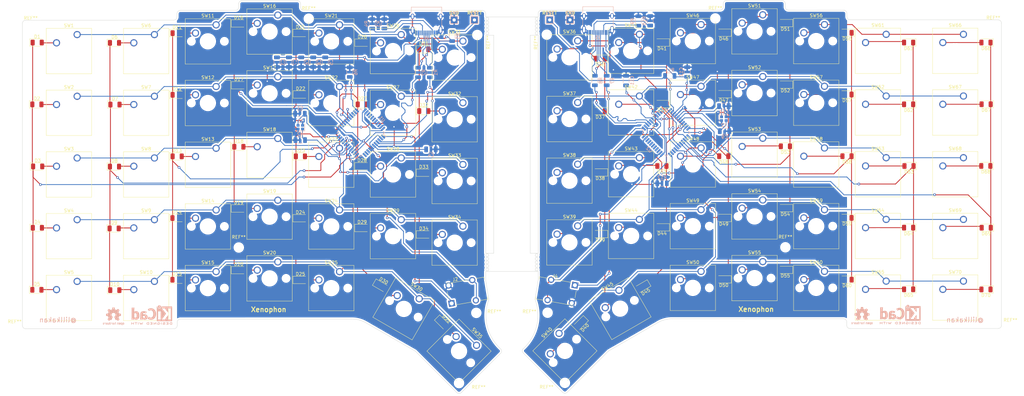
<source format=kicad_pcb>
(kicad_pcb (version 20211014) (generator pcbnew)
  (layers (0 "F.Cu" signal) (31 "B.Cu" signal) (34 "B.Paste" user) (35 "F.Paste" user) (36 "B.SilkS" user "B.Silkscreen") (37 "F.SilkS" user "F.Silkscreen") (38 "B.Mask" user) (39 "F.Mask" user) (44 "Edge.Cuts" user))
  (net 0 "")
  (net 1 "Net-(C1-Pad1)")
  (net 2 "GND")
  (net 3 "Net-(C2-Pad1)")
  (net 4 "VCC")
  (net 5 "Net-(C4-Pad1)")
  (net 6 "Net-(C9-Pad1)")
  (net 7 "Net-(C10-Pad1)")
  (net 8 "Net-(C11-Pad1)")
  (net 9 "RGND")
  (net 10 "RVCC")
  (net 11 "/ButtonSheet/column1")
  (net 12 "Net-(D1-Pad2)")
  (net 13 "Net-(D2-Pad2)")
  (net 14 "Net-(D3-Pad2)")
  (net 15 "Net-(D4-Pad2)")
  (net 16 "Net-(D5-Pad2)")
  (net 17 "/ButtonSheet/column2")
  (net 18 "Net-(D6-Pad2)")
  (net 19 "Net-(D7-Pad2)")
  (net 20 "Net-(D8-Pad2)")
  (net 21 "Net-(D9-Pad2)")
  (net 22 "Net-(D10-Pad2)")
  (net 23 "/ButtonSheet/column3")
  (net 24 "Net-(D11-Pad2)")
  (net 25 "Net-(D12-Pad2)")
  (net 26 "Net-(D13-Pad2)")
  (net 27 "Net-(D14-Pad2)")
  (net 28 "Net-(D15-Pad2)")
  (net 29 "/ButtonSheet/column4")
  (net 30 "Net-(D16-Pad2)")
  (net 31 "Net-(D17-Pad2)")
  (net 32 "Net-(D18-Pad2)")
  (net 33 "Net-(D19-Pad2)")
  (net 34 "Net-(D20-Pad2)")
  (net 35 "/ButtonSheet/column5")
  (net 36 "Net-(D21-Pad2)")
  (net 37 "Net-(D22-Pad2)")
  (net 38 "Net-(D23-Pad2)")
  (net 39 "Net-(D24-Pad2)")
  (net 40 "Net-(D25-Pad2)")
  (net 41 "/ButtonSheet/column6")
  (net 42 "Net-(D26-Pad2)")
  (net 43 "Net-(D27-Pad2)")
  (net 44 "Net-(D28-Pad2)")
  (net 45 "Net-(D29-Pad2)")
  (net 46 "Net-(D30-Pad2)")
  (net 47 "/ButtonSheet/column7")
  (net 48 "Net-(D31-Pad2)")
  (net 49 "Net-(D32-Pad2)")
  (net 50 "Net-(D33-Pad2)")
  (net 51 "Net-(D34-Pad2)")
  (net 52 "Net-(D35-Pad2)")
  (net 53 "/RightButtonSheet/column1")
  (net 54 "Net-(D36-Pad2)")
  (net 55 "Net-(D37-Pad2)")
  (net 56 "Net-(D38-Pad2)")
  (net 57 "Net-(D39-Pad2)")
  (net 58 "Net-(D40-Pad2)")
  (net 59 "/RightButtonSheet/column2")
  (net 60 "Net-(D41-Pad2)")
  (net 61 "Net-(D42-Pad2)")
  (net 62 "Net-(D43-Pad2)")
  (net 63 "Net-(D44-Pad2)")
  (net 64 "Net-(D45-Pad2)")
  (net 65 "/RightButtonSheet/column3")
  (net 66 "Net-(D46-Pad2)")
  (net 67 "Net-(D47-Pad2)")
  (net 68 "Net-(D48-Pad2)")
  (net 69 "Net-(D49-Pad2)")
  (net 70 "Net-(D50-Pad2)")
  (net 71 "/RightButtonSheet/column4")
  (net 72 "Net-(D51-Pad2)")
  (net 73 "Net-(D52-Pad2)")
  (net 74 "Net-(D53-Pad2)")
  (net 75 "Net-(D54-Pad2)")
  (net 76 "Net-(D55-Pad2)")
  (net 77 "/RightButtonSheet/column5")
  (net 78 "Net-(D56-Pad2)")
  (net 79 "Net-(D57-Pad2)")
  (net 80 "Net-(D58-Pad2)")
  (net 81 "Net-(D59-Pad2)")
  (net 82 "Net-(D60-Pad2)")
  (net 83 "/RightButtonSheet/column6")
  (net 84 "Net-(D61-Pad2)")
  (net 85 "Net-(D62-Pad2)")
  (net 86 "Net-(D63-Pad2)")
  (net 87 "Net-(D64-Pad2)")
  (net 88 "Net-(D65-Pad2)")
  (net 89 "/RightButtonSheet/column7")
  (net 90 "Net-(D66-Pad2)")
  (net 91 "Net-(D67-Pad2)")
  (net 92 "Net-(D68-Pad2)")
  (net 93 "Net-(D69-Pad2)")
  (net 94 "Net-(D70-Pad2)")
  (net 95 "Net-(J1-PadA6)")
  (net 96 "Net-(J1-PadB5)")
  (net 98 "Net-(J1-PadA7)")
  (net 99 "Net-(J1-PadA5)")
  (net 101 "Net-(J2-PadR)")
  (net 102 "Net-(J3-PadB5)")
  (net 104 "Net-(J3-PadB6)")
  (net 105 "Net-(J3-PadB7)")
  (net 106 "Net-(J3-PadA5)")
  (net 108 "Net-(J4-PadR)")
  (net 109 "Net-(R1-Pad1)")
  (net 110 "Net-(R2-Pad1)")
  (net 111 "Net-(R5-Pad2)")
  (net 112 "Net-(R6-Pad1)")
  (net 113 "Net-(R7-Pad1)")
  (net 114 "Net-(R8-Pad1)")
  (net 115 "Net-(R11-Pad2)")
  (net 116 "Net-(R12-Pad1)")
  (net 117 "/ButtonSheet/row1")
  (net 118 "/ButtonSheet/row2")
  (net 119 "/ButtonSheet/row3")
  (net 120 "/ButtonSheet/row4")
  (net 121 "/ButtonSheet/row5")
  (net 122 "/RightButtonSheet/row1")
  (net 123 "/RightButtonSheet/row2")
  (net 124 "/RightButtonSheet/row3")
  (net 125 "/RightButtonSheet/row4")
  (net 126 "/RightButtonSheet/row5")
  (footprint "Diode_SMD:D_1206_3216Metric" (layer "F.Cu") (at 84.75 85.5)
    (fp_text reference "D23")
    (fp_text value "D")
  )
  (footprint "XenophonFootprintLibrary_v3:SW_Cherry_MX_1.50u_PCB" (layer "F.Cu") (at 288.94 85.92)
    (fp_text reference "SW68")
    (fp_text value "SW_Push")
  )
  (footprint "MountingHole:MountingHole_2.2mm_M2" (layer "F.Cu") (at 298.125 135.975)
    (fp_text reference "REF**")
    (fp_text value "MountingHole_2.2mm_M2")
  )
  (footprint "Diode_SMD:D_1206_3216Metric" (layer "F.Cu") (at 215.125 47.425 180)
    (fp_text reference "D46")
    (fp_text value "D")
  )
  (footprint "Diode_SMD:D_1206_3216Metric" (layer "F.Cu") (at 84.75 123.55)
    (fp_text reference "D25")
    (fp_text value "D")
  )
  (footprint "XenophonFootprintLibrary_v3:SW_Cherry_MX_1.00u_PCB" (layer "F.Cu") (at 58.8 45)
    (fp_text reference "SW11")
    (fp_text value "SW_Push")
  )
  (footprint "Diode_SMD:D_1206_3216Metric" (layer "F.Cu") (at 295.825 88.45 180)
    (fp_text reference "D68")
    (fp_text value "D")
  )
  (footprint "XenophonFootprintLibrary_v3:SW_Cherry_MX_1.50u_PCB" (layer "F.Cu") (at 288.94 104.92)
    (fp_text reference "SW69")
    (fp_text value "SW_Push")
  )
  (footprint "Diode_SMD:D_1206_3216Metric" (layer "F.Cu") (at 253.075 104.45 180)
    (fp_text reference "D59")
    (fp_text value "D")
  )
  (footprint "MountingHole:MountingHole_2.2mm_M2" (layer "F.Cu") (at 87.325 43.1)
    (fp_text reference "REF**")
    (fp_text value "MountingHole_2.2mm_M2")
  )
  (footprint "XenophonFootprintLibrary_v3:Jack_3.5mm_Switronic_ST-005-G_horizontal" (layer "F.Cu") (at 137.25 126.9 -170)
    (fp_text reference "J2")
    (fp_text value "AudioJack3")
  )
  (footprint "XenophonFootprintLibrary_v3:SW_Cherry_MX_1.00u_PCB" (layer "F.Cu") (at 246.14 82.92)
    (fp_text reference "SW58")
    (fp_text value "SW_Push")
  )
  (footprint "Diode_SMD:D_1206_3216Metric" (layer "F.Cu") (at 295.875 50.45 180)
    (fp_text reference "D66")
    (fp_text value "D")
  )
  (footprint "MountingHole:MountingHole_2.2mm_M2" (layer "F.Cu") (at 234.099594 113.499818)
    (fp_text reference "REF**")
    (fp_text value "MountingHole_2.2mm_M2")
  )
  (footprint "XenophonFootprintLibrary_v3:SW_Cherry_MX_1.50u_PCB" (layer "F.Cu") (at 288.94 47.92)
    (fp_text reference "SW66")
    (fp_text value "SW_Push")
  )
  (footprint "Diode_SMD:D_1206_3216Metric" (layer "F.Cu") (at 196.125 50.45 180)
    (fp_text reference "D41")
    (fp_text value "D")
  )
  (footprint "Diode_SMD:D_1206_3216Metric" (layer "F.Cu") (at 234.075 120.45 180)
    (fp_text reference "D55")
    (fp_text value "D")
  )
  (footprint "XenophonFootprintLibrary_v3:SW_Cherry_MX_1.00u_PCB" (layer "F.Cu") (at 115.8 67)
    (fp_text reference "SW27")
    (fp_text value "SW_Push")
  )
  (footprint "XenophonFootprintLibrary_v3:SW_Cherry_MX_1.00u_PCB" (layer "F.Cu") (at 39.8 105)
    (fp_text reference "SW9")
    (fp_text value "SW_Push")
  )
  (footprint "XenophonFootprintLibrary_v3:SW_Cherry_MX_1.00u_PCB" (layer "F.Cu") (at 77.8 61)
    (fp_text reference "SW17")
    (fp_text value "SW_Push")
  )
  (footprint "Diode_SMD:D_1206_3216Metric" (layer "F.Cu") (at 46.8 47.55)
    (fp_text reference "D11")
    (fp_text value "D")
  )
  (footprint "MountingHole:MountingHole_2.2mm_M2" (layer "F.Cu") (at 212.525 43.025)
    (fp_text reference "REF**")
    (fp_text value "MountingHole_2.2mm_M2")
  )
  (footprint "XenophonFootprintLibrary_v3:SW_Cherry_MX_1.00u_PCB" (layer "F.Cu") (at 246.14 63.92)
    (fp_text reference "SW57")
    (fp_text value "SW_Push")
  )
  (footprint "Diode_SMD:D_1206_3216Metric" (layer "F.Cu") (at 27.5 88.65)
    (fp_text reference "D8")
    (fp_text value "D")
  )
  (footprint "XenophonFootprintLibrary_v3:SW_Cherry_MX_1.00u_PCB" (layer "F.Cu") (at 208.14 120.92)
    (fp_text reference "SW50")
    (fp_text value "SW_Push")
  )
  (footprint "Diode_SMD:D_1206_3216Metric" (layer "F.Cu") (at 295.95 107.475 180)
    (fp_text reference "D69")
    (fp_text value "D")
  )
  (footprint "MountingHole:MountingHole_2.2mm_M2" (layer "F.Cu") (at 1.725 46.1)
    (fp_text reference "REF**")
    (fp_text value "MountingHole_2.2mm_M2")
  )
  (footprint "XenophonFootprintLibrary_v3:SW_Cherry_MX_1.00u_PCB" (layer "F.Cu") (at 189.14 85.92)
    (fp_text reference "SW43")
    (fp_text value "SW_Push")
  )
  (footprint "XenophonFootprintLibrary_v3:SW_Cherry_MX_1.00u_PCB" (layer "F.Cu") (at 96.8 45)
    (fp_text reference "SW21")
    (fp_text value "SW_Push")
  )
  (footprint "MountingHole:MountingHole_2.2mm_M2" (layer "F.Cu") (at 166.2 155.25)
    (fp_text reference "REF**")
    (fp_text value "MountingHole_2.2mm_M2")
  )
  (footprint "Diode_SMD:D_1206_3216Metric" (layer "F.Cu") (at 190.15 125.625 -150)
    (fp_text reference "D45")
    (fp_text value "D")
  )
  (footprint "Diode_SMD:D_1206_3216Metric" (layer "F.Cu") (at 122.75 71.55)
    (fp_text reference "D32")
    (fp_text value "D")
  )
  (footprint "XenophonFootprintLibrary_v3:SW_Cherry_MX_1.00u_PCB" (layer "F.Cu") (at 170.14 49.92)
    (fp_text reference "SW36")
    (fp_text value "SW_Push")
  )
  (footprint "Diode_SMD:D_1206_3216Metric" (layer "F.Cu") (at 177.075 71.575 180)
    (fp_text reference "D37")
    (fp_text value "D")
  )
  (footprint "Diode_SMD:D_1206_3216Metric" (layer "F.Cu") (at 122.75 90.55)
    (fp_text reference "D33")
    (fp_text value "D")
  )
  (footprint "Diode_SMD:D_1206_3216Metric" (layer "F.Cu") (at 215.125 66.35 180)
    (fp_text reference "D47")
    (fp_text value "D")
  )
  (footprint "XenophonFootprintLibrary_v3:SW_Cherry_MX_1.00u_PCB" (layer "F.Cu") (at 115.8 105)
    (fp_text reference "SW29")
    (fp_text value "SW_Push")
  )
  (footprint "Diode_SMD:D_1206_3216Metric" (layer "F.Cu") (at 234.1 44.475 180)
    (fp_text reference "D51")
    (fp_text value "D")
  )
  (footprint "Diode_SMD:D_1206_3216Metric" (layer "F.Cu") (at 84.8 66.45)
    (fp_text reference "D22")
    (fp_text value "D")
  )
  (footprint "XenophonFootprintLibrary_v3:SW_Cherry_MX_1.00u_PCB" (layer "F.Cu") (at 189.14 47.92)
    (fp_text reference "SW41")
    (fp_text value "SW_Push")
  )
  (footprint "Diode_SMD:D_1206_3216Metric" (layer "F.Cu") (at 215.125 123.375 180)
    (fp_text reference "D50")
    (fp_text value "D")
  )
  (footprint "Diode_SMD:D_1206_3216Metric" (layer "F.Cu") (at 65.75 44.55)
    (fp_text reference "D16")
    (fp_text value "D")
  )
  (footprint "XenophonFootprintLibrary_v3:SW_Cherry_MX_1.00u_PCB" (layer "F.Cu") (at 58.8 102)
    (fp_text reference "SW14")
    (fp_text value "SW_Push")
  )
  (footprint "Diode_SMD:D_1206_3216Metric" (layer "F.Cu") (at 3.6 69.5)
    (fp_text reference "D2")
    (fp_text value "D")
  )
  (footprint "Diode_SMD:D_1206_3216Metric" (layer "F.Cu") (at 103.8 69.5)
    (fp_text reference "D27")
    (fp_text value "D")
  )
  (footprint "Diode_SMD:D_1206_3216Metric" (layer "F.Cu") (at 103.75 107.55)
    (fp_text reference "D29")
    (fp_text value "D")
  )
  (footprint "Diode_SMD:D_1206_3216Metric" (layer "F.Cu") (at 196.125 107.35 180)
    (fp_text reference "D44")
    (fp_text value "D")
  )
  (footprint "XenophonFootprintLibrary_v3:SW_Cherry_MX_1.00u_PCB" (layer "F.Cu") (at 208.14 82.92)
    (fp_text reference "SW48")
    (fp_text value "SW_Push")
  )
  (footprint "XenophonFootprintLibrary_v3:SW_Cherry_MX_1.00u_PCB" (layer "F.Cu") (at 164.403949 140.011847 45)
    (fp_text reference "SW40")
    (fp_text value "SW_Push")
  )
  (footprint "XenophonFootprintLibrary_v3:SW_Cherry_MX_1.00u_PCB" (layer "F.Cu") (at 227.14 60.92)
    (fp_text reference "SW52")
    (fp_text value "SW_Push")
  )
  (footprint "XenophonFootprintLibrary_v3:SW_Cherry_MX_1.00u_PCB" (layer "F.Cu") (at 208.14 63.92)
    (fp_text reference "SW47")
    (fp_text value "SW_Push")
  )
  (footprint "XenophonFootprintLibrary_v3:SW_Cherry_MX_1.50u_PCB" (layer "F.Cu") (at 288.94 66.92)
    (fp_text reference "SW67")
    (fp_text value "SW_Push")
  )
  (footprint "Diode_SMD:D_1206_3216Metric" (layer "F.Cu") (at 3.75 107.5)
    (fp_text reference "D4")
    (fp_text value "D")
  )
  (footprint "Diode_SMD:D_1206_3216Metric" (layer "F.Cu") (at 215.125 85.45 180)
    (fp_text reference "D48")
    (fp_text value "D")
  )
  (footprint "Diode_SMD:D_1206_3216Metric" (layer "F.Cu") (at 234.075 101.45 180)
    (fp_text reference "D54")
    (fp_text value "D")
  )
  (footprint "MountingHole:MountingHole_2.2mm_M2" (layer "F.Cu") (at 65.77486 113.57444)
    (fp_text reference "REF**")
    (fp_text value "MountingHole_2.2mm_M2")
  )
  (footprint "XenophonFootprintLibrary_v3:SW_Cherry_MX_1.00u_PCB" (layer "F.Cu") (at 138.988154 143.683949 -45)
    (fp_text reference "SW35")
    (fp_text value "SW_Push")
  )
  (footprint "XenophonFootprintLibrary_v3:SW_Cherry_MX_1.00u_PCB" (layer "F.Cu") (at 134.8 88)
    (fp_text reference "SW33")
    (fp_text value "SW_Push")
  )
  (footprint "XenophonFootprintLibrary_v3:SW_Cherry_MX_1.00u_PCB" (layer "F.Cu") (at 121.339705 129.350591 -30)
    (fp_text reference "SW30")
    (fp_text value "SW_Push")
  )
  (footprint "MountingHole:MountingHole_2.2mm_M2" (layer "F.Cu") (at 1.725 136.05)
    (fp_text reference "REF**")
    (fp_text value "MountingHole_2.2mm_M2")
  )
  (footprint "XenophonFootprintLibrary_v3:SW_Cherry_MX_1.00u_PCB" (layer "F.Cu") (at 58.8 121)
    (fp_text reference "SW15")
    (fp_text value "SW_Push")
  )
  (footprint "XenophonFootprintLibrary_v3:SW_Cherry_MX_1.00u_PCB" (layer "F.Cu") (at 208.14 44.92)
    (fp_text reference "SW46")
    (fp_text value "SW_Push")
  )
  (footprint "Diode_SMD:D_1206_3216Metric" (layer "F.Cu") (at 295.925 69.45 180)
    (fp_text reference "D67")
    (fp_text value "D")
  )
  (footprint "MountingHole:MountingHole_2.2mm_M2" (layer "F.Cu") (at 138.925 133.7)
    (fp_text reference "REF**")
    (fp_text value "MountingHole_2.2mm_M2")
  )
  (footprint "Diode_SMD:D_1206_3216Metric" (layer "F.Cu") (at 253.1 123.475 180)
    (fp_text reference "D60")
    (fp_text value "D")
  )
  (footprint "XenophonFootprintLibrary_v3:SW_Cherry_MX_1.00u_PCB" (layer "F.Cu") (at 265.14 85.92)
    (fp_text reference "SW63")
    (fp_text value "SW_Push")
  )
  (footprint "Diode_SMD:D_1206_3216Metric" (layer "F.Cu") (at 27.4 107.7)
    (fp_text reference "D9")
    (fp_text value "D")
  )
  (footprint "Diode_SMD:D_1206_3216Metric" (layer "F.Cu") (at 3.7 50.45)
    (fp_text reference "D1")
    (fp_text value "D")
  )
  (footprint "XenophonFootprintLibrary_v3:SW_Cherry_MX_1.00u_PCB" (layer "F.Cu") (at 115.8 86)
    (fp_text reference "SW28")
    (fp_text value "SW_Push")
  )
  (footprint "XenophonFootprintLibrary_v3:SW_Cherry_MX_1.50u_PCB" (layer "F.Cu") (at 16 86)
    (fp_text reference "SW3")
    (fp_text value "SW_Push")
  )
  (footprint "XenophonFootprintLibrary_v3:SW_Cherry_MX_1.00u_PCB" (layer "F.Cu") (at 77.8 99)
    (fp_text reference "SW19")
    (fp_text value "SW_Push")
  )
  (footprint "Diode_SMD:D_1206_3216Metric" (layer "F.Cu") (at 171.05 136.925 -135)
    (fp_text reference "D40")
    (fp_text value "D")
  )
  (footprint "XenophonFootprintLibrary_v3:SW_Cherry_MX_1.00u_PCB" (layer "F.Cu") (at 96.8 102)
    (fp_text reference "SW24")
    (fp_text value "SW_Push")
  )
  (footprint "XenophonFootprintLibrary_v3:SW_Cherry_MX_1.00u_PCB" (layer "F.Cu") (at 265.14 104.92)
    (fp_text reference "SW64")
    (fp_text value "SW_Push")
  )
  (footprint "XenophonFootprintLibrary_v3:SW_Cherry_MX_1.50u_PCB" (layer "F.Cu") (at 16 124)
    (fp_text reference "SW5")
    (fp_text value "SW_Push")
  )
  (footprint "Diode_SMD:D_1206_3216Metric" (layer "F.Cu") (at 3.85 88.6)
    (fp_text reference "D3")
    (fp_text value "D")
  )
  (footprint "XenophonFootprintLibrary_v3:SW_Cherry_MX_1.00u_PCB" (layer "F.Cu") (at 189.14 104.92)
    (fp_text reference "SW44")
    (fp_text value "SW_Push")
  )
  (footprint "Diode_SMD:D_1206_3216Metric" (layer "F.Cu") (at 27.5 50.55)
    (fp_text reference "D6")
    (fp_text value "D")
  )
  (footprint "XenophonFootprintLibrary_v3:SW_Cherry_MX_1.00u_PCB" (layer "F.Cu") (at 77.8 118)
    (fp_text reference "SW20")
    (fp_text value "SW_Push")
  )
  (footprint "XenophonFootprintLibrary_v3:SW_Cherry_MX_1.00u_PCB" (layer "F.Cu") (at 58.8 83)
    (fp_text reference "SW13")
    (fp_text value "SW_Push")
  )
  (footprint "Diode_SMD:D_1206_3216Metric" (layer "F.Cu") (at 177.1 55.425 180)
    (fp_text reference "D36")
    (fp_text value "D")
  )
  (footprint "Diode_SMD:D_1206_3216Metric" (layer "F.Cu") (at 46.8 85.5)
    (fp_text reference "D13")
    (fp_text value "D")
  )
  (footprint "Diode_SMD:D_1206_3216Metric" (layer "F.Cu") (at 272.05 50.45 180)
    (fp_text reference "D61")
    (fp_text value "D")
  )
  (footprint "XenophonFootprintLibrary_v3:SW_Cherry_MX_1.00u_PCB" (layer "F.Cu") (at 246.14 44.92)
    (fp_text reference "SW56")
    (fp_text value "SW_Push")
  )
  (footprint "Diode_SMD:D_1206_3216Metric" (layer "F.Cu") (at 177.075 90.45 180)
    (fp_text reference "D38")
    (fp_text value "D")
  )
  (footprint "Diode_SMD:D_1206_3216Metric" (layer "F.Cu") (at 122.75 52.55)
    (fp_text reference "D31")
    (fp_text value "D")
  )
  (footprint "Diode_SMD:D_1206_3216Metric" (layer "F.Cu") (at 253.075 66.45 180)
    (fp_text reference "D57")
    (fp_text value "D")
  )
  (footprint "Diode_SMD:D_1206_3216Metric" (layer "F.Cu") (at 272.175 88.475 180)
    (fp_text reference "D63")
    (fp_text value "D")
  )
  (footprint "XenophonFootprintLibrary_v3:SW_Cherry_MX_1.50u_PCB" (layer "F.Cu") (at 16 48)
    (fp_text reference "SW1")
    (fp_text value "SW_Push")
  )
  (footprint "XenophonFootprintLibrary_v3:SW_Cherry_MX_1.00u_PCB" (layer "F.Cu") (at 246.14 101.92)
    (fp_text reference "SW59")
    (fp_text value "SW_Push")
  )
  (footprint "MountingHole:MountingHole_2.2mm_M2" (layer "F.Cu") (at 160.625 48.025)
    (fp_text reference "REF**")
    (fp_text value "MountingHole_2.2mm_M2")
  )
  (footprint "MountingHole:MountingHole_2.2mm_M2" (layer "F.Cu") (at 160.875 133.65)
    (fp_text reference "REF**")
    (fp_text value "MountingHole_2.2mm_M2")
  )
  (footprint "Diode_SMD:D_1206_3216Metric" (layer "F.Cu") (at 253.075 85.45 180)
    (fp_text reference "D58")
    (fp_text value "D")
  )
  (footprint "Diode_SMD:D_1206_3216Metric" (layer "F.Cu") (at 65.75 101.55)
    (fp_text reference "D19")
    (fp_text value "D")
  )
  (footprint "XenophonFootprintLibrary_v3:SW_Cherry_MX_1.00u_PCB" (layer "F.Cu") (at 189.14 66.92)
    (fp_text reference "SW42")
    (fp_text value "SW_Push")
  )
  (footprint "Diode_SMD:D_1206_3216Metric" (layer "F.Cu") (at 3.6 126.6)
    (fp_text reference "D5")
    (fp_text value "D")
  )
  (footprint "XenophonFootprintLibrary_v3:SW_Cherry_MX_1.00u_PCB" (layer "F.Cu") (at 96.8 121)
    (fp_text reference "SW25")
    (fp_text value "SW_Push")
  )
  (footprint "Diode_SMD:D_1206_3216Metric" (layer "F.Cu") (at 272.05 126.45 180)
    (fp_text reference "D65")
    (fp_text value "D")
  )
  (footprint "XenophonFootprintLibrary_v3:SW_Cherry_MX_1.00u_PCB" (layer "F.Cu") (at 39.8 86)
    (fp_text reference "SW8")
    (fp_text value "SW_Push")
  )
  (footprint "XenophonFootprintLibrary_v3:SW_Cherry_MX_1.50u_PCB" (layer "F.Cu") (at 288.94 123.92)
    (fp_text reference "SW70")
    (fp_text value "SW_Push")
  )
  (footprint "XenophonFootprintLibrary_v3:SW_Cherry_MX_1.00u_PCB" (layer "F.Cu") (at 170.14 106.92)
    (fp_text reference "SW39")
    (fp_text value "SW_Push")
  )
  (footprint "XenophonFootprintLibrary_v3:SW_Cherry_MX_1.00u_PCB" (layer "F.Cu") (at 96.8 64)
    (fp_text reference "SW22")
    (fp_text value "SW_Push")
  )
  (footprint "Diode_SMD:D_1206_3216Metric" (layer "F.Cu") (at 84.75 104.55)
    (fp_text reference "D24")
    (fp_text value "D")
  )
  (footprint "XenophonFootprintLibrary_v3:SW_Cherry_MX_1.00u_PCB" (layer "F.Cu") (at 227.14 79.92)
    (fp_text reference "SW53")
    (fp_text value "SW_Push")
  )
  (footprint "Diode_SMD:D_1206_3216Metric" (layer "F.Cu") (at 122.75 109.55)
    (fp_text reference "D34")
    (fp_text value "D")
  )
  (footprint "Diode_SMD:D_1206_3216Metric" (layer "F.Cu") (at 196.125 69.4 180)
    (fp_text reference "D42")
    (fp_text value "D")
  )
  (footprint "XenophonFootprintLibrary_v3:SW_Cherry_MX_1.00u_PCB" (layer "F.Cu") (at 39.8 67)
    (fp_text reference "SW7")
    (fp_text value "SW_Push")
  )
  (footprint "XenophonFootprintLibrary_v3:SW_Cherry_MX_1.00u_PCB" (layer "F.Cu") (at 134.8 50)
    (fp_text reference "SW31")
    (fp_text value "SW_Push")
  )
  (footprint "Diode_SMD:D_1206_3216Metric" (layer "F.Cu") (at 128.45 136.75 -45)
    (fp_text reference "D35")
    (fp_text value "D")
  )
  (footprint "XenophonFootprintLibrary_v3:SW_Cherry_MX_1.00u_PCB" (layer "F.Cu") (at 134.8 69)
    (fp_text reference "SW32")
    (fp_text value "SW_Push")
  )
  (footprint "XenophonFootprintLibrary_v3:SW_Cherry_MX_1.00u_PCB" (layer "F.Cu") (at 39.8 48)
    (fp_text reference "SW6")
    (fp_text value "SW_Push")
  )
  (footprint "Diode_SMD:D_1206_3216Metric" (layer "F.Cu") (at 65.8 63.6)
    (fp_text reference "D17")
    (fp_text value "D")
  )
  (footprint "Diode_SMD:D_1206_3216Metric" (layer "F.Cu") (at 27.65 69.55)
    (fp_text reference "D7")
    (fp_text value "D")
  )
  (footprint "XenophonFootprintLibrary_v3:SW_Cherry_MX_1.00u_PCB" (layer "F.Cu") (at 227.14 117.92)
    (fp_text reference "SW55")
    (fp_text value "SW_Push")
  )
  (footprint "XenophonFootprintLibrary_v3:SW_Cherry_MX_1.00u_PCB" (layer "F.Cu") (at 39.8 124)
    (fp_text reference "SW10")
    (fp_text value "SW_Push")
  )
  (footprint "Diode_SMD:D_1206_3216Metric" (layer "F.Cu") (at 272.05 107.45 180)
    (fp_text reference "D64")
    (fp_text value "D")
  )
  (footprint "XenophonFootprintLibrary_v3:SW_Cherry_MX_1.00u_PCB" (layer "F.Cu") (at 182.859705 126.730591 30)
    (fp_text reference "SW45")
    (fp_text value "SW_Push")
  )
  (footprint "XenophonFootprintLibrary_v3:Jack_3.5mm_Switronic_ST-005-G_horizontal" (layer "F.Cu") (at 162.4 126.8 -10)
    (fp_text reference "J4")
    (fp_text value "AudioJack3")
  )
  (footprint "MountingHole:MountingHole_2.2mm_M2" (layer "F.Cu") (at 139.225 48.125)
    (fp_text reference "REF**")
    (fp_text value "MountingHole_2.2mm_M2")
  )
  (footprint "XenophonFootprintLibrary_v3:SW_Cherry_MX_1.00u_PCB" (layer "F.Cu") (at 265.14 123.92)
    (fp_text reference "SW65")
    (fp_text value "SW_Push")
  )
  (footprint "XenophonFootprintLibrary_v3:SW_Cherry_MX_1.00u_PCB" (layer "F.Cu") (at 96.8 83)
    (fp_text reference "SW23")
    (fp_text value "SW_Push")
  )
  (footprint "XenophonFootprintLibrary_v3:SW_Cherry_MX_1.00u_PCB" (layer "F.Cu") (at 265.14 47.92)
    (fp_text reference "SW61")
    (fp_text value "SW_Push")
  )
  (footprint "Diode_SMD:D_1206_3216Metric" (layer "F.Cu") (at 46.8 66.55)
    (fp_text reference "D12")
    (fp_text value "D")
  )
  (footprint "Diode_SMD:D_1206_3216Metric" (layer "F.Cu") (at 84.75 47.5)
    (fp_text reference "D21")
    (fp_text value "D")
  )
  (footprint "Diode_SMD:D_1206_3216Metric" (layer "F.Cu") (at 253.1 47.45 180)
    (fp_text reference "D56")
    (fp_text value "D")
  )
  (footprint "Diode_SMD:D_1206_3216Metric" (layer "F.Cu") (at 215.125 104.475 180)
    (fp_text reference "D49")
    (fp_text value "D")
  )
  (footprint "Diode_SMD:D_1206_3216Metric" (layer "F.Cu") (at 27.6 126.7)
    (fp_text reference "D10")
    (fp_text value "D")
  )
  (footprint "XenophonFootprintLibrary_v3:SW_Cherry_MX_1.00u_PCB" (layer "F.Cu") (at 115.8 48)
    (fp_text reference "SW26")
    (fp_text value "SW_Push")
  )
  (footprint "Diode_SMD:D_1206_3216Metric" (layer "F.Cu") (at 234.1 63.425 180)
    (fp_text reference "D52")
    (fp_text value "D")
  )
  (footprint "Diode_SMD:D_1206_3216Metric" (layer "F.Cu") (at 65.8 82.55)
    (fp_text reference "D18")
    (fp_text value "D")
  )
  (footprint "XenophonFootprintLibrary_v3:SW_Cherry_MX_1.00u_PCB" (layer "F.Cu") (at 170.14 68.92)
    (fp_text reference "SW37")
    (fp_text value "SW_Push")
  )
  (footprint "Diode_SMD:D_1206_3216Metric" (layer "F.Cu") (at 295.875 126.475 180)
    (fp_text reference "D70")
    (fp_text value "D")
  )
  (footprint "XenophonFootprintLibrary_v3:SW_Cherry_MX_1.00u_PCB" (layer "F.Cu") (at 77.8 80)
    (fp_text reference "SW18")
    (fp_text value "SW_Push")
  )
  (footprint "Diode_SMD:D_1206_3216Metric" (layer "F.Cu") (at 46.75 123.5)
    (fp_text reference "D15")
    (fp_text value "D")
  )
  (footprint "Diode_SMD:D_1206_3216Metric" (layer "F.Cu") (at 109.475 125.375 -30)
    (fp_text reference "D30")
    (fp_text value "D")
  )
  (footprint "XenophonFootprintLibrary_v3:SW_Cherry_MX_1.00u_PCB" (layer "F.Cu") (at 227.14 98.92)
    (fp_text reference "SW54")
    (fp_text value "SW_Push")
  )
  (footprint "XenophonFootprintLibrary_v3:SW_Cherry_MX_1.00u_PCB" (layer "F.Cu") (at 170.14 87.92)
    (fp_text reference "SW38")
    (fp_text value "SW_Push")
  )
  (footprint "MountingHole:MountingHole_2.2mm_M2" (layer "F.Cu") (at 133.6 155.325)
    (fp_text reference "REF**")
    (fp_text value "MountingHole_2.2mm_M2")
  )
  (footprint "Diode_SMD:D_1206_3216Metric" (layer "F.Cu") (at 103.75 88.55)
    (fp_text reference "D28")
    (fp_text value "D")
  )
  (footprint "XenophonFootprintLibrary_v3:SW_Cherry_MX_1.00u_PCB" (layer "F.Cu") (at 246.14 120.92)
    (fp_text reference "SW60")
    (fp_text value "SW_Push")
  )
  (footprint "Diode_SMD:D_1206_3216Metric" (layer "F.Cu") (at 46.75 104.5)
    (fp_text reference "D14")
    (fp_text value "D")
  )
  (footprint "XenophonFootprintLibrary_v3:SW_Cherry_MX_1.00u_PCB" (layer "F.Cu") (at 227.14 41.92)
    (fp_text reference "SW51")
    (fp_text value "SW_Push")
  )
  (footprint "XenophonFootprintLibrary_v3:SW_Cherry_MX_1.50u_PCB" (layer "F.Cu") (at 16 67)
    (fp_text reference "SW2")
    (fp_text value "SW_Push")
  )
  (footprint "Diode_SMD:D_1206_3216Metric" (layer "F.Cu") (at 103.8 50.5)
    (fp_text reference "D26")
    (fp_text value "D")
  )
  (footprint "XenophonFootprintLibrary_v3:SW_Cherry_MX_1.00u_PCB" (layer "F.Cu") (at 265.14 66.92)
    (fp_text reference "SW62")
    (fp_text value "SW_Push")
  )
  (footprint "Diode_SMD:D_1206_3216Metric" (layer "F.Cu") (at 272.05 69.475 180)
    (fp_text reference "D62")
    (fp_text value "D")
  )
  (footprint "Diode_SMD:D_1206_3216Metric" (layer "F.Cu") (at 234.1 82.4 180)
    (fp_text reference "D53")
    (fp_text value "D")
  )
  (footprint "XenophonFootprintLibrary_v3:SW_Cherry_MX_1.00u_PCB" (layer "F.Cu") (at 208.14 101.92)
    (fp_text reference "SW49")
    (fp_text value "SW_Push")
  )
  (footprint "MountingHole:MountingHole_2.2mm_M2" (layer "F.Cu") (at 298.125 46.025)
    (fp_text reference "REF**")
    (fp_text value "MountingHole_2.2mm_M2")
  )
  (footprint "Diode_SMD:D_1206_3216Metric" (layer "F.Cu") (at 177.1 109.45 180)
    (fp_text reference "D39")
    (fp_text value "D")
  )
  (footprint "Diode_SMD:D_1206_3216Metric" (layer "F.Cu") (at 196.075 88.475 180)
    (fp_text reference "D43")
    (fp_text value "D")
  )
  (footprint "XenophonFootprintLibrary_v3:SW_Cherry_MX_1.00u_PCB" (layer "F.Cu") (at 77.8 42)
    (fp_text reference "SW16")
    (fp_text value "SW_Push")
  )
  (footprint "Diode_SMD:D_1206_3216Metric" (layer "F.Cu") (at 65.75 120.55)
    (fp_text reference "D20")
    (fp_text value "D")
  )
  (footprint "XenophonFootprintLibrary_v3:SW_Cherry_MX_1.50u_PCB" (layer "F.Cu") (at 16 105)
    (fp_text reference "SW4")
    (fp_text value "SW_Push")
  )
  (footprint "XenophonFootprintLibrary_v3:SW_Cherry_MX_1.00u_PCB" (layer "F.Cu") (at 58.8 64)
    (fp_text reference "SW12")
    (fp_text value "SW_Push")
  )
  (footprint "XenophonFootprintLibrary_v3:SW_Cherry_MX_1.00u_PCB" (layer "F.Cu") (at 134.8 107)
    (fp_text reference "SW34")
    (fp_text value "SW_Push")
  )
  (footprint "Capacitor_SMD:C_1206_3216Metric" (layer "B.Cu") (at 92.4 56.5 90)
    (fp_text reference "C5")
    (fp_text value "0.1u")
  )
  (footprint "Resistor_SMD:R_1206_3216Metric" (layer "B.Cu") (at 131.475 48.55 90)
    (fp_text reference "R5")
    (fp_text value "10k")
  )
  (footprint "Package_QFP:TQFP-44_10x10mm_P0.8mm" (layer "B.Cu") (at 197.375 78.15 -45)
    (fp_text reference "U2")
    (fp_text value "ATmega32U4-A")
  )
  (footprint "Resistor_SMD:R_1206_3216Metric" (layer "B.Cu") (at 120.975 59.675 90)
    (fp_text reference "R2")
    (fp_text value "22")
  )
  (footprint "Symbol:KiCad-Logo2_5mm_SilkScreen" (layer "B.Cu") (at 269.475 134.2 180)
    (fp_text reference "REF**" hide)
    (fp_text value "KiCad-Logo2_5mm_SilkScreen" hide)
  )
  (footprint "XenophonFootprintLibrary_v3:USB_C_Receptacle_HRO_TYPE-C-31-M-12" (layer "B.Cu") (at 123.6 43.44)
    (fp_text reference "J1")
    (fp_text value "USB_C_Receptacle_USB2.0")
  )
  (footprint "Symbol:OSHW-Logo2_7.3x6mm_SilkScreen" (layer "B.Cu") (at 27.2 134.775 180)
    (fp_text reference "REF**" hide)
    (fp_text value "OSHW-Logo2_7.3x6mm_SilkScreen" hide)
  )
  (footprint "Capacitor_SMD:C_1206_3216Metric" (layer "B.Cu") (at 84.7 80.5 180)
    (fp_text reference "C2")
    (fp_text value "18p")
  )
  (footprint "Resistor_SMD:R_1206_3216Metric" (layer "B.Cu") (at 99.95 59.575 90)
    (fp_text reference "R6")
    (fp_text value "10k")
  )
  (footprint "Capacitor_SMD:C_1206_3216Metric" (layer "B.Cu") (at 124.95 83.35)
    (fp_text reference "C4")
    (fp_text value "1u")
  )
  (footprint "Capacitor_SMD:C_1206_3216Metric" (layer "B.Cu") (at 77.525 56.5 90)
    (fp_text reference "C3")
    (fp_text value "4.7u")
  )
  (footprint "Resistor_SMD:R_1206_3216Metric" (layer "B.Cu") (at 198.5 60.725 180)
    (fp_text reference "R11")
    (fp_text value "10k")
  )
  (footprint "Resistor_SMD:R_1206_3216Metric" (layer "B.Cu") (at 175.425 62.15 90)
    (fp_text reference "R8")
    (fp_text value "22")
  )
  (footprint "Package_QFP:TQFP-44_10x10mm_P0.8mm" (layer "B.Cu") (at 103.352565 78.216548 135)
    (fp_text reference "U1")
    (fp_text value "ATmega32U4-A")
  )
  (footprint "Resistor_SMD:R_1206_3216Metric" (layer "B.Cu") (at 188.825 43.8125 -90)
    (fp_text reference "R9")
    (fp_text value "5.1k")
  )
  (footprint "Resistor_SMD:R_1206_3216Metric" (layer "B.Cu") (at 106.875 44.675 -90)
    (fp_text reference "R4")
    (fp_text value "5.1k")
  )
  (footprint "Capacitor_SMD:C_1206_3216Metric" (layer "B.Cu") (at 203.875 59.525 -90)
    (fp_text reference "C12")
    (fp_text value "0.1u")
  )
  (footprint "Symbol:OSHW-Logo2_7.3x6mm_SilkScreen" (layer "B.Cu") (at 257.7 134.65 180)
    (fp_text reference "REF**" hide)
    (fp_text value "OSHW-Logo2_7.3x6mm_SilkScreen" hide)
  )
  (footprint "TestPoint:TestPoint_THTPad_2.0x2.0mm_Drill1.0mm" (layer "B.Cu") (at 167.775 43.475 180)
    (fp_text reference "TP3")
    (fp_text value "TestPoint")
  )
  (footprint "Capacitor_SMD:C_1206_3216Metric" (layer "B.Cu") (at 185.05 62.175 90)
    (fp_text reference "C11")
    (fp_text value "1u")
  )
  (footprint "Capacitor_SMD:C_1206_3216Metric" (layer "B.Cu") (at 85 56.5 90)
    (fp_text reference "C6")
    (fp_text value "0.1u")
  )
  (footprint "XenophonFootprintLibrary_v3:USB_C_Receptacle_HRO_TYPE-C-31-M-12" (layer "B.Cu") (at 176.4 43.3)
    (fp_text reference "J3")
    (fp_text value "USB_C_Receptacle_USB2.0")
  )
  (footprint "XenophonFootprintLibrary_v3:Crystal_SMD_2016-4Pin_2.0x1.6mm" (layer "B.Cu") (at 215.15 73.9)
    (fp_text reference "Y2")
    (fp_text value "Crystal")
  )
  (footprint "XenophonFootprintLibrary_v3:Crystal_SMD_2016-4Pin_2.0x1.6mm" (layer "B.Cu") (at 84.725 76.525 180)
    (fp_text reference "Y1")
    (fp_text value "Crystal")
  )
  (footprint "TestPoint:TestPoint_THTPad_2.0x2.0mm_Drill1.0mm" (layer "B.Cu") (at 138.35 43.5 180)
    (fp_text reference "TP2")
    (fp_text value "TestPoint")
  )
  (footprint "Capacitor_SMD:C_1206_3216Metric" (layer "B.Cu") (at 215.375 77.75)
    (fp_text reference "C9")
    (fp_text value "18p")
  )
  (footprint "Capacitor_SMD:C_1206_3216Metric" (layer "B.Cu") (at 215.15 70.05)
    (fp_text reference "C10")
    (fp_text value "18p")
  )
  (footprint "Capacitor_SMD:C_1206_3216Metric" (layer "B.Cu") (at 81.225 56.501428 90)
    (fp_text reference "C7")
    (fp_text value "0.1u")
  )
  (footprint "Resistor_SMD:R_1206_3216Metric" (layer "B.Cu") (at 196.125 93.8 180)
    (fp_text reference "R12")
    (fp_text value "10k")
  )
  (footprint "Resistor_SMD:R_1206_3216Metric" (layer "B.Cu") (at 179.075 62.15 90)
    (fp_text reference "R7")
    (fp_text value "22")
  )
  (footprint "Resistor_SMD:R_1206_3216Metric" (layer "B.Cu") (at 124.62 59.6875 90)
    (fp_text reference "R1")
    (fp_text value "22")
  )
  (footprint "TestPoint:TestPoint_THTPad_2.0x2.0mm_Drill1.0mm" (layer "B.Cu") (at 132.1 43.5 180)
    (fp_text reference "TP1")
    (fp_text value "TestPoint")
  )
  (footprint "Resistor_SMD:R_1206_3216Metric" (layer "B.Cu") (at 192.475 43.75 -90)
    (fp_text reference "R10")
    (fp_text value "5.1k")
  )
  (footprint "Symbol:KiCad-Logo2_5mm_SilkScreen" (layer "B.Cu") (at 38.975 134.325 180)
    (fp_text reference "REF**" hide)
    (fp_text value "KiCad-Logo2_5mm_SilkScreen" hide)
  )
  (footprint "Resistor_SMD:R_1206_3216Metric" (layer "B.Cu") (at 110.6 44.675 -90)
    (fp_text reference "R3")
    (fp_text value "5.1k")
  )
  (footprint "TestPoint:TestPoint_THTPad_2.0x2.0mm_Drill1.0mm" (layer "B.Cu") (at 161.525 43.475 180)
    (fp_text reference "TP4")
    (fp_text value "TestPoint")
  )
  (footprint "Capacitor_SMD:C_1206_3216Metric" (layer "B.Cu") (at 84.625 72.375 180)
    (fp_text reference "C1")
    (fp_text value "18p")
  )
  (footprint "Capacitor_SMD:C_1206_3216Metric" (layer "B.Cu") (at 88.7 56.5 90)
    (fp_text reference "C8")
    (fp_text value "0.1u")
  )
  (gr_circle (center 157.5 115.95) (end 157.95 115.95) (layer "Edge.Cuts") (width 0.1) (fill none))
  (gr_line (start -0.842893 137.592893) (end -0.842893 44.557107) (layer "Edge.Cuts") (width 0.1))
  (gr_line (start 65.75 38.557107) (end 65.742893 39.55) (layer "Edge.Cuts") (width 0.1))
  (gr_line (start 103.8 40.55) (end 140.792893 40.557107) (layer "Edge.Cuts") (width 0.1))
  (gr_line (start 142.8 120.95) (end 141.8 120.95) (layer "Edge.Cuts") (width 0.1))
  (gr_line (start 159.000304 40.482113) (end 195.993197 40.475006) (layer "Edge.Cuts") (width 0.1))
  (gr_arc (start 140.792893 40.557107) (mid 141.5 40.85) (end 141.792893 41.557107) (layer "Edge.Cuts") (width 0.1))
  (gr_line (start 141.8 104.5) (end 141.8 115.35) (layer "Edge.Cuts") (width 0.1))
  (gr_line (start 84.792893 38.557107) (end 84.8 39.55) (layer "Edge.Cuts") (width 0.1))
  (gr_arc (start 153.362552 146.041545) (mid 153.093191 145.425002) (end 153.314472 144.789625) (layer "Edge.Cuts") (width 0.1))
  (gr_circle (center 142.3 46.475) (end 142.75 46.475) (layer "Edge.Cuts") (width 0.1) (fill none))
  (gr_arc (start 300.63609 137.517899) (mid 300.343197 138.225006) (end 299.63609 138.517899) (layer "Edge.Cuts") (width 0.1))
  (gr_circle (center 157.5 43.175) (end 157.95 43.175) (layer "Edge.Cuts") (width 0.1) (fill none))
  (gr_circle (center 157.5 117.05) (end 157.95 117.05) (layer "Edge.Cuts") (width 0.1) (fill none))
  (gr_line (start 47.75 40.557107) (end 64.742893 40.55) (layer "Edge.Cuts") (width 0.1))
  (gr_arc (start 46.75 41.557107) (mid 47.042893 40.85) (end 47.75 40.557107) (layer "Edge.Cuts") (width 0.1))
  (gr_arc (start 146.478725 144.864619) (mid 142.280022 137.774043) (end 142.8 129.55) (layer "Edge.Cuts") (width 0.1))
  (gr_line (start 158 48.175) (end 157.993197 75.725006) (layer "Edge.Cuts") (width 0.1))
  (gr_line (start 158 42.575) (end 158.000304 41.482113) (layer "Edge.Cuts") (width 0.1))
  (gr_arc (start 158.000304 41.482113) (mid 158.293195 40.775004) (end 159.000304 40.482113) (layer "Edge.Cuts") (width 0.1))
  (gr_line (start 158 48.175) (end 157 48.175) (layer "Edge.Cuts") (width 0.1))
  (gr_line (start 155.5 48.175) (end 155.5 48.475) (layer "Edge.Cuts") (width 0.1))
  (gr_line (start 142.8 42.575) (end 157 42.575) (layer "Edge.Cuts") (width 0.1))
  (gr_circle (center 142.3 43.175) (end 142.75 43.175) (layer "Edge.Cuts") (width 0.1) (fill none))
  (gr_line (start 155.5 115.35) (end 155.5 48.475) (layer "Edge.Cuts") (width 0.1))
  (gr_line (start 45.8 138.6) (end 0.157107 138.592893) (layer "Edge.Cuts") (width 0.1))
  (gr_line (start 142.8 120.95) (end 157 120.95) (layer "Edge.Cuts") (width 0.1))
  (gr_line (start 158 120.95) (end 157.993197 123.525006) (layer "Edge.Cuts") (width 0.1))
  (gr_line (start 141.8 75.8) (end 141.8 104.5) (layer "Edge.Cuts") (width 0.1))
  (gr_line (start 141.8 123.6) (end 141.8 120.95) (layer "Edge.Cuts") (width 0.1))
  (gr_arc (start 85.8 40.55) (mid 85.092893 40.257107) (end 84.8 39.55) (layer "Edge.Cuts") (width 0.1))
  (gr_arc (start 65.75 38.557107) (mid 66.042893 37.85) (end 66.75 37.557107) (layer "Edge.Cuts") (width 0.1))
  (gr_arc (start 46.8 137.6) (mid 46.507107 138.307107) (end 45.8 138.6) (layer "Edge.Cuts") (width 0.1))
  (gr_line (start 213.993197 40.475006) (end 195.993197 40.475006) (layer "Edge.Cuts") (width 0.1))
  (gr_arc (start 46.8 136.6) (mid 47.092893 135.892893) (end 47.8 135.6) (layer "Edge.Cuts") (width 0.1))
  (gr_line (start 141.8 123.6) (end 142.6 128.5) (layer "Edge.Cuts") (width 0.1))
  (gr_line (start 300.63609 44.482113) (end 300.63609 137.517899) (layer "Edge.Cuts") (width 0.1))
  (gr_line (start 235.050304 40.475006) (end 252.043197 40.482113) (layer "Edge.Cuts") (width 0.1))
  (gr_arc (start 134.4 158.140222) (mid 133.668201 158.500026) (end 132.892893 158.247329) (layer "Edge.Cuts") (width 0.1))
  (gr_line (start 142.8 115.35) (end 143.8 115.35) (layer "Edge.Cuts") (width 0.1))
  (gr_line (start 234.050304 39.475006) (end 234.043197 38.482113) (layer "Edge.Cuts") (width 0.1))
  (gr_line (start 144.3 115.35) (end 144.3 48.8) (layer "Edge.Cuts") (width 0.1))
  (gr_arc (start 253.993197 138.525006) (mid 253.28609 138.232113) (end 252.993197 137.525006) (layer "Edge.Cuts") (width 0.1))
  (gr_circle (center 157.5 44.275) (end 157.95 44.275) (layer "Edge.Cuts") (width 0.1) (fill none))
  (gr_line (start 216.000304 37.482113) (end 233.043197 37.482113) (layer "Edge.Cuts") (width 0.1))
  (gr_arc (start 83.792893 37.557107) (mid 84.5 37.85) (end 84.792893 38.557107) (layer "Edge.Cuts") (width 0.1))
  (gr_circle (center 142.3 115.95) (end 142.75 115.95) (layer "Edge.Cuts") (width 0.1) (fill none))
  (gr_arc (start 65.742893 39.55) (mid 65.45 40.257107) (end 64.742893 40.55) (layer "Edge.Cuts") (width 0.1))
  (gr_line (start 158 120.95) (end 157 120.95) (layer "Edge.Cuts") (width 0.1))
  (gr_circle (center 157.5 119.25) (end 157.95 119.25) (layer "Edge.Cuts") (width 0.1) (fill none))
  (gr_line (start 47.8 135.6) (end 100.525653 135.595723) (layer "Edge.Cuts") (width 0.1))
  (gr_arc (start 214.993197 39.475006) (mid 214.700304 40.182113) (end 213.993197 40.475006) (layer "Edge.Cuts") (width 0.1))
  (gr_arc (start 252.043197 40.482113) (mid 252.750301 40.775007) (end 253.043197 41.482113) (layer "Edge.Cuts") (width 0.1))
  (gr_circle (center 157.5 45.375) (end 157.95 45.375) (layer "Edge.Cuts") (width 0.1) (fill none))
  (gr_line (start 252.993197 137.525006) (end 252.993197 136.525006) (layer "Edge.Cuts") (width 0.1))
  (gr_circle (center 142.3 119.25) (end 142.75 119.25) (layer "Edge.Cuts") (width 0.1) (fill none))
  (gr_line (start 132.892893 158.247329) (end 120.15 145.5) (layer "Edge.Cuts") (width 0.1))
  (gr_line (start 46.8 136.6) (end 46.8 137.6) (layer "Edge.Cuts") (width 0.1))
  (gr_line (start 45.742893 43.542893) (end 0.157107 43.557107) (layer "Edge.Cuts") (width 0.1))
  (gr_circle (center 142.3 117.05) (end 142.75 117.05) (layer "Edge.Cuts") (width 0.1) (fill none))
  (gr_circle (center 142.3 118.15) (end 142.75 118.15) (layer "Edge.Cuts") (width 0.1) (fill none))
  (gr_arc (start 166.900304 158.172335) (mid 166.125 158.425) (end 165.393197 158.065228) (layer "Edge.Cuts") (width 0.1))
  (gr_line (start 142.8 48.175) (end 144.3 48.175) (layer "Edge.Cuts") (width 0.1))
  (gr_arc (start 46.742893 42.542893) (mid 46.45 43.25) (end 45.742893 43.542893) (layer "Edge.Cuts") (width 0.1))
  (gr_line (start 156.993197 129.475006) (end 157.193197 128.425006) (layer "Edge.Cuts") (width 0.1))
  (gr_arc (start 156.993197 129.475006) (mid 157.513175 137.699053) (end 153.314472 144.789625) (layer "Edge.Cuts") (width 0.1))
  (gr_line (start 156 115.35) (end 155.5 115.35) (layer "Edge.Cuts") (width 0.1))
  (gr_line (start 120.15 145.5) (end 105.1 136.85) (layer "Edge.Cuts") (width 0.1))
  (gr_line (start 144.3 48.175) (end 144.3 48.8) (layer "Edge.Cuts") (width 0.1))
  (gr_line (start 46.742893 42.542893) (end 46.75 41.557107) (layer "Edge.Cuts") (width 0.1))
  (gr_arc (start 233.043197 37.482113) (mid 233.750301 37.775007) (end 234.043197 38.482113) (layer "Edge.Cuts") (width 0.1))
  (gr_circle (center 142.3 44.275) (end 142.75 44.275) (layer "Edge.Cuts") (width 0.1) (fill none))
  (gr_circle (center 142.3 45.375) (end 142.75 45.375) (layer "Edge.Cuts") (width 0.1) (fill none))
  (gr_line (start 157 115.35) (end 158 115.35) (layer "Edge.Cuts") (width 0.1))
  (gr_line (start 199.267544 135.520729) (end 251.993197 135.525006) (layer "Edge.Cuts") (width 0.1))
  (gr_line (start 157.993197 104.425006) (end 158 115.35) (layer "Edge.Cuts") (width 0.1))
  (gr_line (start 157.193197 128.425006) (end 157.993197 123.525006) (layer "Edge.Cuts") (width 0.1))
  (gr_arc (start 254.050304 43.467899) (mid 253.343195 43.175008) (end 253.050304 42.467899) (layer "Edge.Cuts") (width 0.1))
  (gr_line (start 143.8 115.35) (end 144.3 115.35) (layer "Edge.Cuts") (width 0.1))
  (gr_line (start 194.693197 136.775006) (end 179.643197 145.425006) (layer "Edge.Cuts") (width 0.1))
  (gr_line (start 153.362552 146.041545) (end 165.393197 158.065228) (layer "Edge.Cuts") (width 0.1))
  (gr_circle (center 157.5 118.15) (end 157.95 118.15) (layer "Edge.Cuts") (width 0.1) (fill none))
  (gr_arc (start 0.157107 138.592893) (mid -0.55 138.3) (end -0.842893 137.592893) (layer "Edge.Cuts") (width 0.1))
  (gr_arc (start 299.63609 43.482113) (mid 300.343197 43.775006) (end 300.63609 44.482113) (layer "Edge.Cuts") (width 0.1))
  (gr_circle (center 142.3 120.35) (end 142.75 120.35) (layer "Edge.Cuts") (width 0.1) (fill none))
  (gr_line (start 157.993197 104.425006) (end 157.993197 75.725006) (layer "Edge.Cuts") (width 0.1))
  (gr_circle (center 157.5 120.35) (end 157.95 120.35) (layer "Edge.Cuts") (width 0.1) (fill none))
  (gr_circle (center 157.5 46.475) (end 157.95 46.475) (layer "Edge.Cuts") (width 0.1) (fill none))
  (gr_line (start 299.63609 43.482113) (end 254.050304 43.467899) (layer "Edge.Cuts") (width 0.1))
  (gr_arc (start -0.842893 44.557107) (mid -0.55 43.85) (end 0.157107 43.557107) (layer "Edge.Cuts") (width 0.1))
  (gr_line (start 157 42.575) (end 158 42.575) (layer "Edge.Cuts") (width 0.1))
  (gr_arc (start 251.993197 135.525006) (mid 252.700304 135.817899) (end 252.993197 136.525006) (layer "Edge.Cuts") (width 0.1))
  (gr_circle (center 157.5 47.575) (end 157.95 47.575) (layer "Edge.Cuts") (width 0.1) (fill none))
  (gr_line (start 141.8 48.175) (end 141.8 75.8) (layer "Edge.Cuts") (width 0.1))
  (gr_line (start 141.792893 41.557107) (end 141.8 42.575) (layer "Edge.Cuts") (width 0.1))
  (gr_line (start 299.63609 138.517899) (end 253.993197 138.525006) (layer "Edge.Cuts") (width 0.1))
  (gr_line (start 253.043197 41.482113) (end 253.050304 42.467899) (layer "Edge.Cuts") (width 0.1))
  (gr_arc (start 100.525653 135.595723) (mid 102.901502 135.899471) (end 105.1 136.85) (layer "Edge.Cuts") (width 0.1))
  (gr_line (start 142.6 128.5) (end 142.8 129.55) (layer "Edge.Cuts") (width 0.1))
  (gr_arc (start 215.000304 38.482113) (mid 215.293195 37.775004) (end 216.000304 37.482113) (layer "Edge.Cuts") (width 0.1))
  (gr_arc (start 146.478725 144.864619) (mid 146.7 145.5) (end 146.430645 146.116539) (layer "Edge.Cuts") (width 0.1))
  (gr_arc (start 235.050304 40.475006) (mid 234.343193 40.182115) (end 234.050304 39.475006) (layer "Edge.Cuts") (width 0.1))
  (gr_line (start 103.8 40.55) (end 85.8 40.55) (layer "Edge.Cuts") (width 0.1))
  (gr_line (start 142.8 48.175) (end 141.8 48.175) (layer "Edge.Cuts") (width 0.1))
  (gr_line (start 214.993197 39.475006) (end 215.000304 38.482113) (layer "Edge.Cuts") (width 0.1))
  (gr_arc (start 194.693197 136.775006) (mid 196.891694 135.824461) (end 199.267544 135.520729) (layer "Edge.Cuts") (width 0.1))
  (gr_line (start 66.75 37.557107) (end 83.792893 37.557107) (layer "Edge.Cuts") (width 0.1))
  (gr_line (start 179.643197 145.425006) (end 166.900304 158.172335) (layer "Edge.Cuts") (width 0.1))
  (gr_line (start 141.8 115.35) (end 142.8 115.35) (layer "Edge.Cuts") (width 0.1))
  (gr_line (start 134.4 158.140222) (end 146.430645 146.116539) (layer "Edge.Cuts") (width 0.1))
  (gr_line (start 157 115.35) (end 156 115.35) (layer "Edge.Cuts") (width 0.1))
  (gr_circle (center 142.3 47.575) (end 142.75 47.575) (layer "Edge.Cuts") (width 0.1) (fill none))
  (gr_line (start 157 48.175) (end 155.5 48.175) (layer "Edge.Cuts") (width 0.1))
  (gr_line (start 141.8 42.575) (end 142.8 42.575) (layer "Edge.Cuts") (width 0.1))
  (gr_text "@lillkakan" (at 289.425 135.825) (layer "B.SilkS") (effects (font (size 1.5 1.5) (thickness 0.2)) (justify mirror)))
  (gr_text "@lillkakan" (at 10.075 135.85) (layer "B.SilkS") (effects (font (size 1.5 1.5) (thickness 0.2)) (justify mirror)))
  (gr_text "Xenophon" (at 74.975 132.675) (layer "F.SilkS") (effects (font (size 1.5 1.5) (thickness 0.3))))
  (gr_text "RESET" (at 161.5 41.35) (layer "F.SilkS") (effects (font (size 1 1) (thickness 0.2))))
  (gr_text "Xenophon" (at 225.1 132.6) (layer "F.SilkS") (effects (font (size 1.5 1.5) (thickness 0.3))))
  (gr_text "GND" (at 167.825 41.35) (layer "F.SilkS") (effects (font (size 1 1) (thickness 0.2))))
  (gr_text "GND" (at 132.1 41.4) (layer "F.SilkS") (effects (font (size 1 1) (thickness 0.2))))
  (gr_text "RESET" (at 138.4 41.35) (layer "F.SilkS") (effects (font (size 1 1) (thickness 0.2))))
  (segment (start 98.525 83.044113) (end 98.525 83.625) (width 0.25) (layer "B.Cu") (net 1))
  (segment (start 98.525 83.625) (end 97.6 84.55) (width 0.25) (layer "B.Cu") (net 1))
  (segment (start 97.6 84.55) (end 96.025 84.55) (width 0.25) (layer "B.Cu") (net 1))
  (segment (start 84.025 74.45) (end 86.1 72.375) (width 0.25) (layer "B.Cu") (net 1))
  (segment (start 86.725 75.25) (end 86.725 73) (width 0.25) (layer "B.Cu") (net 1))
  (segment (start 84.025 75.975) (end 84.025 74.45) (width 0.25) (layer "B.Cu") (net 1))
  (segment (start 96.025 84.55) (end 86.725 75.25) (width 0.25) (layer "B.Cu") (net 1))
  (segment (start 86.725 73) (end 86.1 72.375) (width 0.25) (layer "B.Cu") (net 1))
  (segment (start 99.322056 82.247057) (end 98.525 83.044113) (width 0.25) (layer "B.Cu") (net 1))
  (segment (start 113.65 76.475) (end 113.65 82.325) (width 0.25) (layer "F.Cu") (net 2))
  (segment (start 99.9 86.4) (end 99.9 85.025) (width 0.25) (layer "F.Cu") (net 2))
  (segment (start 119.28 42.39) (end 119.28 46.57) (width 0.25) (layer "F.Cu") (net 2))
  (segment (start 74.625 59.2) (end 74.55 59.275) (width 0.25) (layer "F.Cu") (net 2))
  (segment (start 74.55 59.275) (end 74.55 62.375) (width 0.25) (layer "F.Cu") (net 2))
  (segment (start 85.55 74.475) (end 82.725 74.475) (width 0.25) (layer "F.Cu") (net 2))
  (segment (start 100.425 86.925) (end 99.9 86.4) (width 0.25) (layer "F.Cu") (net 2))
  (segment (start 113.65 82.325) (end 113.475 82.5) (width 0.25) (layer "F.Cu") (net 2))
  (segment (start 82.725 74.475) (end 82.65 74.55) (width 0.25) (layer "F.Cu") (net 2))
  (segment (start 113.575 76.4) (end 113.65 76.475) (width 0.25) (layer "F.Cu") (net 2))
  (via (at 99.9 85.025) (size 0.8) (drill 0.4) (layers "F.Cu" "B.Cu") (net 2))
  (via (at 74.625 59.2) (size 0.8) (drill 0.4) (layers "F.Cu" "B.Cu") (net 2))
  (via (at 74.55 62.375) (size 0.8) (drill 0.4) (layers "F.Cu" "B.Cu") (net 2))
  (via (at 85.55 74.475) (size 0.8) (drill 0.4) (layers "F.Cu" "B.Cu") (net 2))
  (via (at 113.475 82.5) (size 0.8) (drill 0.4) (layers "F.Cu" "B.Cu") (net 2))
  (via (at 82.65 74.55) (size 0.8) (drill 0.4) (layers "F.Cu" "B.Cu") (net 2))
  (via (at 113.575 76.4) (size 0.8) (drill 0.4) (layers "F.Cu" "B.Cu") (net 2))
  (via (at 100.425 86.925) (size 0.8) (drill 0.4) (layers "F.Cu" "B.Cu") (net 2))
  (segment (start 99.9 83.931855) (end 99.9 85.025) (width 0.25) (layer "B.Cu") (net 2))
  (segment (start 105.120332 71.979668) (end 104.55 72.55) (width 0.25) (layer "B.Cu") (net 2))
  (segment (start 105 74.225) (end 107.5 76.725) (width 0.25) (layer "B.Cu") (net 2))
  (segment (start 119.435 46.57) (end 120.35 47.485) (width 0.25) (layer "B.Cu") (net 2))
  (segment (start 85.425 74.6) (end 85.55 74.475) (width 0.25) (layer "B.Cu") (net 2))
  (segment (start 107.981371 81.681371) (end 108.85 82.55) (width 0.25) (layer "B.Cu") (net 2))
  (segment (start 113.125 75.95) (end 110.15 75.95) (width 0.25) (layer "B.Cu") (net 2))
  (segment (start 109.645815 76.448781) (end 109.161716 76.93288) (width 0.25) (layer "B.Cu") (net 2))
  (segment (start 96.493629 77.018629) (end 98.45 78.975) (width 0.25) (layer "B.Cu") (net 2))
  (segment (start 105.120332 71.923298) (end 105.120332 71.979668) (width 0.25) (layer "B.Cu") (net 2))
  (segment (start 107.948759 81.681371) (end 107.981371 81.681371) (width 0.25) (layer "B.Cu") (net 2))
  (segment (start 104.55 73.775) (end 105 74.225) (width 0.25) (layer "B.Cu") (net 2))
  (segment (start 127.92 46.57) (end 127.765 46.57) (width 0.25) (layer "B.Cu") (net 2))
  (segment (start 110.15 75.95) (end 109.651219 76.448781) (width 0.25) (layer "B.Cu") (net 2))
  (segment (start 107.70788 76.93288) (end 107.5 76.725) (width 0.25) (layer "B.Cu") (net 2))
  (segment (start 101.05 82.781855) (end 100.453427 83.378428) (width 0.25) (layer "B.Cu") (net 2))
  (segment (start 101.05 79.875) (end 101.05 82.781855) (width 0.25) (layer "B.Cu") (net 2))
  (segment (start 109.161716 76.93288) (end 107.70788 76.93288) (width 0.25) (layer "B.Cu") (net 2))
  (segment (start 98.45 78.975) (end 100.15 78.975) (width 0.25) (layer "B.Cu") (net 2))
  (segment (start 96.493629 77.014466) (end 96.493629 77.018629) (width 0.25) (layer "B.Cu") (net 2))
  (segment (start 127.765 46.57) (end 126.85 47.485) (width 0.25) (layer "B.Cu") (net 2))
  (segment (start 109.375 82.55) (end 109.4 82.525) (width 0.25) (layer "B.Cu") (net 2))
  (segment (start 85.425 75.975) (end 85.425 74.6) (width 0.25) (layer "B.Cu") (net 2))
  (segment (start 109.651219 76.448781) (end 109.645815 76.448781) (width 0.25) (layer "B.Cu") (net 2))
  (segment (start 104.55 72.55) (end 104.55 73.775) (width 0.25) (layer "B.Cu") (net 2))
  (segment (start 100.453427 83.378428) (end 99.9 83.931855) (width 0.25) (layer "B.Cu") (net 2))
  (segment (start 119.28 46.57) (end 119.435 46.57) (width 0.25) (layer "B.Cu") (net 2))
  (segment (start 113.575 76.4) (end 113.125 75.95) (width 0.25) (layer "B.Cu") (net 2))
  (segment (start 100.15 78.975) (end 101.05 79.875) (width 0.25) (layer "B.Cu") (net 2))
  (segment (start 108.85 82.55) (end 109.375 82.55) (width 0.25) (layer "B.Cu") (net 2))
  (segment (start 99.05 83.642389) (end 99.937259 82.75513) (width 0.25) (layer "B.Cu") (net 3))
  (segment (start 99.05 84.125) (end 99.05 83.642389) (width 0.25) (layer "B.Cu") (net 3))
  (segment (start 85.425 79.75) (end 86.175 80.5) (width 0.25) (layer "B.Cu") (net 3))
  (segment (start 86.175 80.5) (end 89.9 80.5) (width 0.25) (layer "B.Cu") (net 3))
  (segment (start 89.9 80.5) (end 94.425 85.025) (width 0.25) (layer "B.Cu") (net 3))
  (segment (start 85.425 77.075) (end 85.425 79.75) (width 0.25) (layer "B.Cu") (net 3))
  (segment (start 94.425 85.025) (end 98.15 85.025) (width 0.25) (layer "B.Cu") (net 3))
  (segment (start 98.15 85.025) (end 99.05 84.125) (width 0.25) (layer "B.Cu") (net 3))
  (segment (start 111.25 87.75) (end 111.25 89.425) (width 0.25) (layer "F.Cu") (net 4))
  (segment (start 121.15 49.15) (end 129.225 49.15) (width 0.25) (layer "F.Cu") (net 4))
  (segment (start 104.55 65.1) (end 104.55 55.025) (width 0.25) (layer "F.Cu") (net 4))
  (segment (start 108.65 85.2) (end 104.2 80.75) (width 0.25) (layer "F.Cu") (net 4))
  (segment (start 110.375 92.25) (end 111.475 93.35) (width 0.25) (layer "F.Cu") (net 4))
  (segment (start 111.475 93.35) (end 111.475 104.425) (width 0.25) (layer "F.Cu") (net 4))
  (segment (start 108.675 85.2) (end 108.65 85.2) (width 0.25) (layer "F.Cu") (net 4))
  (segment (start 129.225 49.15) (end 129.675 48.7) (width 0.25) (layer "F.Cu") (net 4))
  (segment (start 110.375 90.3) (end 110.375 92.25) (width 0.25) (layer "F.Cu") (net 4))
  (segment (start 108.7 85.2) (end 111.25 87.75) (width 0.25) (layer "F.Cu") (net 4))
  (segment (start 111.25 89.425) (end 110.375 90.3) (width 0.25) (layer "F.Cu") (net 4))
  (segment (start 108.675 85.2) (end 108.7 85.2) (width 0.25) (layer "F.Cu") (net 4))
  (via (at 121.15 49.15) (size 0.8) (drill 0.4) (layers "F.Cu" "B.Cu") (net 4))
  (via (at 104.55 55.025) (size 0.8) (drill 0.4) (layers "F.Cu" "B.Cu") (net 4))
  (via (at 108.675 85.2) (size 0.8) (drill 0.4) (layers "F.Cu" "B.Cu") (net 4))
  (via (at 111.475 104.425) (size 0.8) (drill 0.4) (layers "F.Cu" "B.Cu") (net 4))
  (via (at 129.675 48.7) (size 0.8) (drill 0.4) (layers "F.Cu" "B.Cu") (net 4))
  (via (at 104.2 80.75) (size 0.8) (drill 0.4) (layers "F.Cu" "B.Cu") (net 4))
  (via (at 104.55 65.1) (size 0.8) (drill 0.4) (layers "F.Cu" "B.Cu") (net 4))
  (segment (start 106.15 78.775) (end 106.15 77.6) (width 0.25) (layer "B.Cu") (net 4))
  (segment (start 129.675 48.7) (end 130.1625 48.7) (width 0.25) (layer "B.Cu") (net 4))
  (segment (start 77.525 55.025) (end 77.526428 55.026428) (width 0.25) (layer "B.Cu") (net 4))
  (segment (start 116.5 112.2) (end 116.5 108.6) (width 0.25) (layer "B.Cu") (net 4))
  (segment (start 109.645815 79.984315) (end 109.645815 79.970815) (width 0.25) (layer "B.Cu") (net 4))
  (segment (start 126.05 47.485) (end 126.05 48.45) (width 0.25) (layer "B.Cu") (net 4))
  (segment (start 101.503211 83.446789) (end 104.2 80.75) (width 0.25) (layer "B.Cu") (net 4))
  (segment (start 101.019113 83.944113) (end 101.503211 83.460015) (width 0.25) (layer "B.Cu") (net 4))
  (segment (start 104.55 65.1) (end 104.554647 65.104647) (width 0.25) (layer "B.Cu") (net 4))
  (segment (start 106.817388 83.342388) (end 106.817388 82.812742) (width 0.25) (layer "B.Cu") (net 4))
  (segment (start 92.4 55.025) (end 88.7 55.025) (width 0.25) (layer "B.Cu") (net 4))
  (segment (start 97.073781 76.448781) (end 98.825 78.2) (width 0.25) (layer "B.Cu") (net 4))
  (segment (start 117.15 50.925) (end 116.65 51.425) (width 0.25) (layer "B.Cu") (net 4))
  (segment (start 138.936141 124.702253) (end 137.833475 123.599587) (width 0.25) (layer "B.Cu") (net 4))
  (segment (start 106.125 82.120354) (end 106.817388 82.812742) (width 0.25) (layer "B.Cu") (net 4))
  (segment (start 127.6125 50.0125) (end 131.475 50.0125) (width 0.25) (layer "B.Cu") (net 4))
  (segment (start 108.45 79) (end 106.125 81.325) (width 0.25) (layer "B.Cu") (net 4))
  (segment (start 121.15 49.15) (end 119.375 50.925) (width 0.25) (layer "B.Cu") (net 4))
  (segment (start 109.645815 79.970815) (end 108.675 79) (width 0.25) (layer "B.Cu") (net 4))
  (segment (start 116.5 108.6) (end 112.325 104.425) (width 0.25) (layer "B.Cu") (net 4))
  (segment (start 137.833475 123.599587) (end 135.324412 123.599587) (width 0.25) (layer "B.Cu") (net 4))
  (segment (start 119.375 50.925) (end 117.15 50.925) (width 0.25) (layer "B.Cu") (net 4))
  (segment (start 126.699825 114.975) (end 119.275 114.975) (width 0.25) (layer "B.Cu") (net 4))
  (segment (start 97.059315 76.448781) (end 97.073781 76.448781) (width 0.25) (layer "B.Cu") (net 4))
  (segment (start 106.817388 82.812742) (end 106.251703 83.378428) (width 0.25) (layer "B.Cu") (net 4))
  (segment (start 106.125 81.325) (end 106.125 82.120354) (width 0.25) (layer "B.Cu") (net 4))
  (segment (start 106.15 76.875) (end 103.825 74.55) (width 0.25) (layer "B.Cu") (net 4))
  (segment (start 92.4 55.025) (end 104.55 55.025) (width 0.25) (layer "B.Cu") (net 4))
  (segment (start 130.1625 48.7) (end 131.475 50.0125) (width 0.25) (layer "B.Cu") (net 4))
  (segment (start 103.825 74.55) (end 103.825 72.087259) (width 0.25) (layer "B.Cu") (net 4))
  (segment (start 101.503211 83.460015) (end 101.503211 83.446789) (width 0.25) (layer "B.Cu") (net 4))
  (segment (start 100.8 78.2) (end 103.35 80.75) (width 0.25) (layer "B.Cu") (net 4))
  (segment (start 116.65 53.925) (end 114.7 55.875) (width 0.25) (layer "B.Cu") (net 4))
  (segment (start 108.675 79) (end 108.45 79) (width 0.25) (layer "B.Cu") (net 4))
  (segment (start 135.324412 123.599587) (end 126.699825 114.975) (width 0.25) (layer "B.Cu") (net 4))
  (segment (start 108.675 85.2) (end 106.817388 83.342388) (width 0.25) (layer "B.Cu") (net 4))
  (segment (start 104.554647 65.104647) (end 104.554647 71.357612) (width 0.25) (layer "B.Cu") (net 4))
  (segment (start 138.936141 129.853116) (end 138.936141 124.702253) (width 0.25) (layer "B.Cu") (net 4))
  (segment (start 126.05 48.45) (end 127.6125 50.0125) (width 0.25) (layer "B.Cu") (net 4))
  (segment (start 116.65 51.425) (end 116.65 53.925) (width 0.25) (layer "B.Cu") (net 4))
  (segment (start 105.4 55.875) (end 104.55 55.025) (width 0.25) (layer "B.Cu") (net 4))
  (segment (start 104.2 80.75) (end 104.2 80.725) (width 0.25) (layer "B.Cu") (net 4))
  (segment (start 114.7 55.875) (end 105.4 55.875) (width 0.25) (layer "B.Cu") (net 4))
  (segment (start 104.2 80.725) (end 106.15 78.775) (width 0.25) (layer "B.Cu") (net 4))
  (segment (start 98.825 78.2) (end 100.8 78.2) (width 0.25) (layer "B.Cu") (net 4))
  (segment (start 85 55.025) (end 88.7 55.025) (width 0.25) (layer "B.Cu") (net 4))
  (segment (start 119.275 114.975) (end 116.5 112.2) (width 0.25) (layer "B.Cu") (net 4))
  (segment (start 112.325 104.425) (end 111.475 104.425) (width 0.25) (layer "B.Cu") (net 4))
  (segment (start 103.35 80.75) (end 104.2 80.75) (width 0.25) (layer "B.Cu") (net 4))
  (segment (start 110.211501 77.014466) (end 109.625967 77.6) (width 0.25) (layer "B.Cu") (net 4))
  (segment (start 81.225 55.026428) (end 84.998572 55.026428) (width 0.25) (layer "B.Cu") (net 4))
  (segment (start 106.15 77.6) (end 106.15 76.875) (width 0.25) (layer "B.Cu") (net 4))
  (segment (start 77.526428 55.026428) (end 81.225 55.026428) (width 0.25) (layer "B.Cu") (net 4))
  (segment (start 121.15 47.485) (end 121.15 49.15) (width 0.25) (layer "B.Cu") (net 4))
  (segment (start 109.625967 77.6) (end 106.15 77.6) (width 0.25) (layer "B.Cu") (net 4))
  (segment (start 103.825 72.087259) (end 104.554647 71.357612) (width 0.25) (layer "B.Cu") (net 4))
  (segment (start 84.998572 55.026428) (end 85 55.025) (width 0.25) (layer "B.Cu") (net 4))
  (segment (start 123.475 83.35) (end 108.593146 83.35) (width 0.25) (layer "B.Cu") (net 5))
  (segment (start 108.593146 83.35) (end 107.432591 82.189445) (width 0.25) (layer "B.Cu") (net 5))
  (segment (start 215.85 75.8) (end 215.85 74.45) (width 0.25) (layer "B.Cu") (net 6))
  (segment (start 208.45 72.3) (end 213.9 77.75) (width 0.25) (layer "B.Cu") (net 6))
  (segment (start 213.9 77.75) (end 215.85 75.8) (width 0.25) (layer "B.Cu") (net 6))
  (segment (start 203.225 72.3) (end 208.45 72.3) (width 0.25) (layer "B.Cu") (net 6))
  (segment (start 201.405509 74.119491) (end 203.225 72.3) (width 0.25) (layer "B.Cu") (net 6))
  (segment (start 212.1 71.625) (end 213.675 70.05) (width 0.25) (layer "B.Cu") (net 7))
  (segment (start 213.675 70.05) (end 214.45 70.825) (width 0.25) (layer "B.Cu") (net 7))
  (segment (start 202.768629 71.625) (end 212.1 71.625) (width 0.25) (layer "B.Cu") (net 7))
  (segment (start 214.45 70.825) (end 214.45 73.35) (width 0.25) (layer "B.Cu") (net 7))
  (segment (start 200.839823 73.553806) (end 202.768629 71.625) (width 0.25) (layer "B.Cu") (net 7))
  (segment (start 187.425 68.15) (end 185.2625 65.9875) (width 0.25) (layer "F.Cu") (net 8))
  (via (at 187.425 68.15) (size 0.8) (drill 0.4) (layers "F.Cu" "B.Cu") (net 8))
  (via (at 185.2625 65.9875) (size 0.8) (drill 0.4) (layers "F.Cu" "B.Cu") (net 8))
  (segment (start 189.875 72.45) (end 189.675 72.25) (width 0.25) (layer "B.Cu") (net 8))
  (segment (start 193.344491 74.119491) (end 192.860393 73.635393) (width 0.25) (layer "B.Cu") (net 8))
  (segment (start 192.860393 73.635393) (end 191.060393 73.635393) (width 0.25) (layer "B.Cu") (net 8))
  (segment (start 185.05 65.775) (end 185.2625 65.9875) (width 0.25) (layer "B.Cu") (net 8))
  (segment (start 189.675 72.25) (end 189.675 70.4) (width 0.25) (layer "B.Cu") (net 8))
  (segment (start 185.05 63.65) (end 185.05 65.775) (width 0.25) (layer "B.Cu") (net 8))
  (segment (start 191.060393 73.635393) (end 189.875 72.45) (width 0.25) (layer "B.Cu") (net 8))
  (segment (start 189.675 70.4) (end 187.425 68.15) (width 0.25) (layer "B.Cu") (net 8))
  (segment (start 192.825 77.25) (end 194.075 76) (width 0.25) (layer "F.Cu") (net 9))
  (segment (start 213.15 62.475) (end 213.175 62.5) (width 0.25) (layer "F.Cu") (net 9))
  (segment (start 206.2 74.025) (end 206.2 80.225) (width 0.25) (layer "F.Cu") (net 9))
  (segment (start 213.15 59.375) (end 213.15 62.475) (width 0.25) (layer "F.Cu") (net 9))
  (segment (start 193.2 93.8) (end 192.875 94.125) (width 0.25) (layer "F.Cu") (net 9))
  (segment (start 181.15 58.85) (end 180.075 57.775) (width 0.25) (layer "F.Cu") (net 9))
  (segment (start 204.4 72.225) (end 207.05 72.225) (width 0.25) (layer "F.Cu") (net 9))
  (segment (start 213.35 71.95) (end 215.65 71.95) (width 0.25) (layer "F.Cu") (net 9))
  (segment (start 202.75 70.575) (end 204.4 72.225) (width 0.25) (layer "F.Cu") (net 9))
  (segment (start 193.225 72.2) (end 194.075 73.05) (width 0.25) (layer "F.Cu") (net 9))
  (segment (start 208.725 70.55) (end 208.725 70.375) (width 0.25) (layer "F.Cu") (net 9))
  (segment (start 180.075 57.775) (end 180.075 50.975) (width 0.25) (layer "F.Cu") (net 9))
  (segment (start 194.075 73.05) (end 194.075 76) (width 0.25) (layer "F.Cu") (net 9))
  (segment (start 192.875 94.125) (end 186.85 94.125) (width 0.25) (layer "F.Cu") (net 9))
  (segment (start 192.825 77.75) (end 192.825 77.25) (width 0.25) (layer "F.Cu") (net 9))
  (segment (start 202.75 70.575) (end 206.2 74.025) (width 0.25) (layer "F.Cu") (net 9))
  (segment (start 207.05 72.225) (end 208.725 70.55) (width 0.25) (layer "F.Cu") (net 9))
  (via (at 180.075 50.975) (size 0.8) (drill 0.4) (layers "F.Cu" "B.Cu") (net 9))
  (via (at 193.225 72.2) (size 0.8) (drill 0.4) (layers "F.Cu" "B.Cu") (net 9))
  (via (at 213.35 71.95) (size 0.8) (drill 0.4) (layers "F.Cu" "B.Cu") (net 9))
  (via (at 206.2 80.225) (size 0.8) (drill 0.4) (layers "F.Cu" "B.Cu") (net 9))
  (via (at 181.15 58.85) (size 0.8) (drill 0.4) (layers "F.Cu" "B.Cu") (net 9))
  (via (at 208.725 70.375) (size 0.8) (drill 0.4) (layers "F.Cu" "B.Cu") (net 9))
  (via (at 215.65 71.95) (size 0.8) (drill 0.4) (layers "F.Cu" "B.Cu") (net 9))
  (via (at 194.075 76) (size 0.8) (drill 0.4) (layers "F.Cu" "B.Cu") (net 9))
  (via (at 192.825 77.75) (size 0.8) (drill 0.4) (layers "F.Cu" "B.Cu") (net 9))
  (via (at 213.175 62.5) (size 0.8) (drill 0.4) (layers "F.Cu" "B.Cu") (net 9))
  (via (at 213.15 59.375) (size 0.8) (drill 0.4) (layers "F.Cu" "B.Cu") (net 9))
  (via (at 202.75 70.575) (size 0.8) (drill 0.4) (layers "F.Cu" "B.Cu") (net 9))
  (via (at 193.2 93.8) (size 0.8) (drill 0.4) (layers "F.Cu" "B.Cu") (net 9))
  (via (at 186.85 94.125) (size 0.8) (drill 0.4) (layers "F.Cu" "B.Cu") (net 9))
  (segment (start 192.778806 74.685177) (end 192.778806 74.703806) (width 0.25) (layer "B.Cu") (net 9))
  (segment (start 195.607233 84.44325) (end 195.123134 84.927349) (width 0.25) (layer "B.Cu") (net 9))
  (segment (start 192.825 77.75) (end 192.825 78.175) (width 0.25) (layer "B.Cu") (net 9))
  (segment (start 200.274138 72.98812) (end 200.33688 72.98812) (width 0.25) (layer "B.Cu") (net 9))
  (segment (start 192.778806 74.703806) (end 194.075 76) (width 0.25) (layer "B.Cu") (net 9))
  (segment (start 179.65 50.55) (end 179.65 47.345) (width 0.25) (layer "B.Cu") (net 9))
  (segment (start 182.95 60.7) (end 185.05 60.7) (width 0.25) (layer "B.Cu") (net 9))
  (segment (start 190.4 80.599517) (end 191.08175 79.917767) (width 0.25) (layer "B.Cu") (net 9))
  (segment (start 181.15 58.85) (end 181.15 58.9) (width 0.25) (layer "B.Cu") (net 9))
  (segment (start 205.106854 80.225) (end 206.2 80.225) (width 0.25) (layer "B.Cu") (net 9))
  (segment (start 194.475862 72.98812) (end 194.21312 72.98812) (width 0.25) (layer "B.Cu") (net 9))
  (segment (start 194.21312 72.98812) (end 193.425 72.2) (width 0.25) (layer "B.Cu") (net 9))
  (segment (start 204.233936 79.352082) (end 205.106854 80.225) (width 0.25) (layer "B.Cu") (net 9))
  (segment (start 195.123134 84.927349) (end 193.902349 84.927349) (width 0.25) (layer "B.Cu") (net 9))
  (segment (start 200.33688 72.98812) (end 202.75 70.575) (width 0.25) (layer "B.Cu") (net 9))
  (segment (start 192.825 78.175) (end 191.082233 79.917767) (width 0.25) (layer "B.Cu") (net 9))
  (segment (start 180.075 50.975) (end 179.65 50.55) (width 0.25) (layer "B.Cu") (net 9))
  (segment (start 190.4 81.425) (end 190.4 80.599517) (width 0.25) (layer "B.Cu") (net 9))
  (segment (start 181.15 58.9) (end 182.95 60.7) (width 0.25) (layer "B.Cu") (net 9))
  (segment (start 193.902349 84.927349) (end 190.4 81.425) (width 0.25) (layer "B.Cu") (net 9))
  (segment (start 191.082233 79.917767) (end 191.08175 79.917767) (width 0.25) (layer "B.Cu") (net 9))
  (segment (start 194.6625 93.8) (end 193.2 93.8) (width 0.25) (layer "B.Cu") (net 9))
  (segment (start 193.425 72.2) (end 193.225 72.2) (width 0.25) (layer "B.Cu") (net 9))
  (segment (start 177.075 103.3) (end 177.075 106.75) (width 0.25) (layer "F.Cu") (net 10))
  (segment (start 178.825 51.5) (end 174.025 51.5) (width 0.25) (layer "F.Cu") (net 10))
  (segment (start 197.55 73.9) (end 197.45 74) (width 0.25) (layer "F.Cu") (net 10))
  (segment (start 178.85 51.525) (end 178.825 51.5) (width 0.25) (layer "F.Cu") (net 10))
  (segment (start 174.025 51.5) (end 173.95 51.425) (width 0.25) (layer "F.Cu") (net 10))
  (segment (start 160.863859 124.602253) (end 161.966525 123.499587) (width 0.25) (layer "F.Cu") (net 10))
  (segment (start 203.725 63.025) (end 203.725 64.975) (width 0.25) (layer "F.Cu") (net 10))
  (segment (start 160.863859 129.753116) (end 160.863859 124.602253) (width 0.25) (layer "F.Cu") (net 10))
  (segment (start 197.45 74) (end 195.95 74) (width 0.25) (layer "F.Cu") (net 10))
  (via (at 197.55 73.9) (size 0.8) (drill 0.4) (layers "F.Cu" "B.Cu") (net 10))
  (via (at 203.725 64.975) (size 0.8) (drill 0.4) (layers "F.Cu" "B.Cu") (net 10))
  (via (at 177.075 106.75) (size 0.8) (drill 0.4) (layers "F.Cu" "B.Cu") (net 10))
  (via (at 177.075 103.3) (size 0.8) (drill 0.4) (layers "F.Cu" "B.Cu") (net 10))
  (via (at 178.85 51.525) (size 0.8) (drill 0.4) (layers "F.Cu" "B.Cu") (net 10))
  (via (at 173.95 51.425) (size 0.8) (drill 0.4) (layers "F.Cu" "B.Cu") (net 10))
  (via (at 203.725 63.025) (size 0.8) (drill 0.4) (layers "F.Cu" "B.Cu") (net 10))
  (via (at 195.95 74) (size 0.8) (drill 0.4) (layers "F.Cu" "B.Cu") (net 10))
  (segment (start 177.075 111.069825) (end 164.645238 123.499587) (width 0.25) (layer "B.Cu") (net 10))
  (segment (start 200.2375 61) (end 203.875 61) (width 0.25) (layer "B.Cu") (net 10))
  (segment (start 177.075 106.75) (end 177.075 111.069825) (width 0.25) (layer "B.Cu") (net 10))
  (segment (start 189.875 92.95) (end 179.525 103.3) (width 0.25) (layer "B.Cu") (net 10))
  (segment (start 203.66825 79.917767) (end 202.525483 78.775) (width 0.25) (layer "B.Cu") (net 10))
  (segment (start 164.645238 123.499587) (end 161.966525 123.499587) (width 0.25) (layer "B.Cu") (net 10))
  (segment (start 179.525 103.3) (end 177.075 103.3) (width 0.25) (layer "B.Cu") (net 10))
  (segment (start 203.725 64.975) (end 203.725 67.275) (width 0.25) (layer "B.Cu") (net 10))
  (segment (start 191.565848 78.302298) (end 190.516064 79.352082) (width 0.25) (layer "B.Cu") (net 10))
  (segment (start 194.394275 74.037904) (end 193.910177 73.553806) (width 0.25) (layer "B.Cu") (net 10))
  (segment (start 173.95 51.425) (end 173.95 47.345) (width 0.25) (layer "B.Cu") (net 10))
  (segment (start 194.375 77.425) (end 195.65 76.15) (width 0.25) (layer "B.Cu") (net 10))
  (segment (start 191.624517 76.925) (end 193.875 76.925) (width 0.25) (layer "B.Cu") (net 10))
  (segment (start 199.9625 60.725) (end 200.2375 61) (width 0.25) (layer "B.Cu") (net 10))
  (segment (start 200.5 75.175) (end 199.224354 73.899354) (width 0.25) (layer "B.Cu") (net 10))
  (segment (start 178.85 51.525) (end 178.85 52.85) (width 0.25) (layer "B.Cu") (net 10))
  (segment (start 195.95 74) (end 195.912096 74.037904) (width 0.25) (layer "B.Cu") (net 10))
  (segment (start 193.875 76.925) (end 194.375 77.425) (width 0.25) (layer "B.Cu") (net 10))
  (segment (start 196.172918 85.008936) (end 193.156854 88.025) (width 0.25) (layer "B.Cu") (net 10))
  (segment (start 195.912096 74.037904) (end 194.394275 74.037904) (width 0.25) (layer "B.Cu") (net 10))
  (segment (start 203.875 62.875) (end 203.725 63.025) (width 0.25) (layer "B.Cu") (net 10))
  (segment (start 191.35 88.025) (end 189.875 89.5) (width 0.25) (layer "B.Cu") (net 10))
  (segment (start 189.875 89.5) (end 189.875 92.95) (width 0.25) (layer "B.Cu") (net 10))
  (segment (start 178.85 52.85) (end 183.975 57.975) (width 0.25) (layer "B.Cu") (net 10))
  (segment (start 195.65 76.15) (end 195.65 75.293629) (width 0.25) (layer "B.Cu") (net 10))
  (segment (start 199.224354 72.906533) (end 199.708452 72.422435) (width 0.25) (layer "B.Cu") (net 10))
  (segment (start 200.5 78.125) (end 200.5 75.175) (width 0.25) (layer "B.Cu") (net 10))
  (segment (start 197.550646 73.899354) (end 199.224354 73.899354) (width 0.25) (layer "B.Cu") (net 10))
  (segment (start 197.2125 57.975) (end 199.9625 60.725) (width 0.25) (layer "B.Cu") (net 10))
  (segment (start 203.725 67.275) (end 202.525 68.475) (width 0.25) (layer "B.Cu") (net 10))
  (segment (start 196.975 84.206854) (end 196.975 80.025) (width 0.25) (layer "B.Cu") (net 10))
  (segment (start 201.15 78.775) (end 200.5 78.125) (width 0.25) (layer "B.Cu") (net 10))
  (segment (start 191.08175 76.382233) (end 191.624517 76.925) (width 0.25) (layer "B.Cu") (net 10))
  (segment (start 193.156854 88.025) (end 191.35 88.025) (width 0.25) (layer "B.Cu") (net 10))
  (segment (start 178.85 51.525) (end 178.85 47.345) (width 0.25) (layer "B.Cu") (net 10))
  (segment (start 203.875 61) (end 203.875 62.875) (width 0.25) (layer "B.Cu") (net 10))
  (segment (start 191.08175 76.382233) (end 191.565848 76.866331) (width 0.25) (layer "B.Cu") (net 10))
  (segment (start 191.565848 76.866331) (end 191.565848 78.302298) (width 0.25) (layer "B.Cu") (net 10))
  (segment (start 183.975 57.975) (end 197.2125 57.975) (width 0.25) (layer "B.Cu") (net 10))
  (segment (start 196.975 80.025) (end 194.375 77.425) (width 0.25) (layer "B.Cu") (net 10))
  (segment (start 202.525 69.605887) (end 199.708452 72.422435) (width 0.25) (layer "B.Cu") (net 10))
  (segment (start 202.525483 78.775) (end 201.15 78.775) (width 0.25) (layer "B.Cu") (net 10))
  (segment (start 195.65 75.293629) (end 193.910177 73.553806) (width 0.25) (layer "B.Cu") (net 10))
  (segment (start 202.525 68.475) (end 202.525 69.605887) (width 0.25) (layer "B.Cu") (net 10))
  (segment (start 196.172918 85.008936) (end 196.975 84.206854) (width 0.25) (layer "B.Cu") (net 10))
  (segment (start 199.224354 73.899354) (end 199.224354 72.906533) (width 0.25) (layer "B.Cu") (net 10))
  (segment (start 197.55 73.9) (end 197.550646 73.899354) (width 0.25) (layer "B.Cu") (net 10))
  (segment (start 2.45 107.4) (end 2.35 107.5) (width 0.25) (layer "F.Cu") (net 11))
  (segment (start 2.2 69.5) (end 2.2 88.35) (width 0.25) (layer "F.Cu") (net 11))
  (segment (start 2.3 69.4) (end 2.2 69.5) (width 0.25) (layer "F.Cu") (net 11))
  (segment (start 94.1 91.875) (end 96.775 89.2) (width 0.25) (layer "F.Cu") (net 11))
  (segment (start 4.7 94.2) (end 2.45 91.95) (width 0.25) (layer "F.Cu") (net 11))
  (segment (start 96.775 89.2) (end 96.775 88.375) (width 0.25) (layer "F.Cu") (net 11))
  (segment (start 2.35 126.45) (end 2.2 126.6) (width 0.25) (layer "F.Cu") (net 11))
  (segment (start 2.45 91.95) (end 2.45 88.6) (width 0.25) (layer "F.Cu") (net 11))
  (segment (start 98.975 86.175) (end 98.975 79.9) (width 0.25) (layer "F.Cu") (net 11))
  (segment (start 2.35 107.5) (end 2.35 126.45) (width 0.25) (layer "F.Cu") (net 11))
  (segment (start 85.875 91.875) (end 94.1 91.875) (width 0.25) (layer "F.Cu") (net 11))
  (segment (start 2.2 88.35) (end 2.45 88.6) (width 0.25) (layer "F.Cu") (net 11))
  (segment (start 96.775 88.375) (end 98.975 86.175) (width 0.25) (layer "F.Cu") (net 11))
  (segment (start 2.3 50.45) (end 2.3 69.4) (width 0.25) (layer "F.Cu") (net 11))
  (segment (start 2.45 88.6) (end 2.45 107.4) (width 0.25) (layer "F.Cu") (net 11))
  (via (at 98.975 79.9) (size 0.8) (drill 0.4) (layers "F.Cu" "B.Cu") (net 11))
  (via (at 85.875 91.875) (size 0.8) (drill 0.4) (layers "F.Cu" "B.Cu") (net 11))
  (via (at 4.7 94.2) (size 0.8) (drill 0.4) (layers "F.Cu" "B.Cu") (net 11))
  (segment (start 98.925 80.375) (end 98.975 80.325) (width 0.25) (layer "B.Cu") (net 11))
  (segment (start 85.875 91.875) (end 84.325 91.875) (width 0.25) (layer "B.Cu") (net 11))
  (segment (start 98.240202 81.058074) (end 98.241926 81.058074) (width 0.25) (layer "B.Cu") (net 11))
  (segment (start 82 94.2) (end 4.7 94.2) (width 0.25) (layer "B.Cu") (net 11))
  (segment (start 98.241926 81.058074) (end 98.925 80.375) (width 0.25) (layer "B.Cu") (net 11))
  (segment (start 98.975 80.325) (end 98.975 79.9) (width 0.25) (layer "B.Cu") (net 11))
  (segment (start 84.325 91.875) (end 82 94.2) (width 0.25) (layer "B.Cu") (net 11))
  (segment (start 5.19 50.54) (end 9.65 50.54) (width 0.25) (layer "F.Cu") (net 12))
  (segment (start 5.1 50.45) (end 5.19 50.54) (width 0.25) (layer "F.Cu") (net 12))
  (segment (start 5.04 69.54) (end 9.65 69.54) (width 0.25) (layer "F.Cu") (net 13))
  (segment (start 5 69.5) (end 5.04 69.54) (width 0.25) (layer "F.Cu") (net 13))
  (segment (start 5.25 88.6) (end 5.31 88.54) (width 0.25) (layer "F.Cu") (net 14))
  (segment (start 5.31 88.54) (end 9.65 88.54) (width 0.25) (layer "F.Cu") (net 14))
  (segment (start 5.15 107.5) (end 5.19 107.54) (width 0.25) (layer "F.Cu") (net 15))
  (segment (start 5.19 107.54) (end 9.65 107.54) (width 0.25) (layer "F.Cu") (net 15))
  (segment (start 5 126.6) (end 5.06 126.54) (width 0.25) (layer "F.Cu") (net 16))
  (segment (start 5.06 126.54) (end 9.65 126.54) (width 0.25) (layer "F.Cu") (net 16))
  (segment (start 91.05 87.5125) (end 92.225 86.3375) (width 0.25) (layer "F.Cu") (net 17))
  (segment (start 28.45 92.025) (end 26.1 89.675) (width 0.25) (layer "F.Cu") (net 17))
  (segment (start 90.9 89.9) (end 91.05 89.75) (width 0.25) (layer "F.Cu") (net 17))
  (segment (start 92.225 84.925) (end 94.95 82.2) (width 0.25) (layer "F.Cu") (net 17))
  (segment (start 26.25 69.55) (end 26.25 88.5) (width 0.25) (layer "F.Cu") (net 17))
  (segment (start 92.225 86.3375) (end 92.225 84.925) (width 0.25) (layer "F.Cu") (net 17))
  (segment (start 26.25 88.5) (end 26.1 88.65) (width 0.25) (layer "F.Cu") (net 17))
  (segment (start 26 126.5) (end 26.2 126.7) (width 0.25) (layer "F.Cu") (net 17))
  (segment (start 85.9 89.9) (end 90.9 89.9) (width 0.25) (layer "F.Cu") (net 17))
  (segment (start 26.1 88.65) (end 26.1 107.6) (width 0.25) (layer "F.Cu") (net 17))
  (segment (start 26.1 69.4) (end 26.25 69.55) (width 0.25) (layer "F.Cu") (net 17))
  (segment (start 91.05 89.75) (end 91.05 87.5125) (width 0.25) (layer "F.Cu") (net 17))
  (segment (start 26.1 89.675) (end 26.1 88.65) (width 0.25) (layer "F.Cu") (net 17))
  (segment (start 26.1 50.55) (end 26.1 69.4) (width 0.25) (layer "F.Cu") (net 17))
  (segment (start 26.1 107.6) (end 26 107.7) (width 0.25) (layer "F.Cu") (net 17))
  (segment (start 26 107.7) (end 26 126.5) (width 0.25) (layer "F.Cu") (net 17))
  (via (at 85.9 89.9) (size 0.8) (drill 0.4) (layers "F.Cu" "B.Cu") (net 17))
  (via (at 94.95 82.2) (size 0.8) (drill 0.4) (layers "F.Cu" "B.Cu") (net 17))
  (via (at 28.45 92.025) (size 0.8) (drill 0.4) (layers "F.Cu" "B.Cu") (net 17))
  (segment (start 85.9 89.9) (end 84.675 89.9) (width 0.25) (layer "B.Cu") (net 17))
  (segment (start 94.95 82.2) (end 95.85 81.3) (width 0.25) (layer "B.Cu") (net 17))
  (segment (start 96.866905 81.3) (end 97.674517 80.492388) (width 0.25) (layer "B.Cu") (net 17))
  (segment (start 80.825 93.75) (end 30.175 93.75) (width 0.25) (layer "B.Cu") (net 17))
  (segment (start 95.85 81.3) (end 96.866905 81.3) (width 0.25) (layer "B.Cu") (net 17))
  (segment (start 84.675 89.9) (end 80.825 93.75) (width 0.25) (layer "B.Cu") (net 17))
  (segment (start 30.175 93.75) (end 28.45 92.025) (width 0.25) (layer "B.Cu") (net 17))
  (segment (start 28.9 50.55) (end 28.91 50.54) (width 0.25) (layer "F.Cu") (net 18))
  (segment (start 28.91 50.54) (end 33.45 50.54) (width 0.25) (layer "F.Cu") (net 18))
  (segment (start 29.05 69.55) (end 29.06 69.54) (width 0.25) (layer "F.Cu") (net 19))
  (segment (start 29.06 69.54) (end 33.45 69.54) (width 0.25) (layer "F.Cu") (net 19))
  (segment (start 29.01 88.54) (end 33.45 88.54) (width 0.25) (layer "F.Cu") (net 20))
  (segment (start 28.9 88.65) (end 29.01 88.54) (width 0.25) (layer "F.Cu") (net 20))
  (segment (start 28.8 107.7) (end 28.96 107.54) (width 0.25) (layer "F.Cu") (net 21))
  (segment (start 28.96 107.54) (end 33.45 107.54) (width 0.25) (layer "F.Cu") (net 21))
  (segment (start 29.16 126.54) (end 33.45 126.54) (width 0.25) (layer "F.Cu") (net 22))
  (segment (start 29 126.7) (end 29.16 126.54) (width 0.25) (layer "F.Cu") (net 22))
  (segment (start 45.4 104.45) (end 45.4 85.5) (width 0.25) (layer "F.Cu") (net 23))
  (segment (start 47.375 88.9) (end 45.4 86.925) (width 0.25) (layer "F.Cu") (net 23))
  (segment (start 88.675 82.9) (end 88.45 83.125) (width 0.25) (layer "F.Cu") (net 23))
  (segment (start 45.4 86.925) (end 45.4 85.5) (width 0.25) (layer "F.Cu") (net 23))
  (segment (start 92.025 82.9) (end 88.675 82.9) (width 0.25) (layer "F.Cu") (net 23))
  (segment (start 45.4 85.5) (end 45.4 66.55) (width 0.25) (layer "F.Cu") (net 23))
  (segment (start 45.4 66.55) (end 45.4 47.55) (width 0.25) (layer "F.Cu") (net 23))
  (segment (start 45.35 123.5) (end 45.35 104.5) (width 0.25) (layer "F.Cu") (net 23))
  (segment (start 45.35 104.5) (end 45.4 104.45) (width 0.25) (layer "F.Cu") (net 23))
  (segment (start 94.05 80.875) (end 92.025 82.9) (width 0.25) (layer "F.Cu") (net 23))
  (via (at 94.05 80.875) (size 0.8) (drill 0.4) (layers "F.Cu" "B.Cu") (net 23))
  (via (at 47.375 88.9) (size 0.8) (drill 0.4) (layers "F.Cu" "B.Cu") (net 23))
  (via (at 88.45 83.125) (size 0.8) (drill 0.4) (layers "F.Cu" "B.Cu") (net 23))
  (segment (start 73.227485 92.422515) (end 50.897515 92.422515) (width 0.25) (layer "B.Cu") (net 23))
  (segment (start 78.5 87.15) (end 73.227485 92.422515) (width 0.25) (layer "B.Cu") (net 23))
  (segment (start 94.05 80.875) (end 94.325 80.6) (width 0.25) (layer "B.Cu") (net 23))
  (segment (start 79.275 83.325) (end 78.5 84.1) (width 0.25) (layer "B.Cu") (net 23))
  (segment (start 88.25 83.325) (end 79.275 83.325) (width 0.25) (layer "B.Cu") (net 23))
  (segment (start 88.45 83.125) (end 88.25 83.325) (width 0.25) (layer "B.Cu") (net 23))
  (segment (start 94.325 80.6) (end 96.435535 80.6) (width 0.25) (layer "B.Cu") (net 23))
  (segment (start 96.435535 80.6) (end 97.108832 79.926703) (width 0.25) (layer "B.Cu") (net 23))
  (segment (start 78.5 84.1) (end 78.5 87.15) (width 0.25) (layer "B.Cu") (net 23))
  (segment (start 50.897515 92.422515) (end 47.375 88.9) (width 0.25) (layer "B.Cu") (net 23))
  (segment (start 48.21 47.54) (end 52.45 47.54) (width 0.25) (layer "F.Cu") (net 24))
  (segment (start 48.2 47.55) (end 48.21 47.54) (width 0.25) (layer "F.Cu") (net 24))
  (segment (start 48.2 66.55) (end 48.21 66.54) (width 0.25) (layer "F.Cu") (net 25))
  (segment (start 48.21 66.54) (end 52.45 66.54) (width 0.25) (layer "F.Cu") (net 25))
  (segment (start 48.2 85.5) (end 48.24 85.54) (width 0.25) (layer "F.Cu") (net 26))
  (segment (start 48.24 85.54) (end 52.45 85.54) (width 0.25) (layer "F.Cu") (net 26))
  (segment (start 48.15 104.5) (end 48.19 104.54) (width 0.25) (layer "F.Cu") (net 27))
  (segment (start 48.19 104.54) (end 52.45 104.54) (width 0.25) (layer "F.Cu") (net 27))
  (segment (start 48.15 123.5) (end 48.19 123.54) (width 0.25) (layer "F.Cu") (net 28))
  (segment (start 48.19 123.54) (end 52.45 123.54) (width 0.25) (layer "F.Cu") (net 28))
  (segment (start 64.4 64.15) (end 66.45 66.2) (width 0.25) (layer "F.Cu") (net 29))
  (segment (start 64.35 101.55) (end 64.35 82.6) (width 0.25) (layer "F.Cu") (net 29))
  (segment (start 64.35 44.55) (end 64.35 63.55) (width 0.25) (layer "F.Cu") (net 29))
  (segment (start 62.85 111.85) (end 64.35 110.35) (width 0.25) (layer "F.Cu") (net 29))
  (segment (start 64.35 63.55) (end 64.4 63.6) (width 0.25) (layer "F.Cu") (net 29))
  (segment (start 64.4 63.6) (end 64.4 64.15) (width 0.25) (layer "F.Cu") (net 29))
  (segment (start 62.85 115) (end 62.85 111.85) (width 0.25) (layer "F.Cu") (net 29))
  (segment (start 64.35 120.55) (end 64.35 116.5) (width 0.25) (layer "F.Cu") (net 29))
  (segment (start 64.35 110.35) (end 64.35 101.55) (width 0.25) (layer "F.Cu") (net 29))
  (segment (start 64.4 63.6) (end 64.4 82.55) (width 0.25) (layer "F.Cu") (net 29))
  (segment (start 64.35 82.6) (end 64.4 82.55) (width 0.25) (layer "F.Cu") (net 29))
  (segment (start 64.35 116.5) (end 62.85 115) (width 0.25) (layer "F.Cu") (net 29))
  (via (at 66.45 66.2) (size 0.8) (drill 0.4) (layers "F.Cu" "B.Cu") (net 29))
  (segment (start 92.8 72.325) (end 89.525 72.325) (width 0.25) (layer "B.Cu") (net 29))
  (segment (start 80.475 69.9) (end 70.15 69.9) (width 0.25) (layer "B.Cu") (net 29))
  (segment (start 89.525 72.325) (end 87.45 70.25) (width 0.25) (layer "B.Cu") (net 29))
  (segment (start 97.674517 75.825484) (end 94.174033 72.325) (width 0.25) (layer "B.Cu") (net 29))
  (segment (start 87.1 69.9) (end 80.475 69.9) (width 0.25) (layer "B.Cu") (net 29))
  (segment (start 87.45 70.25) (end 87.1 69.9) (width 0.25) (layer "B.Cu") (net 29))
  (segment (start 94.174033 72.325) (end 92.8 72.325) (width 0.25) (layer "B.Cu") (net 29))
  (segment (start 70.15 69.9) (end 66.45 66.2) (width 0.25) (layer "B.Cu") (net 29))
  (segment (start 67.15 44.55) (end 67.16 44.54) (width 0.25) (layer "F.Cu") (net 30))
  (segment (start 67.16 44.54) (end 71.45 44.54) (width 0.25) (layer "F.Cu") (net 30))
  (segment (start 67.2 63.6) (end 67.26 63.54) (width 0.25) (layer "F.Cu") (net 31))
  (segment (start 67.26 63.54) (end 71.45 63.54) (width 0.25) (layer "F.Cu") (net 31))
  (segment (start 67.21 82.54) (end 71.45 82.54) (width 0.25) (layer "F.Cu") (net 32))
  (segment (start 67.2 82.55) (end 67.21 82.54) (width 0.25) (layer "F.Cu") (net 32))
  (segment (start 67.16 101.54) (end 71.45 101.54) (width 0.25) (layer "F.Cu") (net 33))
  (segment (start 67.15 101.55) (end 67.16 101.54) (width 0.25) (layer "F.Cu") (net 33))
  (segment (start 67.16 120.54) (end 71.45 120.54) (width 0.25) (layer "F.Cu") (net 34))
  (segment (start 67.15 120.55) (end 67.16 120.54) (width 0.25) (layer "F.Cu") (net 34))
  (segment (start 88.65 79.475) (end 87.75 78.575) (width 0.25) (layer "F.Cu") (net 35))
  (segment (start 81.65 71.575) (end 83.4 69.825) (width 0.25) (layer "F.Cu") (net 35))
  (segment (start 83.4 66.45) (end 83.4 47.55) (width 0.25) (layer "F.Cu") (net 35))
  (segment (start 83.4 85.45) (end 83.4 79.425) (width 0.25) (layer "F.Cu") (net 35))
  (segment (start 83.35 85.5) (end 83.4 85.45) (width 0.25) (layer "F.Cu") (net 35))
  (segment (start 84.25 78.575) (end 83.4 79.425) (width 0.25) (layer "F.Cu") (net 35))
  (segment (start 83.35 123.55) (end 83.35 104.55) (width 0.25) (layer "F.Cu") (net 35))
  (segment (start 83.4 79.425) (end 83.4 76.675) (width 0.25) (layer "F.Cu") (net 35))
  (segment (start 83.35 104.55) (end 83.35 85.5) (width 0.25) (layer "F.Cu") (net 35))
  (segment (start 83.4 69.825) (end 83.4 66.45) (width 0.25) (layer "F.Cu") (net 35))
  (segment (start 83.4 47.55) (end 83.35 47.5) (width 0.25) (layer "F.Cu") (net 35))
  (segment (start 87.75 78.575) (end 84.25 78.575) (width 0.25) (layer "F.Cu") (net 35))
  (segment (start 83.4 76.675) (end 81.65 74.925) (width 0.25) (layer "F.Cu") (net 35))
  (segment (start 81.65 74.925) (end 81.65 71.575) (width 0.25) (layer "F.Cu") (net 35))
  (segment (start 93.4 79.475) (end 88.65 79.475) (width 0.25) (layer "F.Cu") (net 35))
  (via (at 93.4 79.475) (size 0.8) (drill 0.4) (layers "F.Cu" "B.Cu") (net 35))
  (segment (start 93.513982 79.361018) (end 93.4 79.475) (width 0.25) (layer "B.Cu") (net 35))
  (segment (start 96.543146 79.361018) (end 93.513982 79.361018) (width 0.25) (layer "B.Cu") (net 35))
  (segment (start 86.15 47.5) (end 86.19 47.54) (width 0.25) (layer "F.Cu") (net 36))
  (segment (start 86.19 47.54) (end 90.45 47.54) (width 0.25) (layer "F.Cu") (net 36))
  (segment (start 86.2 66.45) (end 86.29 66.54) (width 0.25) (layer "F.Cu") (net 37))
  (segment (start 86.29 66.54) (end 90.45 66.54) (width 0.25) (layer "F.Cu") (net 37))
  (segment (start 86.19 85.54) (end 90.45 85.54) (width 0.25) (layer "F.Cu") (net 38))
  (segment (start 86.15 85.5) (end 86.19 85.54) (width 0.25) (layer "F.Cu") (net 38))
  (segment (start 86.15 104.55) (end 86.16 104.54) (width 0.25) (layer "F.Cu") (net 39))
  (segment (start 86.16 104.54) (end 90.45 104.54) (width 0.25) (layer "F.Cu") (net 39))
  (segment (start 86.15 123.55) (end 86.16 123.54) (width 0.25) (layer "F.Cu") (net 40))
  (segment (start 86.16 123.54) (end 90.45 123.54) (width 0.25) (layer "F.Cu") (net 40))
  (segment (start 102.35 88.55) (end 102.35 107.55) (width 0.25) (layer "F.Cu") (net 41))
  (segment (start 102.4 50.5) (end 102.4 69.5) (width 0.25) (layer "F.Cu") (net 41))
  (segment (start 102.4 88.5) (end 102.35 88.55) (width 0.25) (layer "F.Cu") (net 41))
  (segment (start 96.025 71.95) (end 96.025 71.475) (width 0.25) (layer "F.Cu") (net 41))
  (segment (start 100.95 66.3) (end 102.4 67.75) (width 0.25) (layer "F.Cu") (net 41))
  (segment (start 97.6 66.3) (end 100.95 66.3) (width 0.25) (layer "F.Cu") (net 41))
  (segment (start 102.4 67.75) (end 102.4 69.5) (width 0.25) (layer "F.Cu") (net 41))
  (segment (start 96.025 71.475) (end 96.875 70.625) (width 0.25) (layer "F.Cu") (net 41))
  (segment (start 96.875 70.625) (end 96.875 67.025) (width 0.25) (layer "F.Cu") (net 41))
  (segment (start 102.4 69.5) (end 102.4 88.5) (width 0.25) (layer "F.Cu") (net 41))
  (segment (start 96.875 67.025) (end 97.6 66.3) (width 0.25) (layer "F.Cu") (net 41))
  (segment (start 102.35 118.762436) (end 108.262564 124.675) (width 0.25) (layer "F.Cu") (net 41))
  (segment (start 102.35 107.55) (end 102.35 118.762436) (width 0.25) (layer "F.Cu") (net 41))
  (via (at 96.025 71.95) (size 0.8) (drill 0.4) (layers "F.Cu" "B.Cu") (net 41))
  (segment (start 96.025 73.044596) (end 98.240202 75.259798) (width 0.25) (layer "B.Cu") (net 41))
  (segment (start 96.025 71.95) (end 96.025 73.044596) (width 0.25) (layer "B.Cu") (net 41))
  (segment (start 105.2 50.5) (end 105.24 50.54) (width 0.25) (layer "F.Cu") (net 42))
  (segment (start 105.24 50.54) (end 109.45 50.54) (width 0.25) (layer "F.Cu") (net 42))
  (segment (start 105.2 69.5) (end 105.24 69.54) (width 0.25) (layer "F.Cu") (net 43))
  (segment (start 105.24 69.54) (end 109.45 69.54) (width 0.25) (layer "F.Cu") (net 43))
  (segment (start 105.15 88.55) (end 105.16 88.54) (width 0.25) (layer "F.Cu") (net 44))
  (segment (start 105.16 88.54) (end 109.45 88.54) (width 0.25) (layer "F.Cu") (net 44))
  (segment (start 105.15 107.55) (end 105.16 107.54) (width 0.25) (layer "F.Cu") (net 45))
  (segment (start 105.16 107.54) (end 109.45 107.54) (width 0.25) (layer "F.Cu") (net 45))
  (segment (start 112.987732 128.375296) (end 110.687436 126.075) (width 0.25) (layer "F.Cu") (net 46))
  (segment (start 114.570444 128.375296) (end 112.987732 128.375296) (width 0.25) (layer "F.Cu") (net 46))
  (segment (start 121.35 71.55) (end 121.35 90.55) (width 0.25) (layer "F.Cu") (net 47))
  (segment (start 120.575 75.325) (end 121.35 74.55) (width 0.25) (layer "F.Cu") (net 47))
  (segment (start 121.35 109.55) (end 121.35 124.975) (width 0.25) (layer "F.Cu") (net 47))
  (segment (start 105.05 76.5) (end 106.225 75.325) (width 0.25) (layer "F.Cu") (net 47))
  (segment (start 106.225 75.325) (end 120.575 75.325) (width 0.25) (layer "F.Cu") (net 47))
  (segment (start 103.45 76.5) (end 105.05 76.5) (width 0.25) (layer "F.Cu") (net 47))
  (segment (start 121.35 90.55) (end 121.35 109.55) (width 0.25) (layer "F.Cu") (net 47))
  (segment (start 126.025 129.65) (end 126.025 134.325) (width 0.25) (layer "F.Cu") (net 47))
  (segment (start 121.35 52.55) (end 121.35 71.55) (width 0.25) (layer "F.Cu") (net 47))
  (segment (start 121.35 124.975) (end 126.025 129.65) (width 0.25) (layer "F.Cu") (net 47))
  (segment (start 126.025 134.325) (end 127.460051 135.760051) (width 0.25) (layer "F.Cu") (net 47))
  (segment (start 121.35 74.55) (end 121.35 71.55) (width 0.25) (layer "F.Cu") (net 47))
  (via (at 103.45 76.5) (size 0.8) (drill 0.4) (layers "F.Cu" "B.Cu") (net 47))
  (segment (start 103.45 76.5) (end 100.611775 76.5) (width 0.25) (layer "B.Cu") (net 47))
  (segment (start 100.611775 76.5) (end 98.805888 74.694113) (width 0.25) (layer "B.Cu") (net 47))
  (segment (start 124.16 52.54) (end 128.45 52.54) (width 0.25) (layer "F.Cu") (net 48))
  (segment (start 124.15 52.55) (end 124.16 52.54) (width 0.25) (layer "F.Cu") (net 48))
  (segment (start 124.15 71.55) (end 124.16 71.54) (width 0.25) (layer "F.Cu") (net 49))
  (segment (start 124.16 71.54) (end 128.45 71.54) (width 0.25) (layer "F.Cu") (net 49))
  (segment (start 124.15 90.55) (end 124.16 90.54) (width 0.25) (layer "F.Cu") (net 50))
  (segment (start 124.16 90.54) (end 128.45 90.54) (width 0.25) (layer "F.Cu") (net 50))
  (segment (start 124.16 109.54) (end 128.45 109.54) (width 0.25) (layer "F.Cu") (net 51))
  (segment (start 124.15 109.55) (end 124.16 109.54) (width 0.25) (layer "F.Cu") (net 51))
  (segment (start 129.452052 137.739949) (end 132.701975 140.989872) (width 0.25) (layer "F.Cu") (net 52))
  (segment (start 129.439949 137.739949) (end 129.452052 137.739949) (width 0.25) (layer "F.Cu") (net 52))
  (segment (start 178.5 129.475) (end 178.5 109.45) (width 0.25) (layer "F.Cu") (net 53))
  (segment (start 178.5 109.45) (end 178.475 109.425) (width 0.25) (layer "F.Cu") (net 53))
  (segment (start 179.05 78.8) (end 178.475 79.375) (width 0.25) (layer "F.Cu") (net 53))
  (segment (start 201.55 76.2) (end 198.95 78.8) (width 0.25) (layer "F.Cu") (net 53))
  (segment (start 178.475 79.375) (end 178.475 71.575) (width 0.25) (layer "F.Cu") (net 53))
  (segment (start 172.039949 135.935051) (end 178.5 129.475) (width 0.25) (layer "F.Cu") (net 53))
  (segment (start 178.475 109.425) (end 178.475 90.45) (width 0.25) (layer "F.Cu") (net 53))
  (segment (start 178.475 71.575) (end 178.475 55.45) (width 0.25) (layer "F.Cu") (net 53))
  (segment (start 178.475 90.45) (end 178.475 79.375) (width 0.25) (layer "F.Cu") (net 53))
  (segment (start 198.95 78.8) (end 179.05 78.8) (width 0.25) (layer "F.Cu") (net 53))
  (segment (start 178.475 55.45) (end 178.5 55.425) (width 0.25) (layer "F.Cu") (net 53))
  (via (at 201.55 76.2) (size 0.8) (drill 0.4) (layers "F.Cu" "B.Cu") (net 53))
  (segment (start 202.499138 75.250862) (end 201.7 76.05) (width 0.25) (layer "B.Cu") (net 53))
  (segment (start 201.7 76.05) (end 201.55 76.2) (width 0.25) (layer "B.Cu") (net 53))
  (segment (start 202.53688 75.250862) (end 202.499138 75.250862) (width 0.25) (layer "B.Cu") (net 53))
  (segment (start 163.9 52.35) (end 163.79 52.46) (width 0.25) (layer "F.Cu") (net 54))
  (segment (start 172.625 52.35) (end 163.9 52.35) (width 0.25) (layer "F.Cu") (net 54))
  (segment (start 175.7 55.425) (end 172.625 52.35) (width 0.25) (layer "F.Cu") (net 54))
  (segment (start 164.075 71.175) (end 163.79 71.46) (width 0.25) (layer "F.Cu") (net 55))
  (segment (start 175.275 71.175) (end 164.075 71.175) (width 0.25) (layer "F.Cu") (net 55))
  (segment (start 175.675 71.575) (end 175.275 71.175) (width 0.25) (layer "F.Cu") (net 55))
  (segment (start 175.675 90.45) (end 175.325 90.1) (width 0.25) (layer "F.Cu") (net 56))
  (segment (start 175.325 90.1) (end 164.15 90.1) (width 0.25) (layer "F.Cu") (net 56))
  (segment (start 164.15 90.1) (end 163.79 90.46) (width 0.25) (layer "F.Cu") (net 56))
  (segment (start 175.7 109.45) (end 175.525 109.275) (width 0.25) (layer "F.Cu") (net 57))
  (segment (start 163.975 109.275) (end 163.79 109.46) (width 0.25) (layer "F.Cu") (net 57))
  (segment (start 175.525 109.275) (end 163.975 109.275) (width 0.25) (layer "F.Cu") (net 57))
  (segment (start 170.060051 137.947847) (end 170.060051 137.914949) (width 0.25) (layer "F.Cu") (net 58))
  (segment (start 161.709872 146.298026) (end 170.060051 137.947847) (width 0.25) (layer "F.Cu") (net 58))
  (segment (start 197.475 107.3) (end 197.525 107.35) (width 0.25) (layer "F.Cu") (net 59))
  (segment (start 197.525 50.45) (end 197.525 69.4) (width 0.25) (layer "F.Cu") (net 59))
  (segment (start 202.575 75.95) (end 202.575 76.35) (width 0.25) (layer "F.Cu") (net 59))
  (segment (start 197.525 69.4) (end 197.525 70.9) (width 0.25) (layer "F.Cu") (net 59))
  (segment (start 197.475 81.45) (end 197.475 88.475) (width 0.25) (layer "F.Cu") (net 59))
  (segment (start 197.525 107.35) (end 197.525 118.762436) (width 0.25) (layer "F.Cu") (net 59))
  (segment (start 197.475 88.475) (end 197.475 107.3) (width 0.25) (layer "F.Cu") (net 59))
  (segment (start 197.525 118.762436) (end 191.362436 124.925) (width 0.25) (layer "F.Cu") (net 59))
  (segment (start 197.525 70.9) (end 202.575 75.95) (width 0.25) (layer "F.Cu") (net 59))
  (segment (start 201.675 77.25) (end 197.475 81.45) (width 0.25) (layer "F.Cu") (net 59))
  (segment (start 202.575 76.35) (end 201.675 77.25) (width 0.25) (layer "F.Cu") (net 59))
  (via (at 201.675 77.25) (size 0.8) (drill 0.4) (layers "F.Cu" "B.Cu") (net 59))
  (segment (start 203.102565 75.816548) (end 203.102565 75.822435) (width 0.25) (layer "B.Cu") (net 59))
  (segment (start 203.102565 75.822435) (end 201.675 77.25) (width 0.25) (layer "B.Cu") (net 59))
  (segment (start 194.715 50.46) (end 194.725 50.45) (width 0.25) (layer "F.Cu") (net 60))
  (segment (start 182.79 50.46) (end 194.715 50.46) (width 0.25) (layer "F.Cu") (net 60))
  (segment (start 182.79 69.46) (end 194.665 69.46) (width 0.25) (layer "F.Cu") (net 61))
  (segment (start 194.665 69.46) (end 194.725 69.4) (width 0.25) (layer "F.Cu") (net 61))
  (segment (start 182.79 88.46) (end 182.975 88.275) (width 0.25) (layer "F.Cu") (net 62))
  (segment (start 182.975 88.275) (end 194.475 88.275) (width 0.25) (layer "F.Cu") (net 62))
  (segment (start 194.475 88.275) (end 194.675 88.475) (width 0.25) (layer "F.Cu") (net 62))
  (segment (start 194.7 107.325) (end 194.725 107.35) (width 0.25) (layer "F.Cu") (net 63))
  (segment (start 182.925 107.325) (end 194.7 107.325) (width 0.25) (layer "F.Cu") (net 63))
  (segment (start 182.79 107.46) (end 182.925 107.325) (width 0.25) (layer "F.Cu") (net 63))
  (segment (start 181.53574 129.2) (end 185.1 129.2) (width 0.25) (layer "F.Cu") (net 64))
  (segment (start 178.630444 132.105296) (end 181.53574 129.2) (width 0.25) (layer "F.Cu") (net 64))
  (segment (start 185.1 129.2) (end 187.975 126.325) (width 0.25) (layer "F.Cu") (net 64))
  (segment (start 187.975 126.325) (end 188.937564 126.325) (width 0.25) (layer "F.Cu") (net 64))
  (segment (start 216 85.45) (end 216.525 85.45) (width 0.25) (layer "F.Cu") (net 65))
  (segment (start 208.7 78.15) (end 216 85.45) (width 0.25) (layer "F.Cu") (net 65))
  (segment (start 207.725 78.15) (end 208.7 78.15) (width 0.25) (layer "F.Cu") (net 65))
  (segment (start 216.525 66.35) (end 216.525 47.425) (width 0.25) (layer "F.Cu") (net 65))
  (segment (start 216.525 66.35) (end 216.525 85.45) (width 0.25) (layer "F.Cu") (net 65))
  (segment (start 216.525 85.45) (end 216.525 104.475) (width 0.25) (layer "F.Cu") (net 65))
  (segment (start 216.525 104.475) (end 216.525 123.375) (width 0.25) (layer "F.Cu") (net 65))
  (via (at 207.725 78.15) (size 0.8) (drill 0.4) (layers "F.Cu" "B.Cu") (net 65))
  (segment (start 202.75 77.35) (end 203.66825 76.43175) (width 0.25) (layer "B.Cu") (net 65))
  (segment (start 203.66825 76.43175) (end 203.66825 76.382233) (width 0.25) (layer "B.Cu") (net 65))
  (segment (start 203.05 78.15) (end 202.75 77.85) (width 0.25) (layer "B.Cu") (net 65))
  (segment (start 202.75 77.85) (end 202.75 77.35) (width 0.25) (layer "B.Cu") (net 65))
  (segment (start 207.725 78.15) (end 203.05 78.15) (width 0.25) (layer "B.Cu") (net 65))
  (segment (start 201.79 47.46) (end 213.69 47.46) (width 0.25) (layer "F.Cu") (net 66))
  (segment (start 213.69 47.46) (end 213.725 47.425) (width 0.25) (layer "F.Cu") (net 66))
  (segment (start 201.79 66.46) (end 213.615 66.46) (width 0.25) (layer "F.Cu") (net 67))
  (segment (start 213.615 66.46) (end 213.725 66.35) (width 0.25) (layer "F.Cu") (net 67))
  (segment (start 208.24 85.46) (end 210.225 83.475) (width 0.25) (layer "F.Cu") (net 68))
  (segment (start 211.75 83.475) (end 213.725 85.45) (width 0.25) (layer "F.Cu") (net 68))
  (segment (start 210.225 83.475) (end 211.75 83.475) (width 0.25) (layer "F.Cu") (net 68))
  (segment (start 201.79 85.46) (end 208.24 85.46) (width 0.25) (layer "F.Cu") (net 68))
  (segment (start 201.79 104.46) (end 201.925 104.325) (width 0.25) (layer "F.Cu") (net 69))
  (segment (start 201.925 104.325) (end 213.575 104.325) (width 0.25) (layer "F.Cu") (net 69))
  (segment (start 213.575 104.325) (end 213.725 104.475) (width 0.25) (layer "F.Cu") (net 69))
  (segment (start 201.79 123.46) (end 202.075 123.175) (width 0.25) (layer "F.Cu") (net 70))
  (segment (start 202.075 123.175) (end 213.525 123.175) (width 0.25) (layer "F.Cu") (net 70))
  (segment (start 213.525 123.175) (end 213.725 123.375) (width 0.25) (layer "F.Cu") (net 70))
  (segment (start 235.5 44.475) (end 235.5 63.425) (width 0.25) (layer "F.Cu") (net 71))
  (segment (start 218.85 87.925) (end 218.875 87.95) (width 0.25) (layer "F.Cu") (net 71))
  (segment (start 235.475 116.625) (end 237.025 115.075) (width 0.25) (layer "F.Cu") (net 71))
  (segment (start 237.025 115.075) (end 237.025 111.95) (width 0.25) (layer "F.Cu") (net 71))
  (segment (start 235.475 110.4) (end 235.475 101.45) (width 0.25) (layer "F.Cu") (net 71))
  (segment (start 235.5 101.425) (end 235.475 101.45) (width 0.25) (layer "F.Cu") (net 71))
  (segment (start 237.025 111.95) (end 235.475 110.4) (width 0.25) (layer "F.Cu") (net 71))
  (segment (start 235.5 85.025) (end 235.5 82.4) (width 0.25) (layer "F.Cu") (net 71))
  (segment (start 218.875 87.95) (end 232.575 87.95) (width 0.25) (layer "F.Cu") (net 71))
  (segment (start 232.575 87.95) (end 235.5 85.025) (width 0.25) (layer "F.Cu") (net 71))
  (segment (start 235.5 63.425) (end 235.5 82.4) (width 0.25) (layer "F.Cu") (net 71))
  (segment (start 235.475 120.45) (end 235.475 116.625) (width 0.25) (layer "F.Cu") (net 71))
  (segment (start 235.5 82.4) (end 235.5 101.425) (width 0.25) (layer "F.Cu") (net 71))
  (via (at 218.85 87.925) (size 0.8) (drill 0.4) (layers "F.Cu" "B.Cu") (net 71))
  (segment (start 208.519113 85.9) (end 203.102565 80.483452) (width 0.25) (layer "B.Cu") (net 71))
  (segment (start 218.85 87.925) (end 214 87.925) (width 0.25) (layer "B.Cu") (net 71))
  (segment (start 214 87.925) (end 211.975 85.9) (width 0.25) (layer "B.Cu") (net 71))
  (segment (start 211.975 85.9) (end 208.519113 85.9) (width 0.25) (layer "B.Cu") (net 71))
  (segment (start 232.475 44.25) (end 232.7 44.475) (width 0.25) (layer "F.Cu") (net 72))
  (segment (start 221 44.25) (end 232.475 44.25) (width 0.25) (layer "F.Cu") (net 72))
  (segment (start 220.79 44.46) (end 221 44.25) (width 0.25) (layer "F.Cu") (net 72))
  (segment (start 220.79 63.46) (end 220.975 63.275) (width 0.25) (layer "F.Cu") (net 73))
  (segment (start 220.975 63.275) (end 232.55 63.275) (width 0.25) (layer "F.Cu") (net 73))
  (segment (start 232.55 63.275) (end 232.7 63.425) (width 0.25) (layer "F.Cu") (net 73))
  (segment (start 232.575 82.275) (end 232.7 82.4) (width 0.25) (layer "F.Cu") (net 74))
  (segment (start 220.975 82.275) (end 232.575 82.275) (width 0.25) (layer "F.Cu") (net 74))
  (segment (start 220.79 82.46) (end 220.975 82.275) (width 0.25) (layer "F.Cu") (net 74))
  (segment (start 220.925 101.325) (end 232.55 101.325) (width 0.25) (layer "F.Cu") (net 75))
  (segment (start 232.55 101.325) (end 232.675 101.45) (width 0.25) (layer "F.Cu") (net 75))
  (segment (start 220.79 101.46) (end 220.925 101.325) (width 0.25) (layer "F.Cu") (net 75))
  (segment (start 220.79 120.46) (end 220.975 120.275) (width 0.25) (layer "F.Cu") (net 76))
  (segment (start 232.5 120.275) (end 232.675 120.45) (width 0.25) (layer "F.Cu") (net 76))
  (segment (start 220.975 120.275) (end 232.5 120.275) (width 0.25) (layer "F.Cu") (net 76))
  (segment (start 209.125 76.95) (end 208.9 76.95) (width 0.25) (layer "F.Cu") (net 77))
  (segment (start 237.8 90.875) (end 249.05 90.875) (width 0.25) (layer "F.Cu") (net 77))
  (segment (start 249.05 90.875) (end 254.475 85.45) (width 0.25) (layer "F.Cu") (net 77))
  (segment (start 254.475 47.475) (end 254.5 47.45) (width 0.25) (layer "F.Cu") (net 77))
  (segment (start 254.475 104.45) (end 254.475 85.45) (width 0.25) (layer "F.Cu") (net 77))
  (segment (start 215.3 83.125) (end 209.125 76.95) (width 0.25) (layer "F.Cu") (net 77))
  (segment (start 215.45 83.125) (end 215.3 83.125) (width 0.25) (layer "F.Cu") (net 77))
  (segment (start 254.5 123.475) (end 254.5 104.475) (width 0.25) (layer "F.Cu") (net 77))
  (segment (start 254.475 66.45) (end 254.475 47.475) (width 0.25) (layer "F.Cu") (net 77))
  (segment (start 237.775 90.85) (end 237.8 90.875) (width 0.25) (layer "F.Cu") (net 77))
  (segment (start 254.5 104.475) (end 254.475 104.45) (width 0.25) (layer "F.Cu") (net 77))
  (segment (start 254.475 85.45) (end 254.475 66.45) (width 0.25) (layer "F.Cu") (net 77))
  (via (at 237.775 90.85) (size 0.8) (drill 0.4) (layers "F.Cu" "B.Cu") (net 77))
  (via (at 208.9 76.95) (size 0.8) (drill 0.4) (layers "F.Cu" "B.Cu") (net 77))
  (via (at 215.45 83.125) (size 0.8) (drill 0.4) (layers "F.Cu" "B.Cu") (net 77))
  (segment (start 235.925 89) (end 237.775 90.85) (width 0.25) (layer "B.Cu") (net 77))
  (segment (start 215.45 83.125) (end 215.525 83.125) (width 0.25) (layer "B.Cu") (net 77))
  (segment (start 207.847918 76.947918) (end 204.233936 76.947918) (width 0.25) (layer "B.Cu") (net 77))
  (segment (start 221.4 89) (end 235.925 89) (width 0.25) (layer "B.Cu") (net 77))
  (segment (start 207.85 76.95) (end 207.847918 76.947918) (width 0.25) (layer "B.Cu") (net 77))
  (segment (start 208.9 76.95) (end 207.85 76.95) (width 0.25) (layer "B.Cu") (net 77))
  (segment (start 215.525 83.125) (end 221.4 89) (width 0.25) (layer "B.Cu") (net 77))
  (segment (start 251.525 47.275) (end 251.7 47.45) (width 0.25) (layer "F.Cu") (net 78))
  (segment (start 239.975 47.275) (end 251.525 47.275) (width 0.25) (layer "F.Cu") (net 78))
  (segment (start 239.79 47.46) (end 239.975 47.275) (width 0.25) (layer "F.Cu") (net 78))
  (segment (start 239.79 66.46) (end 251.665 66.46) (width 0.25) (layer "F.Cu") (net 79))
  (segment (start 251.665 66.46) (end 251.675 66.45) (width 0.25) (layer "F.Cu") (net 79))
  (segment (start 239.79 85.46) (end 251.665 85.46) (width 0.25) (layer "F.Cu") (net 80))
  (segment (start 251.665 85.46) (end 251.675 85.45) (width 0.25) (layer "F.Cu") (net 80))
  (segment (start 239.925 104.325) (end 251.55 104.325) (width 0.25) (layer "F.Cu") (net 81))
  (segment (start 239.79 104.46) (end 239.925 104.325) (width 0.25) (layer "F.Cu") (net 81))
  (segment (start 251.55 104.325) (end 251.675 104.45) (width 0.25) (layer "F.Cu") (net 81))
  (segment (start 240.05 123.2) (end 251.425 123.2) (width 0.25) (layer "F.Cu") (net 82))
  (segment (start 251.425 123.2) (end 251.7 123.475) (width 0.25) (layer "F.Cu") (net 82))
  (segment (start 239.79 123.46) (end 240.05 123.2) (width 0.25) (layer "F.Cu") (net 82))
  (segment (start 273.45 107.45) (end 273.45 126.45) (width 0.25) (layer "F.Cu") (net 83))
  (segment (start 273.575 88.475) (end 273.575 107.325) (width 0.25) (layer "F.Cu") (net 83))
  (segment (start 256.725 94.025) (end 268.025 94.025) (width 0.25) (layer "F.Cu") (net 83))
  (segment (start 268.025 94.025) (end 273.575 88.475) (width 0.25) (layer "F.Cu") (net 83))
  (segment (start 273.575 107.325) (end 273.45 107.45) (width 0.25) (layer "F.Cu") (net 83))
  (segment (start 273.575 69.6) (end 273.575 88.475) (width 0.25) (layer "F.Cu") (net 83))
  (segment (start 273.45 69.475) (end 273.575 69.6) (width 0.25) (layer "F.Cu") (net 83))
  (segment (start 273.45 50.45) (end 273.45 69.475) (width 0.25) (layer "F.Cu") (net 83))
  (via (at 256.725 94.025) (size 0.8) (drill 0.4) (layers "F.Cu" "B.Cu") (net 83))
  (segment (start 212.1 88.15) (end 212.1 87.425) (width 0.25) (layer "B.Cu") (net 83))
  (segment (start 204.687742 83.2) (end 202.53688 81.049138) (width 0.25) (layer "B.Cu") (net 83))
  (segment (start 212.1 87.425) (end 211.35 86.675) (width 0.25) (layer "B.Cu") (net 83))
  (segment (start 205.15 83.2) (end 204.687742 83.2) (width 0.25) (layer "B.Cu") (net 83))
  (segment (start 215.8 91.85) (end 212.1 88.15) (width 0.25) (layer "B.Cu") (net 83))
  (segment (start 253.025 91.85) (end 215.8 91.85) (width 0.25) (layer "B.Cu") (net 83))
  (segment (start 208.625 86.675) (end 205.15 83.2) (width 0.25) (layer "B.Cu") (net 83))
  (segment (start 211.35 86.675) (end 208.625 86.675) (width 0.25) (layer "B.Cu") (net 83))
  (segment (start 256.725 94.025) (end 255.2 94.025) (width 0.25) (layer "B.Cu") (net 83))
  (segment (start 255.2 94.025) (end 253.025 91.85) (width 0.25) (layer "B.Cu") (net 83))
  (segment (start 258.79 50.46) (end 259.1 50.15) (width 0.25) (layer "F.Cu") (net 84))
  (segment (start 259.1 50.15) (end 270.35 50.15) (width 0.25) (layer "F.Cu") (net 84))
  (segment (start 270.35 50.15) (end 270.65 50.45) (width 0.25) (layer "F.Cu") (net 84))
  (segment (start 258.79 69.46) (end 270.635 69.46) (width 0.25) (layer "F.Cu") (net 85))
  (segment (start 270.635 69.46) (end 270.65 69.475) (width 0.25) (layer "F.Cu") (net 85))
  (segment (start 270.76 88.46) (end 270.775 88.475) (width 0.25) (layer "F.Cu") (net 86))
  (segment (start 258.79 88.46) (end 270.76 88.46) (width 0.25) (layer "F.Cu") (net 86))
  (segment (start 258.79 107.46) (end 270.64 107.46) (width 0.25) (layer "F.Cu") (net 87))
  (segment (start 270.64 107.46) (end 270.65 107.45) (width 0.25) (layer "F.Cu") (net 87))
  (segment (start 259.025 126.225) (end 270.425 126.225) (width 0.25) (layer "F.Cu") (net 88))
  (segment (start 270.425 126.225) (end 270.65 126.45) (width 0.25) (layer "F.Cu") (net 88))
  (segment (start 258.79 126.46) (end 259.025 126.225) (width 0.25) (layer "F.Cu") (net 88))
  (segment (start 297.35 126.4) (end 297.275 126.475) (width 0.25) (layer "F.Cu") (net 89))
  (segment (start 297.35 88.575) (end 297.225 88.45) (width 0.25) (layer "F.Cu") (net 89))
  (segment (start 297.325 88.35) (end 297.225 88.45) (width 0.25) (layer "F.Cu") (net 89))
  (segment (start 280.1 97.35) (end 290.375 97.35) (width 0.25) (layer "F.Cu") (net 89))
  (segment (start 297.325 50.5) (end 297.325 69.45) (width 0.25) (layer "F.Cu") (net 89))
  (segment (start 297.35 107.475) (end 297.35 126.4) (width 0.25) (layer "F.Cu") (net 89))
  (segment (start 297.325 69.45) (end 297.325 88.35) (width 0.25) (layer "F.Cu") (net 89))
  (segment (start 280.05 97.3) (end 280.1 97.35) (width 0.25) (layer "F.Cu") (net 89))
  (segment (start 290.375 97.35) (end 297.35 104.325) (width 0.25) (layer "F.Cu") (net 89))
  (segment (start 297.35 107.475) (end 297.35 88.575) (width 0.25) (layer "F.Cu") (net 89))
  (segment (start 297.35 104.325) (end 297.35 107.475) (width 0.25) (layer "F.Cu") (net 89))
  (segment (start 297.275 50.45) (end 297.325 50.5) (width 0.25) (layer "F.Cu") (net 89))
  (via (at 280.05 97.3) (size 0.8) (drill 0.4) (layers "F.Cu" "B.Cu") (net 89))
  (segment (start 252.15 97.35) (end 248.025 93.225) (width 0.25) (layer "B.Cu") (net 89))
  (segment (start 206.525 85.425) (end 205.725 85.425) (width 0.25) (layer "B.Cu") (net 89))
  (segment (start 214.1 93.225) (end 208.975 88.1) (width 0.25) (layer "B.Cu") (net 89))
  (segment (start 280.05 97.3) (end 280 97.35) (width 0.25) (layer "B.Cu") (net 89))
  (segment (start 248.025 93.225) (end 214.1 93.225) (width 0.25) (layer "B.Cu") (net 89))
  (segment (start 205.725 85.425) (end 201.971194 81.671194) (width 0.25) (layer "B.Cu") (net 89))
  (segment (start 201.971194 81.671194) (end 201.971194 81.614823) (width 0.25) (layer "B.Cu") (net 89))
  (segment (start 280 97.35) (end 252.15 97.35) (width 0.25) (layer "B.Cu") (net 89))
  (segment (start 208.975 88.1) (end 208.975 87.875) (width 0.25) (layer "B.Cu") (net 89))
  (segment (start 208.975 87.875) (end 206.525 85.425) (width 0.25) (layer "B.Cu") (net 89))
  (segment (start 294.465 50.46) (end 294.475 50.45) (width 0.25) (layer "F.Cu") (net 90))
  (segment (start 282.59 50.46) (end 294.465 50.46) (width 0.25) (layer "F.Cu") (net 90))
  (segment (start 294.515 69.46) (end 294.525 69.45) (width 0.25) (layer "F.Cu") (net 91))
  (segment (start 282.59 69.46) (end 294.515 69.46) (width 0.25) (layer "F.Cu") (net 91))
  (segment (start 282.59 88.46) (end 294.415 88.46) (width 0.25) (layer "F.Cu") (net 92))
  (segment (start 294.415 88.46) (end 294.425 88.45) (width 0.25) (layer "F.Cu") (net 92))
  (segment (start 282.59 107.46) (end 283 107.05) (width 0.25) (layer "F.Cu") (net 93))
  (segment (start 294.125 107.05) (end 294.55 107.475) (width 0.25) (layer "F.Cu") (net 93))
  (segment (start 283 107.05) (end 294.125 107.05) (width 0.25) (layer "F.Cu") (net 93))
  (segment (start 282.59 126.46) (end 294.46 126.46) (width 0.25) (layer "F.Cu") (net 94))
  (segment (start 294.46 126.46) (end 294.475 126.475) (width 0.25) (layer "F.Cu") (net 94))
  (segment (start 124.35 47.485) (end 124.36 47.485) (width 0.25) (layer "B.Cu") (net 95))
  (segment (start 124.375 52.825) (end 125.375 53.825) (width 0.25) (layer "B.Cu") (net 95))
  (segment (start 123.35 47.485) (end 123.35 51.95) (width 0.25) (layer "B.Cu") (net 95))
  (segment (start 122.475 54.325) (end 123.5 55.35) (width 0.25) (layer "B.Cu") (net 95))
  (segment (start 124.375 47.5) (end 124.375 52.825) (width 0.25) (layer "B.Cu") (net 95))
  (segment (start 125.375 53.825) (end 125.375 56.55) (width 0.25) (layer "B.Cu") (net 95))
  (segment (start 123.35 51.95) (end 122.475 52.825) (width 0.25) (layer "B.Cu") (net 95))
  (segment (start 124.62 57.305) (end 124.62 58.225) (width 0.25) (layer "B.Cu") (net 95))
  (segment (start 123.5 57.105) (end 124.62 58.225) (width 0.25) (layer "B.Cu") (net 95))
  (segment (start 123.5 55.35) (end 123.5 57.105) (width 0.25) (layer "B.Cu") (net 95))
  (segment (start 124.36 47.485) (end 124.375 47.5) (width 0.25) (layer "B.Cu") (net 95))
  (segment (start 125.375 56.55) (end 124.62 57.305) (width 0.25) (layer "B.Cu") (net 95))
  (segment (start 122.475 52.825) (end 122.475 54.325) (width 0.25) (layer "B.Cu") (net 95))
  (segment (start 115.8 43.65) (end 122.54 43.65) (width 0.25) (layer "B.Cu") (net 96))
  (segment (start 125.35 46.46) (end 125.35 47.485) (width 0.25) (layer "B.Cu") (net 96))
  (segment (start 113.3125 46.1375) (end 115.8 43.65) (width 0.25) (layer "B.Cu") (net 96))
  (segment (start 110.6 46.1375) (end 113.3125 46.1375) (width 0.25) (layer "B.Cu") (net 96))
  (segment (start 122.54 43.65) (end 125.35 46.46) (width 0.25) (layer "B.Cu") (net 96))
  (segment (start 122.075 55.8) (end 123.65 54.225) (width 0.25) (layer "F.Cu") (net 98))
  (segment (start 122.075 56.175) (end 122.075 55.8) (width 0.25) (layer "F.Cu") (net 98))
  (via (at 122.075 56.175) (size 0.8) (drill 0.4) (layers "F.Cu" "B.Cu") (net 98))
  (via (at 123.65 54.225) (size 0.8) (drill 0.4) (layers "F.Cu" "B.Cu") (net 98))
  (segment (start 122.075 56.175) (end 122.075 57.1125) (width 0.25) (layer "B.Cu") (net 98))
  (segment (start 123.65 54.225) (end 123.85 54.025) (width 0.25) (layer "B.Cu") (net 98))
  (segment (start 122.075 57.1125) (end 120.975 58.2125) (width 0.25) (layer "B.Cu") (net 98))
  (segment (start 122.85 47.485) (end 122.85 51.375) (width 0.25) (layer "B.Cu") (net 98))
  (segment (start 123.85 54.025) (end 123.85 47.485) (width 0.25) (layer "B.Cu") (net 98))
  (segment (start 122.85 51.375) (end 120.975 53.25) (width 0.25) (layer "B.Cu") (net 98))
  (segment (start 120.975 53.25) (end 120.975 58.2125) (width 0.25) (layer "B.Cu") (net 98))
  (segment (start 121.675 44.625) (end 122.35 45.3) (width 0.25) (layer "B.Cu") (net 99))
  (segment (start 122.35 45.3) (end 122.35 47.485) (width 0.25) (layer "B.Cu") (net 99))
  (segment (start 106.875 46.1375) (end 107.9625 47.225) (width 0.25) (layer "B.Cu") (net 99))
  (segment (start 113.75 47.225) (end 116.35 44.625) (width 0.25) (layer "B.Cu") (net 99))
  (segment (start 107.9625 47.225) (end 113.75 47.225) (width 0.25) (layer "B.Cu") (net 99))
  (segment (start 116.35 44.625) (end 121.675 44.625) (width 0.25) (layer "B.Cu") (net 99))
  (segment (start 120.025 79.825) (end 120.025 123.875) (width 0.25) (layer "F.Cu") (net 101))
  (segment (start 119 79.45) (end 119.65 79.45) (width 0.25) (layer "F.Cu") (net 101))
  (segment (start 119.65 79.45) (end 120.025 79.825) (width 0.25) (layer "F.Cu") (net 101))
  (via (at 119 79.45) (size 0.8) (drill 0.4) (layers "F.Cu" "B.Cu") (net 101))
  (via (at 120.025 123.875) (size 0.8) (drill 0.4) (layers "F.Cu" "B.Cu") (net 101))
  (segment (start 125.075 123.875) (end 131.483923 130.283923) (width 0.25) (layer "B.Cu") (net 101))
  (segment (start 120.025 123.875) (end 125.075 123.875) (width 0.25) (layer "B.Cu") (net 101))
  (segment (start 119 79.45) (end 118.96863 79.41863) (width 0.25) (layer "B.Cu") (net 101))
  (segment (start 118.96863 79.41863) (end 110.211501 79.41863) (width 0.25) (layer "B.Cu") (net 101))
  (segment (start 131.483923 130.283923) (end 131.483923 130.780266) (width 0.25) (layer "B.Cu") (net 101))
  (segment (start 178.7 44.575) (end 178.15 45.125) (width 0.25) (layer "B.Cu") (net 102))
  (segment (start 181.975 45.05) (end 181.5 44.575) (width 0.25) (layer "B.Cu") (net 102))
  (segment (start 178.15 45.125) (end 178.15 47.345) (width 0.25) (layer "B.Cu") (net 102))
  (segment (start 188.6 45.05) (end 181.975 45.05) (width 0.25) (layer "B.Cu") (net 102))
  (segment (start 181.5 44.575) (end 178.7 44.575) (width 0.25) (layer "B.Cu") (net 102))
  (segment (start 188.825 45.275) (end 188.6 45.05) (width 0.25) (layer "B.Cu") (net 102))
  (segment (start 177.15 54.925) (end 179.075 56.85) (width 0.25) (layer "B.Cu") (net 104))
  (segment (start 176.15 56.9125) (end 179.075 59.8375) (width 0.25) (layer "B.Cu") (net 104))
  (segment (start 177.15 47.345) (end 177.15 54.925) (width 0.25) (layer "B.Cu") (net 104))
  (segment (start 176.15 47.345) (end 176.15 56.9125) (width 0.25) (layer "B.Cu") (net 104))
  (segment (start 179.075 56.85) (end 179.075 60.6875) (width 0.25) (layer "B.Cu") (net 104))
  (segment (start 179.075 59.8375) (end 179.075 60.6875) (width 0.25) (layer "B.Cu") (net 104))
  (segment (start 177.525 56.7) (end 177.525 56.85) (width 0.25) (layer "F.Cu") (net 105))
  (segment (start 177.525 56.85) (end 175.925 58.45) (width 0.25) (layer "F.Cu") (net 105))
  (via (at 175.925 58.45) (size 0.8) (drill 0.4) (layers "F.Cu" "B.Cu") (net 105))
  (via (at 177.525 56.7) (size 0.8) (drill 0.4) (layers "F.Cu" "B.Cu") (net 105))
  (segment (start 175.65 52.825) (end 175.65 47.345) (width 0.25) (layer "B.Cu") (net 105))
  (segment (start 174.5 55.25) (end 174.5 53.975) (width 0.25) (layer "B.Cu") (net 105))
  (segment (start 175.375 57.125) (end 175.375 56.125) (width 0.25) (layer "B.Cu") (net 105))
  (segment (start 176.65 55.825) (end 176.65 47.345) (width 0.25) (layer "B.Cu") (net 105))
  (segment (start 175.925 58.45) (end 175.925 60.1875) (width 0.25) (layer "B.Cu") (net 105))
  (segment (start 177.525 56.7) (end 176.65 55.825) (width 0.25) (layer "B.Cu") (net 105))
  (segment (start 174.5 53.975) (end 175.65 52.825) (width 0.25) (layer "B.Cu") (net 105))
  (segment (start 175.425 60) (end 174.625 59.2) (width 0.25) (layer "B.Cu") (net 105))
  (segment (start 174.625 57.875) (end 175.375 57.125) (width 0.25) (layer "B.Cu") (net 105))
  (segment (start 174.625 59.2) (end 174.625 57.875) (width 0.25) (layer "B.Cu") (net 105))
  (segment (start 175.375 56.125) (end 174.5 55.25) (width 0.25) (layer "B.Cu") (net 105))
  (segment (start 175.925 60.1875) (end 175.425 60.6875) (width 0.25) (layer "B.Cu") (net 105))
  (segment (start 175.425 60) (end 175.425 60.6875) (width 0.25) (layer "B.Cu") (net 105))
  (segment (start 191.8125 45.2125) (end 190.5 43.9) (width 0.25) (layer "B.Cu") (net 106))
  (segment (start 176.175 43.9) (end 176.125 43.85) (width 0.25) (layer "B.Cu") (net 106))
  (segment (start 176.125 43.85) (end 175.15 44.825) (width 0.25) (layer "B.Cu") (net 106))
  (segment (start 175.15 44.825) (end 175.15 47.345) (width 0.25) (layer "B.Cu") (net 106))
  (segment (start 192.475 45.2125) (end 191.8125 45.2125) (width 0.25) (layer "B.Cu") (net 106))
  (segment (start 190.5 43.9) (end 176.175 43.9) (width 0.25) (layer "B.Cu") (net 106))
  (segment (start 180.7 84.2) (end 179.85 85.05) (width 0.25) (layer "F.Cu") (net 108))
  (segment (start 179.85 85.05) (end 179.85 121.5) (width 0.25) (layer "F.Cu") (net 108))
  (via (at 179.85 121.5) (size 0.8) (drill 0.4) (layers "F.Cu" "B.Cu") (net 108))
  (via (at 180.7 84.2) (size 0.8) (drill 0.4) (layers "F.Cu" "B.Cu") (net 108))
  (segment (start 180.7 84.2) (end 187.952082 76.947918) (width 0.25) (layer "B.Cu") (net 108))
  (segment (start 187.952082 76.947918) (end 190.516064 76.947918) (width 0.25) (layer "B.Cu") (net 108))
  (segment (start 169.286423 125.17716) (end 176.17284 125.17716) (width 0.25) (layer "B.Cu") (net 108))
  (segment (start 176.17284 125.17716) (end 179.85 121.5) (width 0.25) (layer "B.Cu") (net 108))
  (segment (start 125.375 65.025) (end 124.625 64.275) (width 0.25) (layer "F.Cu") (net 109))
  (segment (start 125.375 68.4) (end 125.375 65.025) (width 0.25) (layer "F.Cu") (net 109))
  (via (at 124.625 64.275) (size 0.8) (drill 0.4) (layers "F.Cu" "B.Cu") (net 109))
  (via (at 125.375 68.4) (size 0.8) (drill 0.4) (layers "F.Cu" "B.Cu") (net 109))
  (segment (start 118.825216 81.599784) (end 125.375 75.05) (width 0.25) (layer "B.Cu") (net 109))
  (segment (start 108.998543 81.599784) (end 118.825216 81.599784) (width 0.25) (layer "B.Cu") (net 109))
  (segment (start 108.514445 81.115686) (end 108.998543 81.599784) (width 0.25) (layer "B.Cu") (net 109))
  (segment (start 124.625 64.275) (end 124.625 61.155) (width 0.25) (layer "B.Cu") (net 109))
  (segment (start 125.375 75.05) (end 125.375 68.4) (width 0.25) (layer "B.Cu") (net 109))
  (segment (start 124.625 61.155) (end 124.62 61.15) (width 0.25) (layer "B.Cu") (net 109))
  (segment (start 117.525 79.425) (end 117.525 76.425) (width 0.25) (layer "F.Cu") (net 110))
  (segment (start 119.225 68.1) (end 119.225 65.05) (width 0.25) (layer "F.Cu") (net 110))
  (segment (start 116.6 80.35) (end 117.525 79.425) (width 0.25) (layer "F.Cu") (net 110))
  (via (at 119.225 68.1) (size 0.8) (drill 0.4) (layers "F.Cu" "B.Cu") (net 110))
  (via (at 116.6 80.35) (size 0.8) (drill 0.4) (layers "F.Cu" "B.Cu") (net 110))
  (via (at 117.525 76.425) (size 0.8) (drill 0.4) (layers "F.Cu" "B.Cu") (net 110))
  (via (at 119.225 65.05) (size 0.8) (drill 0.4) (layers "F.Cu" "B.Cu") (net 110))
  (segment (start 109.564229 81.034099) (end 109.08013 80.55) (width 0.25) (layer "B.Cu") (net 110))
  (segment (start 115.95 73) (end 115.95 74.025) (width 0.25) (layer "B.Cu") (net 110))
  (segment (start 118.7 69.925) (end 117.875 69.925) (width 0.25) (layer "B.Cu") (net 110))
  (segment (start 115.925 69.1) (end 115.925 70.15) (width 0.25) (layer "B.Cu") (net 110))
  (segment (start 115.925 70.15) (end 116.975 71.2) (width 0.25) (layer "B.Cu") (net 110))
  (segment (start 119.225 68.1) (end 119.225 69.4) (width 0.25) (layer "B.Cu") (net 110))
  (segment (start 115.915901 81.034099) (end 109.564229 81.034099) (width 0.25) (layer "B.Cu") (net 110))
  (segment (start 116.6 80.35) (end 115.915901 81.034099) (width 0.25) (layer "B.Cu") (net 110))
  (segment (start 116.975 71.2) (end 116.975 71.975) (width 0.25) (layer "B.Cu") (net 110))
  (segment (start 119.225 69.4) (end 118.7 69.925) (width 0.25) (layer "B.Cu") (net 110))
  (segment (start 120.975 61.1375) (end 119.225 62.8875) (width 0.25) (layer "B.Cu") (net 110))
  (segment (start 117.05 69.1) (end 115.925 69.1) (width 0.25) (layer "B.Cu") (net 110))
  (segment (start 116.975 71.975) (end 115.95 73) (width 0.25) (layer "B.Cu") (net 110))
  (segment (start 115.95 74.025) (end 117.525 75.6) (width 0.25) (layer "B.Cu") (net 110))
  (segment (start 119.225 62.8875) (end 119.225 65.05) (width 0.25) (layer "B.Cu") (net 110))
  (segment (start 117.875 69.925) (end 117.05 69.1) (width 0.25) (layer "B.Cu") (net 110))
  (segment (start 117.525 75.6) (end 117.525 76.425) (width 0.25) (layer "B.Cu") (net 110))
  (segment (start 123.625 68.45) (end 123.95 68.125) (width 0.25) (layer "F.Cu") (net 111))
  (segment (start 123.95 68.125) (end 123.95 65.775) (width 0.25) (layer "F.Cu") (net 111))
  (via (at 123.625 68.45) (size 0.8) (drill 0.4) (layers "F.Cu" "B.Cu") (net 111))
  (via (at 123.95 65.775) (size 0.8) (drill 0.4) (layers "F.Cu" "B.Cu") (net 111))
  (segment (start 133.075 51.325) (end 133.075 48.025) (width 0.25) (layer "B.Cu") (net 111))
  (segment (start 133.075 48.025) (end 132.1375 47.0875) (width 0.25) (layer "B.Cu") (net 111))
  (segment (start 138.35 44.25) (end 138.35 43.5) (width 0.25) (layer "B.Cu") (net 111))
  (segment (start 135.325 56.627486) (end 135.325 53.575) (width 0.25) (layer "B.Cu") (net 111))
  (segment (start 135.5125 47.0875) (end 138.35 44.25) (width 0.25) (layer "B.Cu") (net 111))
  (segment (start 123.95 65.775) (end 126.177486 65.775) (width 0.25) (layer "B.Cu") (net 111))
  (segment (start 101.584798 84.509798) (end 107.894596 78.2) (width 0.25) (layer "B.Cu") (net 111))
  (segment (start 118.325 78.2) (end 123.625 72.9) (width 0.25) (layer "B.Cu") (net 111))
  (segment (start 132.1375 47.0875) (end 131.475 47.0875) (width 0.25) (layer "B.Cu") (net 111))
  (segment (start 107.894596 78.2) (end 118.325 78.2) (width 0.25) (layer "B.Cu") (net 111))
  (segment (start 123.625 72.9) (end 123.625 68.45) (width 0.25) (layer "B.Cu") (net 111))
  (segment (start 126.177486 65.775) (end 135.325 56.627486) (width 0.25) (layer "B.Cu") (net 111))
  (segment (start 131.475 47.0875) (end 135.5125 47.0875) (width 0.25) (layer "B.Cu") (net 111))
  (segment (start 135.325 53.575) (end 133.075 51.325) (width 0.25) (layer "B.Cu") (net 111))
  (segment (start 100.4 65.05) (end 100.425 65.025) (width 0.25) (layer "F.Cu") (net 112))
  (segment (start 100.425 65.025) (end 100.425 62.925) (width 0.25) (layer "F.Cu") (net 112))
  (via (at 100.4 65.05) (size 0.8) (drill 0.4) (layers "F.Cu" "B.Cu") (net 112))
  (via (at 100.425 62.925) (size 0.8) (drill 0.4) (layers "F.Cu" "B.Cu") (net 112))
  (segment (start 100.85 68.3) (end 100.85 69.95) (width 0.25) (layer "B.Cu") (net 112))
  (segment (start 100.4 65.05) (end 100.4 67.85) (width 0.25) (layer "B.Cu") (net 112))
  (segment (start 100.425 61.5125) (end 99.95 61.0375) (width 0.25) (layer "B.Cu") (net 112))
  (segment (start 100.4 67.85) (end 100.85 68.3) (width 0.25) (layer "B.Cu") (net 112))
  (segment (start 100.425 62.925) (end 100.425 61.5125) (width 0.25) (layer "B.Cu") (net 112))
  (segment (start 100.85 69.95) (end 102.2 71.3) (width 0.25) (layer "B.Cu") (net 112))
  (segment (start 179.65 67.8) (end 179.65 65.85) (width 0.25) (layer "F.Cu") (net 113))
  (via (at 179.65 65.85) (size 0.8) (drill 0.4) (layers "F.Cu" "B.Cu") (net 113))
  (via (at 179.65 67.8) (size 0.8) (drill 0.4) (layers "F.Cu" "B.Cu") (net 113))
  (segment (start 184.975 73.85) (end 184.3 73.85) (width 0.25) (layer "B.Cu") (net 113))
  (segment (start 179.075 63.6125) (end 179.075 65.275) (width 0.25) (layer "B.Cu") (net 113))
  (segment (start 185.6 74.475) (end 184.975 73.85) (width 0.25) (layer "B.Cu") (net 113))
  (segment (start 182.025 73.25) (end 181.725 73.55) (width 0.25) (layer "B.Cu") (net 113))
  (segment (start 182.425 74.3) (end 182.425 74.075) (width 0.25) (layer "B.Cu") (net 113))
  (segment (start 191.716764 74.766764) (end 191.2 74.25) (width 0.25) (layer "B.Cu") (net 113))
  (segment (start 179.075 65.275) (end 179.65 65.85) (width 0.25) (layer "B.Cu") (net 113))
  (segment (start 187.8 74.475) (end 185.6 74.475) (width 0.25) (layer "B.Cu") (net 113))
  (segment (start 182.575 73.925) (end 182.575 73.325) (width 0.25) (layer "B.Cu") (net 113))
  (segment (start 181.725 73.55) (end 180.975 73.55) (width 0.25) (layer "B.Cu") (net 113))
  (segment (start 182.5 73.25) (end 182.025 73.25) (width 0.25) (layer "B.Cu") (net 113))
  (segment (start 182.575 73.325) (end 182.5 73.25) (width 0.25) (layer "B.Cu") (net 113))
  (segment (start 182.775 74.65) (end 182.425 74.3) (width 0.25) (layer "B.Cu") (net 113))
  (segment (start 183.5 74.65) (end 182.775 74.65) (width 0.25) (layer "B.Cu") (net 113))
  (segment (start 179.65 72.225) (end 179.65 67.8) (width 0.25) (layer "B.Cu") (net 113))
  (segment (start 191.729022 74.766764) (end 191.716764 74.766764) (width 0.25) (layer "B.Cu") (net 113))
  (segment (start 182.425 74.075) (end 182.575 73.925) (width 0.25) (layer "B.Cu") (net 113))
  (segment (start 192.21312 75.250862) (end 191.729022 74.766764) (width 0.25) (layer "B.Cu") (net 113))
  (segment (start 180.975 73.55) (end 179.65 72.225) (width 0.25) (layer "B.Cu") (net 113))
  (segment (start 188.025 74.25) (end 187.8 74.475) (width 0.25) (layer "B.Cu") (net 113))
  (segment (start 184.3 73.85) (end 183.5 74.65) (width 0.25) (layer "B.Cu") (net 113))
  (segment (start 191.2 74.25) (end 188.025 74.25) (width 0.25) (layer "B.Cu") (net 113))
  (segment (start 175.925 68.925) (end 175.925 65.8) (width 0.25) (layer "F.Cu") (net 114))
  (segment (start 175.925 65.8) (end 175.9 65.775) (width 0.25) (layer "F.Cu") (net 114))
  (via (at 175.9 65.775) (size 0.8) (drill 0.4) (layers "F.Cu" "B.Cu") (net 114))
  (via (at 175.925 68.925) (size 0.8) (drill 0.4) (layers "F.Cu" "B.Cu") (net 114))
  (segment (start 175.425 63.6125) (end 175.425 65.3) (width 0.25) (layer "B.Cu") (net 114))
  (segment (start 191.157449 75.332449) (end 191.163336 75.332449) (width 0.25) (layer "B.Cu") (net 114))
  (segment (start 175.925 68.925) (end 175.925 69.45) (width 0.25) (layer "B.Cu") (net 114))
  (segment (start 188.35 75.025) (end 190.85 75.025) (width 0.25) (layer "B.Cu") (net 114))
  (segment (start 188.175 75.2) (end 188.35 75.025) (width 0.25) (layer "B.Cu") (net 114))
  (segment (start 175.925 69.45) (end 181.675 75.2) (width 0.25) (layer "B.Cu") (net 114))
  (segment (start 181.675 75.2) (end 188.175 75.2) (width 0.25) (layer "B.Cu") (net 114))
  (segment (start 175.425 65.3) (end 175.9 65.775) (width 0.25) (layer "B.Cu") (net 114))
  (segment (start 190.85 75.025) (end 191.157449 75.332449) (width 0.25) (layer "B.Cu") (net 114))
  (segment (start 191.163336 75.332449) (end 191.647435 75.816548) (width 0.25) (layer "B.Cu") (net 114))
  (segment (start 198.65 64.825) (end 198.65 62.95) (width 0.25) (layer "F.Cu") (net 115))
  (segment (start 198.65 62.95) (end 198.625 62.925) (width 0.25) (layer "F.Cu") (net 115))
  (via (at 198.625 62.925) (size 0.8) (drill 0.4) (layers "F.Cu" "B.Cu") (net 115))
  (via (at 198.65 64.825) (size 0.8) (drill 0.4) (layers "F.Cu" "B.Cu") (net 115))
  (segment (start 188.6 62.125) (end 173.7 62.125) (width 0.25) (layer "B.Cu") (net 115))
  (segment (start 198.625 62.3125) (end 197.0375 60.725) (width 0.25) (layer "B.Cu") (net 115))
  (segment (start 163.925 45.875) (end 163.925 47.85) (width 0.25) (layer "B.Cu") (net 115))
  (segment (start 168 51.925) (end 168.85 51.925) (width 0.25) (layer "B.Cu") (net 115))
  (segment (start 197.0375 60.725) (end 196.1625 61.6) (width 0.25) (layer "B.Cu") (net 115))
  (segment (start 199.626866 71.372651) (end 199.626866 70.426866) (width 0.25) (layer "B.Cu") (net 115))
  (segment (start 163.925 47.85) (end 168 51.925) (width 0.25) (layer "B.Cu") (net 115))
  (segment (start 168.85 51.925) (end 170.7 53.775) (width 0.25) (layer "B.Cu") (net 115))
  (segment (start 196.1625 61.6) (end 189.125 61.6) (width 0.25) (layer "B.Cu") (net 115))
  (segment (start 199.142767 71.85675) (end 199.626866 71.372651) (width 0.25) (layer "B.Cu") (net 115))
  (segment (start 199.626866 70.426866) (end 198.925 69.725) (width 0.25) (layer "B.Cu") (net 115))
  (segment (start 161.525 43.475) (end 163.925 45.875) (width 0.25) (layer "B.Cu") (net 115))
  (segment (start 170.7 59.125) (end 173.7 62.125) (width 0.25) (layer "B.Cu") (net 115))
  (segment (start 198.925 69.725) (end 198.65 69.45) (width 0.25) (layer "B.Cu") (net 115))
  (segment (start 170.7 53.775) (end 170.7 59.125) (width 0.25) (layer "B.Cu") (net 115))
  (segment (start 198.625 62.925) (end 198.625 62.3125) (width 0.25) (layer "B.Cu") (net 115))
  (segment (start 189.125 61.6) (end 188.6 62.125) (width 0.25) (layer "B.Cu") (net 115))
  (segment (start 198.65 69.45) (end 198.65 64.825) (width 0.25) (layer "B.Cu") (net 115))
  (segment (start 199.225 85.656854) (end 199.225 92.1625) (width 0.25) (layer "B.Cu") (net 116))
  (segment (start 198.577082 85.008936) (end 199.225 85.656854) (width 0.25) (layer "B.Cu") (net 116))
  (segment (start 199.225 92.1625) (end 197.5875 93.8) (width 0.25) (layer "B.Cu") (net 116))
  (segment (start 118.7 50.9) (end 126.8 50.9) (width 0.25) (layer "F.Cu") (net 117))
  (segment (start 97.875 72.175) (end 97.35 72.7) (width 0.25) (layer "F.Cu") (net 117))
  (segment (start 98.725 65.1) (end 98.725 62.95) (width 0.25) (layer "F.Cu") (net 117))
  (segment (start 127.7 50) (end 134.8 50) (width 0.25) (layer "F.Cu") (net 117))
  (segment (start 98.725 62.95) (end 96.8 61.025) (width 0.25) (layer "F.Cu") (net 117))
  (segment (start 98.2 67.45) (end 97.875 67.775) (width 0.25) (layer "F.Cu") (net 117))
  (segment (start 96.8 61.025) (end 96.8 45) (width 0.25) (layer "F.Cu") (net 117))
  (segment (start 115.8 48) (end 118.7 50.9) (width 0.25) (layer "F.Cu") (net 117))
  (segment (start 126.8 50.9) (end 127.7 50) (width 0.25) (layer "F.Cu") (net 117))
  (segment (start 97.875 67.775) (end 97.875 72.175) (width 0.25) (layer "F.Cu") (net 117))
  (via (at 97.35 72.7) (size 0.8) (drill 0.4) (layers "F.Cu" "B.Cu") (net 117))
  (via (at 98.2 67.45) (size 0.8) (drill 0.4) (layers "F.Cu" "B.Cu") (net 117))
  (via (at 98.725 65.1) (size 0.8) (drill 0.4) (layers "F.Cu" "B.Cu") (net 117))
  (segment (start 97.943146 72.7) (end 99.371573 74.128427) (width 0.25) (layer "B.Cu") (net 117))
  (segment (start 39.8 48) (end 42.8 45) (width 0.25) (layer "B.Cu") (net 117))
  (segment (start 103.825 48) (end 100.825 45) (width 0.25) (layer "B.Cu") (net 117))
  (segment (start 16 48) (end 39.8 48) (width 0.25) (layer "B.Cu") (net 117))
  (segment (start 58.8 45) (end 61.8 42) (width 0.25) (layer "B.Cu") (net 117))
  (segment (start 97.35 72.7) (end 97.943146 72.7) (width 0.25) (layer "B.Cu") (net 117))
  (segment (start 61.8 42) (end 77.8 42) (width 0.25) (layer "B.Cu") (net 117))
  (segment (start 98.725 65.1) (end 98.725 66.925) (width 0.25) (layer "B.Cu") (net 117))
  (segment (start 81.975 42) (end 85.95 45.975) (width 0.25) (layer "B.Cu") (net 117))
  (segment (start 115.8 48) (end 103.825 48) (width 0.25) (layer "B.Cu") (net 117))
  (segment (start 100.825 45) (end 96.8 45) (width 0.25) (layer "B.Cu") (net 117))
  (segment (start 89.8 45) (end 96.8 45) (width 0.25) (layer "B.Cu") (net 117))
  (segment (start 85.95 45.975) (end 88.825 45.975) (width 0.25) (layer "B.Cu") (net 117))
  (segment (start 88.825 45.975) (end 89.8 45) (width 0.25) (layer "B.Cu") (net 117))
  (segment (start 98.725 66.925) (end 98.2 67.45) (width 0.25) (layer "B.Cu") (net 117))
  (segment (start 77.8 42) (end 81.975 42) (width 0.25) (layer "B.Cu") (net 117))
  (segment (start 42.8 45) (end 58.8 45) (width 0.25) (layer "B.Cu") (net 117))
  (segment (start 112.8 64) (end 115.8 67) (width 0.25) (layer "B.Cu") (net 118))
  (segment (start 77.8 61) (end 93.8 61) (width 0.25) (layer "B.Cu") (net 118))
  (segment (start 93.8 61) (end 96.8 64) (width 0.25) (layer "B.Cu") (net 118))
  (segment (start 96.8 64) (end 112.8 64) (width 0.25) (layer "B.Cu") (net 118))
  (segment (start 99.937259 73.562742) (end 96.8 70.425483) (width 0.25) (layer "B.Cu") (net 118))
  (segment (start 132.8 67) (end 134.8 69) (width 0.25) (layer "B.Cu") (net 118))
  (segment (start 16 67) (end 39.8 67) (width 0.25) (layer "B.Cu") (net 118))
  (segment (start 42.8 64) (end 58.8 64) (width 0.25) (layer "B.Cu") (net 118))
  (segment (start 115.8 67) (end 132.8 67) (width 0.25) (layer "B.Cu") (net 118))
  (segment (start 96.8 70.425483) (end 96.8 64) (width 0.25) (layer "B.Cu") (net 118))
  (segment (start 39.8 67) (end 42.8 64) (width 0.25) (layer "B.Cu") (net 118))
  (segment (start 58.8 64) (end 61.8 61) (width 0.25) (layer "B.Cu") (net 118))
  (segment (start 61.8 61) (end 77.8 61) (width 0.25) (layer "B.Cu") (net 118))
  (segment (start 96.775 86.2) (end 96.8 86.175) (width 0.25) (layer "F.Cu") (net 119))
  (segment (start 99.3125 90.4125) (end 97.2375 90.4125) (width 0.25) (layer "F.Cu") (net 119))
  (segment (start 99.3 71.025) (end 99.3 73.65) (width 0.25) (layer "F.Cu") (net 119))
  (segment (start 96.8 79.775) (end 96.8 83) (width 0.25) (layer "F.Cu") (net 119))
  (segment (start 94.9875 77.9625) (end 96.8 79.775) (width 0.25) (layer "F.Cu") (net 119))
  (segment (start 97.2375 90.4125) (end 97.075 90.25) (width 0.25) (layer "F.Cu") (net 119))
  (segment (start 99.3 73.65) (end 94.9875 77.9625) (width 0.25) (layer "F.Cu") (net 119))
  (segment (start 96.8 86.175) (end 96.8 83) (width 0.25) (layer "F.Cu") (net 119))
  (via (at 97.075 90.25) (size 0.8) (drill 0.4) (layers "F.Cu" "B.Cu") (net 119))
  (via (at 96.775 86.2) (size 0.8) (drill 0.4) (layers "F.Cu" "B.Cu") (net 119))
  (via (at 99.3 71.025) (size 0.8) (drill 0.4) (layers "F.Cu" "B.Cu") (net 119))
  (via (at 99.3125 90.4125) (size 0.8) (drill 0.4) (layers "F.Cu" "B.Cu") (net 119))
  (segment (start 39.8 86) (end 42.8 83) (width 0.25) (layer "B.Cu") (net 119))
  (segment (start 61.8 80) (end 77.8 80) (width 0.25) (layer "B.Cu") (net 119))
  (segment (start 16 86) (end 39.8 86) (width 0.25) (layer "B.Cu") (net 119))
  (segment (start 115.8 86) (end 132.8 86) (width 0.25) (layer "B.Cu") (net 119))
  (segment (start 111.25 89.425) (end 110.15 90.525) (width 0.25) (layer "B.Cu") (net 119))
  (segment (start 99.3 71.025) (end 99.3 71.794112) (width 0.25) (layer "B.Cu") (net 119))
  (segment (start 99.3 71.794112) (end 100.502944 72.997056) (width 0.25) (layer "B.Cu") (net 119))
  (segment (start 42.8 83) (end 58.8 83) (width 0.25) (layer "B.Cu") (net 119))
  (segment (start 89.95 82.125) (end 79.925 82.125) (width 0.25) (layer "B.Cu") (net 119))
  (segment (start 58.8 83) (end 61.8 80) (width 0.25) (layer "B.Cu") (net 119))
  (segment (start 114.125 86) (end 111.25 88.875) (width 0.25) (layer "B.Cu") (net 119))
  (segment (start 79.925 82.125) (end 77.8 80) (width 0.25) (layer "B.Cu") (net 119))
  (segment (start 111.25 88.875) (end 111.25 89.425) (width 0.25) (layer "B.Cu") (net 119))
  (segment (start 96.125 85.55) (end 93.375 85.55) (width 0.25) (layer "B.Cu") (net 119))
  (segment (start 97.075 86.5) (end 97.075 90.25) (width 0.25) (layer "B.Cu") (net 119))
  (segment (start 96.775 86.2) (end 96.125 85.55) (width 0.25) (layer "B.Cu") (net 119))
  (segment (start 107.725 93.025) (end 105.1125 90.4125) (width 0.25) (layer "B.Cu") (net 119))
  (segment (start 110.15 91.675) (end 108.8 93.025) (width 0.25) (layer "B.Cu") (net 119))
  (segment (start 105.1125 90.4125) (end 99.3125 90.4125) (width 0.25) (layer "B.Cu") (net 119))
  (segment (start 96.775 86.2) (end 97.075 86.5) (width 0.25) (layer "B.Cu") (net 119))
  (segment (start 115.8 86) (end 114.125 86) (width 0.25) (layer "B.Cu") (net 119))
  (segment (start 132.8 86) (end 134.8 88) (width 0.25) (layer "B.Cu") (net 119))
  (segment (start 110.15 90.525) (end 110.15 91.675) (width 0.25) (layer "B.Cu") (net 119))
  (segment (start 108.8 93.025) (end 107.725 93.025) (width 0.25) (layer "B.Cu") (net 119))
  (segment (start 93.375 85.55) (end 89.95 82.125) (width 0.25) (layer "B.Cu") (net 119))
  (segment (start 42.8 102) (end 58.8 102) (width 0.25) (layer "B.Cu") (net 120))
  (segment (start 96.8 102) (end 112.8 102) (width 0.25) (layer "B.Cu") (net 120))
  (segment (start 98 96.975) (end 96.8 98.175) (width 0.25) (layer "B.Cu") (net 120))
  (segment (start 102.2 85.017872) (end 101.117872 86.1) (width 0.25) (layer "B.Cu") (net 120))
  (segment (start 61.8 99) (end 77.8 99) (width 0.25) (layer "B.Cu") (net 120))
  (segment (start 115.8 105) (end 132.8 105) (width 0.25) (layer "B.Cu") (net 120))
  (segment (start 98 87.175) (end 98 96.975) (width 0.25) (layer "B.Cu") (net 120))
  (segment (start 132.8 105) (end 134.8 107) (width 0.25) (layer "B.Cu") (net 120))
  (segment (start 112.8 102) (end 115.8 105) (width 0.25) (layer "B.Cu") (net 120))
  (segment (start 101.117872 86.1) (end 99.075 86.1) (width 0.25) (layer "B.Cu") (net 120))
  (segment (start 58.8 102) (end 61.8 99) (width 0.25) (layer "B.Cu") (net 120))
  (segment (start 77.8 99) (end 93.8 99) (width 0.25) (layer "B.Cu") (net 120))
  (segment (start 93.8 99) (end 96.8 102) (width 0.25) (layer "B.Cu") (net 120))
  (segment (start 99.075 86.1) (end 98 87.175) (width 0.25) (layer "B.Cu") (net 120))
  (segment (start 39.8 105) (end 42.8 102) (width 0.25) (layer "B.Cu") (net 120))
  (segment (start 96.8 98.175) (end 96.8 102) (width 0.25) (layer "B.Cu") (net 120))
  (segment (start 16 105) (end 39.8 105) (width 0.25) (layer "B.Cu") (net 120))
  (segment (start 100.95 87.675) (end 100.95 116.85) (width 0.25) (layer "F.Cu") (net 121))
  (segment (start 101.225 80.525) (end 101.925 81.225) (width 0.25) (layer "F.Cu") (net 121))
  (segment (start 100.95 116.85) (end 96.8 121) (width 0.25) (layer "F.Cu") (net 121))
  (segment (start 101.925 81.225) (end 101.925 86.7) (width 0.25) (layer "F.Cu") (net 121))
  (segment (start 99.9 80.525) (end 101.225 80.525) (width 0.25) (layer "F.Cu") (net 121))
  (segment (start 101.925 86.7) (end 100.95 87.675) (width 0.25) (layer "F.Cu") (net 121))
  (via (at 99.9 80.525) (size 0.8) (drill 0.4) (layers "F.Cu" "B.Cu") (net 121))
  (segment (start 61.8 118) (end 77.8 118) (width 0.25) (layer "B.Cu") (net 121))
  (segment (start 98.805888 81.623759) (end 98.805888 81.619112) (width 0.25) (layer "B.Cu") (net 121))
  (segment (start 93.8 118) (end 96.8 121) (width 0.25) (layer "B.Cu") (net 121))
  (segment (start 39.8 124) (end 42.8 121) (width 0.25) (layer "B.Cu") (net 121))
  (segment (start 124.654796 129.350591) (end 138.988154 143.683949) (width 0.25) (layer "B.Cu") (net 121))
  (segment (start 77.8 118) (end 93.8 118) (width 0.25) (layer "B.Cu") (net 121))
  (segment (start 96.8 121) (end 112.989114 121) (width 0.25) (layer "B.Cu") (net 121))
  (segment (start 42.8 121) (end 58.8 121) (width 0.25) (layer "B.Cu") (net 121))
  (segment (start 112.989114 121) (end 121.339705 129.350591) (width 0.25) (layer "B.Cu") (net 121))
  (segment (start 58.8 121) (end 61.8 118) (width 0.25) (layer "B.Cu") (net 121))
  (segment (start 16 124) (end 39.8 124) (width 0.25) (layer "B.Cu") (net 121))
  (segment (start 98.805888 81.619112) (end 99.9 80.525) (width 0.25) (layer "B.Cu") (net 121))
  (segment (start 121.339705 129.350591) (end 124.654796 129.350591) (width 0.25) (layer "B.Cu") (net 121))
  (segment (start 189.14 47.92) (end 182.73 47.92) (width 0.25) (layer "F.Cu") (net 122))
  (segment (start 229.87 41.92) (end 230.45 42.5) (width 0.25) (layer "F.Cu") (net 122))
  (segment (start 189.625 59.775) (end 196.175 66.325) (width 0.25) (layer "F.Cu") (net 122))
  (segment (start 196.175 66.325) (end 196.175 70.5) (width 0.25) (layer "F.Cu") (net 122))
  (segment (start 189.375 51.675) (end 189.625 51.925) (width 0.25) (layer "F.Cu") (net 122))
  (segment (start 219.85 42.425) (end 216.4 45.875) (width 0.25) (layer "F.Cu") (net 122))
  (segment (start 236.9 42.5) (end 239.32 44.92) (width 0.25) (layer "F.Cu") (net 122))
  (segment (start 182.73 47.92) (end 180.73 49.92) (width 0.25) (layer "F.Cu") (net 122))
  (segment (start 189.14 47.92) (end 198.405 47.92) (width 0.25) (layer "F.Cu") (net 122))
  (segment (start 210.85 45.875) (end 209.895 44.92) (width 0.25) (layer "F.Cu") (net 122))
  (segment (start 189.625 51.925) (end 189.625 59.775) (width 0.25) (layer "F.Cu") (net 122))
  (segment (start 196.175 70.5) (end 199.475 73.8) (width 0.25) (layer "F.Cu") (net 122))
  (segment (start 257.695 47.92) (end 254.695 44.92) (width 0.25) (layer "F.Cu") (net 122))
  (segment (start 230.45 42.5) (end 236.9 42.5) (width 0.25) (layer "F.Cu") (net 122))
  (segment (start 226.635 42.425) (end 219.85 42.425) (width 0.25) (layer "F.Cu") (net 122))
  (segment (start 265.14 47.92) (end 257.695 47.92) (width 0.25) (layer "F.Cu") (net 122))
  (segment (start 227.14 41.92) (end 229.87 41.92) (width 0.25) (layer "F.Cu") (net 122))
  (segment (start 254.695 44.92) (end 246.14 44.92) (width 0.25) (layer "F.Cu") (net 122))
  (segment (start 209.895 44.92) (end 208.14 44.92) (width 0.25) (layer "F.Cu") (net 122))
  (segment (start 239.32 44.92) (end 246.14 44.92) (width 0.25) (layer "F.Cu") (net 122))
  (segment (start 288.94 47.92) (end 265.14 47.92) (width 0.25) (layer "F.Cu") (net 122))
  (segment (start 201.405 44.92) (end 208.14 44.92) (width 0.25) (layer "F.Cu") (net 122))
  (segment (start 198.405 47.92) (end 201.405 44.92) (width 0.25) (layer "F.Cu") (net 122))
  (segment (start 199.475 73.8) (end 199.475 76.65) (width 0.25) (layer "F.Cu") (net 122))
  (segment (start 180.73 49.92) (end 170.14 49.92) (width 0.25) (layer "F.Cu") (net 122))
  (segment (start 216.4 45.875) (end 210.85 45.875) (width 0.25) (layer "F.Cu") (net 122))
  (segment (start 227.14 41.92) (end 226.635 42.425) (width 0.25) (layer "F.Cu") (net 122))
  (via (at 199.475 76.65) (size 0.8) (drill 0.4) (layers "F.Cu" "B.Cu") (net 122))
  (via (at 189.375 51.675) (size 0.8) (drill 0.4) (layers "F.Cu" "B.Cu") (net 122))
  (segment (start 199.475 80.25) (end 199.475 76.65) (width 0.25) (layer "B.Cu") (net 122))
  (segment (start 189.375 51.675) (end 189.14 51.44) (width 0.25) (layer "B.Cu") (net 122))
  (segment (start 201.405509 82.180509) (end 199.475 80.25) (width 0.25) (layer "B.Cu") (net 122))
  (segment (start 189.14 51.44) (end 189.14 47.92) (width 0.25) (layer "B.Cu") (net 122))
  (segment (start 196.525 71.8) (end 193.95 71.8) (width 0.25) (layer "F.Cu") (net 123))
  (segment (start 198.35 73.625) (end 196.525 71.8) (width 0.25) (layer "F.Cu") (net 123))
  (segment (start 198.35 77.025) (end 198.35 73.625) (width 0.25) (layer "F.Cu") (net 123))
  (segment (start 193.95 71.8) (end 192.625 70.475) (width 0.25) (layer "F.Cu") (net 123))
  (via (at 192.625 70.475) (size 0.8) (drill 0.4) (layers "F.Cu" "B.Cu") (net 123))
  (via (at 198.35 77.025) (size 0.8) (drill 0.4) (layers "F.Cu" "B.Cu") (net 123))
  (segment (start 199.175 81.075) (end 198.35 80.25) (width 0.25) (layer "B.Cu") (net 123))
  (segment (start 265.14 66.92) (end 288.94 66.92) (width 0.25) (layer "B.Cu") (net 123))
  (segment (start 189.14 66.92) (end 192.625 70.405) (width 0.25) (layer "B.Cu") (net 123))
  (segment (start 192.625 70.405) (end 192.625 70.475) (width 0.25) (layer "B.Cu") (net 123))
  (segment (start 200.839823 82.739823) (end 199.175 81.075) (width 0.25) (layer "B.Cu") (net 123))
  (segment (start 211.14 60.92) (end 227.14 60.92) (width 0.25) (layer "B.Cu") (net 123))
  (segment (start 172.14 66.92) (end 189.14 66.92) (width 0.25) (layer "B.Cu") (net 123))
  (segment (start 170.14 68.92) (end 172.14 66.92) (width 0.25) (layer "B.Cu") (net 123))
  (segment (start 208.14 63.92) (end 211.14 60.92) (width 0.25) (layer "B.Cu") (net 123))
  (segment (start 246.14 63.92) (end 262.14 63.92) (width 0.25) (layer "B.Cu") (net 123))
  (segment (start 192.14 63.92) (end 208.14 63.92) (width 0.25) (layer "B.Cu") (net 123))
  (segment (start 200.839823 82.746194) (end 200.839823 82.739823) (width 0.25) (layer "B.Cu") (net 123))
  (segment (start 189.14 66.92) (end 192.14 63.92) (width 0.25) (layer "B.Cu") (net 123))
  (segment (start 198.35 80.25) (end 198.35 77.025) (width 0.25) (layer "B.Cu") (net 123))
  (segment (start 227.14 60.92) (end 243.14 60.92) (width 0.25) (layer "B.Cu") (net 123))
  (segment (start 243.14 60.92) (end 246.14 63.92) (width 0.25) (layer "B.Cu") (net 123))
  (segment (start 262.14 63.92) (end 265.14 66.92) (width 0.25) (layer "B.Cu") (net 123))
  (segment (start 203.325 84.275) (end 204.68 82.92) (width 0.25) (layer "F.Cu") (net 124))
  (segment (start 204.68 82.92) (end 208.14 82.92) (width 0.25) (layer "F.Cu") (net 124))
  (segment (start 202.45 88.4) (end 202.45 87.475) (width 0.25) (layer "F.Cu") (net 124))
  (segment (start 196.025 87.35) (end 194.595 85.92) (width 0.25) (layer "F.Cu") (net 124))
  (segment (start 194.595 85.92) (end 189.14 85.92) (width 0.25) (layer "F.Cu") (net 124))
  (segment (start 200.225 90.625) (end 202.45 88.4) (width 0.25) (layer "F.Cu") (net 124))
  (segment (start 198.325 90.625) (end 200.225 90.625) (width 0.25) (layer "F.Cu") (net 124))
  (segment (start 196.025 90.625) (end 196.025 87.35) (width 0.25) (layer "F.Cu") (net 124))
  (via (at 198.325 90.625) (size 0.8) (drill 0.4) (layers "F.Cu" "B.Cu") (net 124))
  (via (at 203.325 84.275) (size 0.8) (drill 0.4) (layers "F.Cu" "B.Cu") (net 124))
  (via (at 196.025 90.625) (size 0.8) (drill 0.4) (layers "F.Cu" "B.Cu") (net 124))
  (via (at 202.45 87.475) (size 0.8) (drill 0.4) (layers "F.Cu" "B.Cu") (net 124))
  (segment (start 243.14 79.92) (end 246.14 82.92) (width 0.25) (layer "B.Cu") (net 124))
  (segment (start 211.875 85.225) (end 209.35 85.225) (width 0.25) (layer "B.Cu") (net 124))
  (segment (start 262.14 82.92) (end 265.14 85.92) (width 0.25) (layer "B.Cu") (net 124))
  (segment (start 227.14 79.92) (end 217.18 79.92) (width 0.25) (layer "B.Cu") (net 124))
  (segment (start 172.14 85.92) (end 189.14 85.92) (width 0.25) (layer "B.Cu") (net 124))
  (segment (start 203.75 86.175) (end 202.45 87.475) (width 0.25) (layer "B.Cu") (net 124))
  (segment (start 200.274138 83.31188) (end 200.758236 83.795978) (width 0.25) (layer "B.Cu") (net 124))
  (segment (start 203.75 85.675) (end 203.75 86.175) (width 0.25) (layer "B.Cu") (net 124))
  (segment (start 217.18 79.92) (end 211.875 85.225) (width 0.25) (layer "B.Cu") (net 124))
  (segment (start 227.14 79.92) (end 243.14 79.92) (width 0.25) (layer "B.Cu") (net 124))
  (segment (start 202.845978 83.795978) (end 203.325 84.275) (width 0.25) (layer "B.Cu") (net 124))
  (segment (start 208.14 84.015) (end 208.14 82.92) (width 0.25) (layer "B.Cu") (net 124))
  (segment (start 170.14 87.92) (end 172.14 85.92) (width 0.25) (layer "B.Cu") (net 124))
  (segment (start 209.35 85.225) (end 208.14 84.015) (width 0.25) (layer "B.Cu") (net 124))
  (segment (start 203.75 84.7) (end 203.75 85.675) (width 0.25) (layer "B.Cu") (net 124))
  (segment (start 265.14 85.92) (end 288.94 85.92) (width 0.25) (layer "B.Cu") (net 124))
  (segment (start 200.758236 83.795978) (end 202.845978 83.795978) (width 0.25) (layer "B.Cu") (net 124))
  (segment (start 203.325 84.275) (end 203.75 84.7) (width 0.25) (layer "B.Cu") (net 124))
  (segment (start 198.325 90.625) (end 196.025 90.625) (width 0.25) (layer "B.Cu") (net 124))
  (segment (start 246.14 82.92) (end 262.14 82.92) (width 0.25) (layer "B.Cu") (net 124))
  (segment (start 189.14 104.92) (end 172.14 104.92) (width 0.25) (layer "B.Cu") (net 125))
  (segment (start 198.092983 71.775163) (end 198.074837 71.775163) (width 0.25) (layer "B.Cu") (net 125))
  (segment (start 211.14 98.92) (end 208.14 101.92) (width 0.25) (layer "B.Cu") (net 125))
  (segment (start 192.14 101.92) (end 189.14 104.92) (width 0.25) (layer "B.Cu") (net 125))
  (segment (start 265.14 104.92) (end 288.94 104.92) (width 0.25) (layer "B.Cu") (net 125))
  (segment (start 227.14 98.92) (end 243.14 98.92) (width 0.25) (layer "B.Cu") (net 125))
  (segment (start 198.577082 71.291064) (end 198.092983 71.775163) (width 0.25) (layer "B.Cu") (net 125))
  (segment (start 208.14 101.92) (end 192.14 101.92) (width 0.25) (layer "B.Cu") (net 125))
  (segment (start 197.425 79.838604) (end 197.425 87.55) (width 0.25) (layer "B.Cu") (net 125))
  (segment (start 172.14 104.92) (end 170.14 106.92) (width 0.25) (layer "B.Cu") (net 125))
  (segment (start 196.775 73.075) (end 196.775 79.188604) (width 0.25) (layer "B.Cu") (net 125))
  (segment (start 243.14 98.92) (end 246.14 101.92) (width 0.25) (layer "B.Cu") (net 125))
  (segment (start 196.775 79.188604) (end 197.425 79.838604) (width 0.25) (layer "B.Cu") (net 125))
  (segment (start 192.14 92.835) (end 192.14 101.92) (width 0.25) (layer "B.Cu") (net 125))
  (segment (start 246.14 101.92) (end 262.14 101.92) (width 0.25) (layer "B.Cu") (net 125))
  (segment (start 227.14 98.92) (end 211.14 98.92) (width 0.25) (layer "B.Cu") (net 125))
  (segment (start 198.074837 71.775163) (end 196.775 73.075) (width 0.25) (layer "B.Cu") (net 125))
  (segment (start 197.425 87.55) (end 192.14 92.835) (width 0.25) (layer "B.Cu") (net 125))
  (segment (start 262.14 101.92) (end 265.14 104.92) (width 0.25) (layer "B.Cu") (net 125))
  (segment (start 208.725 99.1) (end 211.575 101.95) (width 0.25) (layer "F.Cu") (net 126))
  (segment (start 210.925 84.35) (end 208.725 86.55) (width 0.25) (layer "F.Cu") (net 126))
  (segment (start 208.725 86.55) (end 208.725 99.1) (width 0.25) (layer "F.Cu") (net 126))
  (via (at 210.925 84.35) (size 0.8) (drill 0.4) (layers "F.Cu" "B.Cu") (net 126))
  (via (at 211.575 101.95) (size 0.8) (drill 0.4) (layers "F.Cu" "B.Cu") (net 126))
  (segment (start 177.685205 126.730591) (end 164.403949 140.011847) (width 0.25) (layer "B.Cu") (net 126))
  (segment (start 188.670296 120.92) (end 182.859705 126.730591) (width 0.25) (layer "B.Cu") (net 126))
  (segment (start 210.925 84.35) (end 212.15 83.125) (width 0.25) (layer "B.Cu") (net 126))
  (segment (start 212.15 83.125) (end 212.15 77.975) (width 0.25) (layer "B.Cu") (net 126))
  (segment (start 246.14 120.92) (end 262.14 120.92) (width 0.25) (layer "B.Cu") (net 126))
  (segment (start 211.575 101.95) (end 212.559913 102.934913) (width 0.25) (layer "B.Cu") (net 126))
  (segment (start 182.859705 126.730591) (end 177.685205 126.730591) (width 0.25) (layer "B.Cu") (net 126))
  (segment (start 288.94 123.92) (end 265.14 123.92) (width 0.25) (layer "B.Cu") (net 126))
  (segment (start 262.14 120.92) (end 265.14 123.92) (width 0.25) (layer "B.Cu") (net 126))
  (segment (start 212.15 77.975) (end 207.8 73.625) (width 0.25) (layer "B.Cu") (net 126))
  (segment (start 207.8 73.625) (end 203.031371 73.625) (width 0.25) (layer "B.Cu") (net 126))
  (segment (start 212.559913 102.934913) (end 212.559913 116.500087) (width 0.25) (layer "B.Cu") (net 126))
  (segment (start 243.14 117.92) (end 246.14 120.92) (width 0.25) (layer "B.Cu") (net 126))
  (segment (start 212.559913 116.500087) (end 211.14 117.92) (width 0.25) (layer "B.Cu") (net 126))
  (segment (start 211.14 117.92) (end 208.14 120.92) (width 0.25) (layer "B.Cu") (net 126))
  (segment (start 227.14 117.92) (end 243.14 117.92) (width 0.25) (layer "B.Cu") (net 126))
  (segment (start 203.031371 73.625) (end 201.971194 74.685177) (width 0.25) (layer "B.Cu") (net 126))
  (segment (start 227.14 117.92) (end 211.14 117.92) (width 0.25) (layer "B.Cu") (net 126))
  (segment (start 208.14 120.92) (end 188.670296 120.92) (width 0.25) (layer "B.Cu") (net 126))
  (zone (net 2) (net_name "GND") (layer "B.Cu") (connect_pads (clearance 0.508)) (min_thickness 0.254) (fill yes (thermal_gap 0.508) (thermal_bridge_width 0.508))
    (polygon (pts (xy 84.775 37.575) (xy 84.825 40.575) (xy 141.825 40.525) (xy 141.825 123.55) (xy 142.8 129.575) (xy 142.35 130.875) (xy 141.925 133.275) (xy 141.925 135.825) (xy 142.35 138.15) (xy 143.475 141) (xy 144.9 143.2) (xy 147.1 145.45) (xy 133.625 158.875) (xy 120.175 145.475) (xy 103.85 136.15) (xy 101.6 135.55) (xy 46.775 135.6) (xy 46.725 40.575) (xy 65.675 40.55) (xy 65.775 37.525)))
  )
  (zone (net 9) (net_name "RGND") (layer "B.Cu") (connect_pads (clearance 0.508)) (min_thickness 0.254) (fill yes (thermal_gap 0.508) (thermal_bridge_width 0.508))
    (polygon (pts (xy 234.175 39.85) (xy 234.975 40.475) (xy 253.1 40.45) (xy 253.05 135.525) (xy 198.075 135.525) (xy 196.575 135.9) (xy 195.075 136.525) (xy 179.65 145.425) (xy 166.2 158.85) (xy 152.75 145.375) (xy 155.075 142.875) (xy 156.6 140.275) (xy 157.75 136.4) (xy 157.875 133.35) (xy 157.425 130.9) (xy 156.975 129.45) (xy 158 123.5) (xy 157.975 40.45) (xy 214.45 40.425) (xy 215.05 39.7) (xy 215.05 37.475) (xy 234.075 37.45)))
  )
)
</source>
